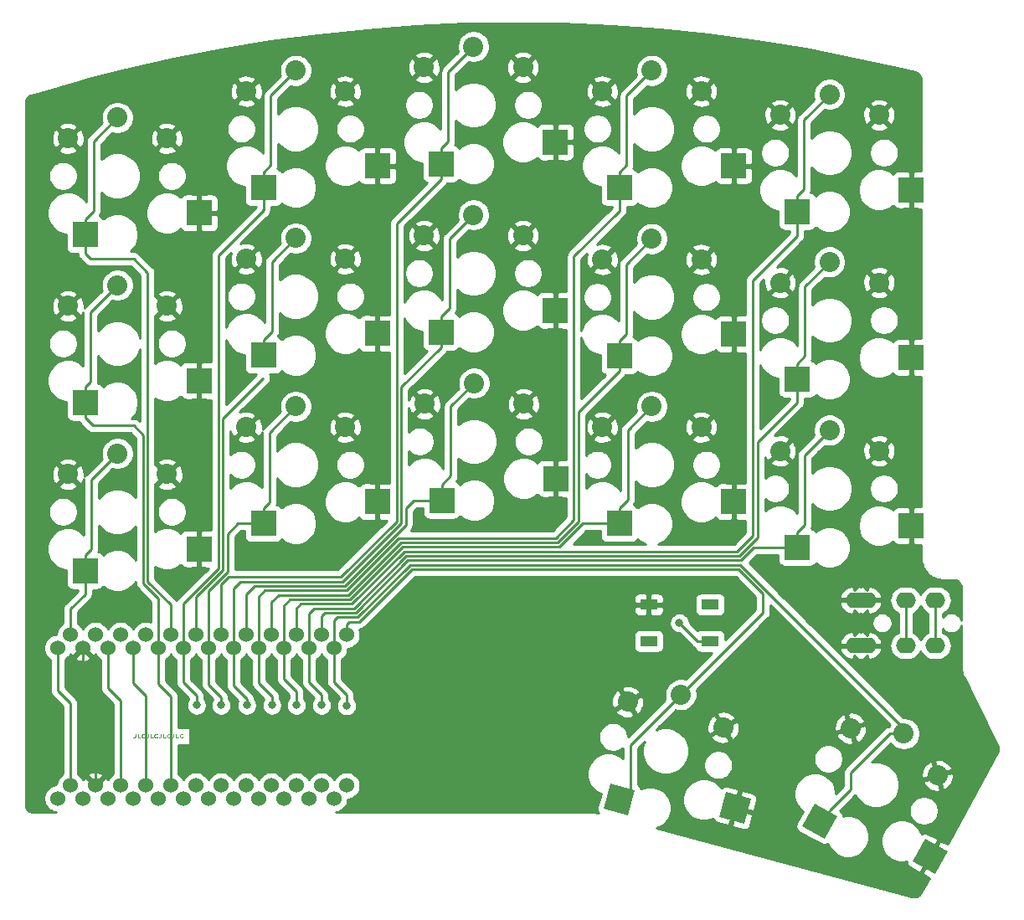
<source format=gbr>
G04 #@! TF.GenerationSoftware,KiCad,Pcbnew,(5.1.9-0-10_14)*
G04 #@! TF.CreationDate,2021-02-04T04:09:05-06:00*
G04 #@! TF.ProjectId,microredox,6d696372-6f72-4656-946f-782e6b696361,rev?*
G04 #@! TF.SameCoordinates,Original*
G04 #@! TF.FileFunction,Copper,L1,Top*
G04 #@! TF.FilePolarity,Positive*
%FSLAX46Y46*%
G04 Gerber Fmt 4.6, Leading zero omitted, Abs format (unit mm)*
G04 Created by KiCad (PCBNEW (5.1.9-0-10_14)) date 2021-02-04 04:09:05*
%MOMM*%
%LPD*%
G01*
G04 APERTURE LIST*
G04 #@! TA.AperFunction,NonConductor*
%ADD10C,0.037500*%
G04 #@! TD*
G04 #@! TA.AperFunction,ComponentPad*
%ADD11C,1.524000*%
G04 #@! TD*
G04 #@! TA.AperFunction,SMDPad,CuDef*
%ADD12R,1.800000X1.100000*%
G04 #@! TD*
G04 #@! TA.AperFunction,ComponentPad*
%ADD13O,2.000000X1.600000*%
G04 #@! TD*
G04 #@! TA.AperFunction,ComponentPad*
%ADD14O,1.400000X1.000000*%
G04 #@! TD*
G04 #@! TA.AperFunction,ComponentPad*
%ADD15C,2.032000*%
G04 #@! TD*
G04 #@! TA.AperFunction,SMDPad,CuDef*
%ADD16C,0.100000*%
G04 #@! TD*
G04 #@! TA.AperFunction,SMDPad,CuDef*
%ADD17R,2.600000X2.600000*%
G04 #@! TD*
G04 #@! TA.AperFunction,ViaPad*
%ADD18C,0.800000*%
G04 #@! TD*
G04 #@! TA.AperFunction,Conductor*
%ADD19C,0.250000*%
G04 #@! TD*
G04 #@! TA.AperFunction,Conductor*
%ADD20C,0.254000*%
G04 #@! TD*
G04 #@! TA.AperFunction,Conductor*
%ADD21C,0.100000*%
G04 #@! TD*
G04 APERTURE END LIST*
D10*
X41949976Y-139599214D02*
X41949976Y-139813500D01*
X41926166Y-139856357D01*
X41878547Y-139884928D01*
X41807119Y-139899214D01*
X41759500Y-139899214D01*
X42426166Y-139899214D02*
X42188071Y-139899214D01*
X42188071Y-139599214D01*
X42878547Y-139870642D02*
X42854738Y-139884928D01*
X42783309Y-139899214D01*
X42735690Y-139899214D01*
X42664261Y-139884928D01*
X42616642Y-139856357D01*
X42592833Y-139827785D01*
X42569023Y-139770642D01*
X42569023Y-139727785D01*
X42592833Y-139670642D01*
X42616642Y-139642071D01*
X42664261Y-139613500D01*
X42735690Y-139599214D01*
X42783309Y-139599214D01*
X42854738Y-139613500D01*
X42878547Y-139627785D01*
X43235690Y-139599214D02*
X43235690Y-139813500D01*
X43211880Y-139856357D01*
X43164261Y-139884928D01*
X43092833Y-139899214D01*
X43045214Y-139899214D01*
X43711880Y-139899214D02*
X43473785Y-139899214D01*
X43473785Y-139599214D01*
X44164261Y-139870642D02*
X44140452Y-139884928D01*
X44069023Y-139899214D01*
X44021404Y-139899214D01*
X43949976Y-139884928D01*
X43902357Y-139856357D01*
X43878547Y-139827785D01*
X43854738Y-139770642D01*
X43854738Y-139727785D01*
X43878547Y-139670642D01*
X43902357Y-139642071D01*
X43949976Y-139613500D01*
X44021404Y-139599214D01*
X44069023Y-139599214D01*
X44140452Y-139613500D01*
X44164261Y-139627785D01*
X44521404Y-139599214D02*
X44521404Y-139813500D01*
X44497595Y-139856357D01*
X44449976Y-139884928D01*
X44378547Y-139899214D01*
X44330928Y-139899214D01*
X44997595Y-139899214D02*
X44759500Y-139899214D01*
X44759500Y-139599214D01*
X45449976Y-139870642D02*
X45426166Y-139884928D01*
X45354738Y-139899214D01*
X45307119Y-139899214D01*
X45235690Y-139884928D01*
X45188071Y-139856357D01*
X45164261Y-139827785D01*
X45140452Y-139770642D01*
X45140452Y-139727785D01*
X45164261Y-139670642D01*
X45188071Y-139642071D01*
X45235690Y-139613500D01*
X45307119Y-139599214D01*
X45354738Y-139599214D01*
X45426166Y-139613500D01*
X45449976Y-139627785D01*
X45807119Y-139599214D02*
X45807119Y-139813500D01*
X45783309Y-139856357D01*
X45735690Y-139884928D01*
X45664261Y-139899214D01*
X45616642Y-139899214D01*
X46283309Y-139899214D02*
X46045214Y-139899214D01*
X46045214Y-139599214D01*
X46735690Y-139870642D02*
X46711880Y-139884928D01*
X46640452Y-139899214D01*
X46592833Y-139899214D01*
X46521404Y-139884928D01*
X46473785Y-139856357D01*
X46449976Y-139827785D01*
X46426166Y-139770642D01*
X46426166Y-139727785D01*
X46449976Y-139670642D01*
X46473785Y-139642071D01*
X46521404Y-139613500D01*
X46592833Y-139599214D01*
X46640452Y-139599214D01*
X46711880Y-139613500D01*
X46735690Y-139627785D01*
D11*
X35369500Y-144780000D03*
X37909500Y-144780000D03*
X40449500Y-144780000D03*
X42989500Y-144780000D03*
X45529500Y-144780000D03*
X48069500Y-144780000D03*
X50609500Y-144780000D03*
X53149500Y-144780000D03*
X55689500Y-144780000D03*
X58229500Y-144780000D03*
X60769500Y-144780000D03*
X63309500Y-144780000D03*
X63309500Y-129540000D03*
X60769500Y-129540000D03*
X58229500Y-129540000D03*
X55689500Y-129540000D03*
X53149500Y-129540000D03*
X50609500Y-129540000D03*
X48069500Y-129540000D03*
X45529500Y-129540000D03*
X42989500Y-129540000D03*
X40449500Y-129540000D03*
X37909500Y-129540000D03*
X35369500Y-129540000D03*
X34099500Y-146086400D03*
X36639500Y-146086400D03*
X39179500Y-146086400D03*
X41719500Y-146086400D03*
X44259500Y-146086400D03*
X46799500Y-146086400D03*
X49339500Y-146086400D03*
X51879500Y-146086400D03*
X54419500Y-146086400D03*
X56959500Y-146086400D03*
X59499500Y-146086400D03*
X62039500Y-146086400D03*
X62039500Y-130866400D03*
X59499500Y-130866400D03*
X56959500Y-130866400D03*
X54419500Y-130866400D03*
X51879500Y-130866400D03*
X49339500Y-130866400D03*
X46799500Y-130866400D03*
X44259500Y-130866400D03*
X41719500Y-130866400D03*
X39179500Y-130866400D03*
X36639500Y-130866400D03*
X34099500Y-130866400D03*
D12*
X93864500Y-130183500D03*
X100064500Y-126483500D03*
X93864500Y-126483500D03*
X100064500Y-130183500D03*
D13*
X115847500Y-126033500D03*
D14*
X114747500Y-130633500D03*
D13*
X114747500Y-130633500D03*
D14*
X115847500Y-126033500D03*
X119847500Y-126033500D03*
X122847500Y-126033500D03*
D13*
X119847500Y-126033500D03*
X122847500Y-126033500D03*
D14*
X114747500Y-126033500D03*
X115847500Y-130633500D03*
X119847500Y-130633500D03*
X122847500Y-130633500D03*
D13*
X119847500Y-130633500D03*
X122847500Y-130633500D03*
X115847500Y-130633500D03*
X114747500Y-126033500D03*
D15*
X123047289Y-143762789D03*
G04 #@! TA.AperFunction,SMDPad,CuDef*
D16*
G36*
X124085635Y-151438397D02*
G01*
X122845022Y-153723322D01*
X120560097Y-152482709D01*
X121800710Y-150197784D01*
X124085635Y-151438397D01*
G37*
G04 #@! TD.AperFunction*
D15*
X119655237Y-139531479D03*
X114259118Y-138991201D03*
G04 #@! TA.AperFunction,SMDPad,CuDef*
D16*
G36*
X112885548Y-147860611D02*
G01*
X111644935Y-150145536D01*
X109360010Y-148904923D01*
X110600623Y-146619998D01*
X112885548Y-147860611D01*
G37*
G04 #@! TD.AperFunction*
D15*
X117141000Y-110944500D03*
D17*
X120416000Y-118494500D03*
D15*
X112141000Y-108844500D03*
X107141000Y-110944500D03*
D17*
X108866000Y-120694500D03*
D15*
X117141000Y-93926500D03*
D17*
X120416000Y-101476500D03*
D15*
X112141000Y-91826500D03*
X107141000Y-93926500D03*
D17*
X108866000Y-103676500D03*
D15*
X117141000Y-76972000D03*
D17*
X120416000Y-84522000D03*
D15*
X112141000Y-74872000D03*
X107141000Y-76972000D03*
D17*
X108866000Y-86722000D03*
D15*
X101380642Y-138911077D03*
G04 #@! TA.AperFunction,SMDPad,CuDef*
D16*
G36*
X104182133Y-146132210D02*
G01*
X103509204Y-148643617D01*
X100997797Y-147970688D01*
X101670726Y-145459281D01*
X104182133Y-146132210D01*
G37*
G04 #@! TD.AperFunction*
D15*
X97094532Y-135588538D03*
X91721383Y-136322887D03*
G04 #@! TA.AperFunction,SMDPad,CuDef*
D16*
G36*
X92456288Y-145267887D02*
G01*
X91783359Y-147779294D01*
X89271952Y-147106365D01*
X89944881Y-144594958D01*
X92456288Y-145267887D01*
G37*
G04 #@! TD.AperFunction*
D15*
X99170500Y-108531500D03*
D17*
X102445500Y-116081500D03*
D15*
X94170500Y-106431500D03*
X89170500Y-108531500D03*
D17*
X90895500Y-118281500D03*
D15*
X99170500Y-91577000D03*
D17*
X102445500Y-99127000D03*
D15*
X94170500Y-89477000D03*
X89170500Y-91577000D03*
D17*
X90895500Y-101327000D03*
D15*
X99170500Y-74559000D03*
D17*
X102445500Y-82109000D03*
D15*
X94170500Y-72459000D03*
X89170500Y-74559000D03*
D17*
X90895500Y-84309000D03*
D15*
X81200000Y-106182000D03*
D17*
X84475000Y-113732000D03*
D15*
X76200000Y-104082000D03*
X71200000Y-106182000D03*
D17*
X72925000Y-115932000D03*
D15*
X81136500Y-89164000D03*
D17*
X84411500Y-96714000D03*
D15*
X76136500Y-87064000D03*
X71136500Y-89164000D03*
D17*
X72861500Y-98914000D03*
D15*
X81136500Y-72146000D03*
D17*
X84411500Y-79696000D03*
D15*
X76136500Y-70046000D03*
X71136500Y-72146000D03*
D17*
X72861500Y-81896000D03*
D15*
X63166000Y-108531500D03*
D17*
X66441000Y-116081500D03*
D15*
X58166000Y-106431500D03*
X53166000Y-108531500D03*
D17*
X54891000Y-118281500D03*
D15*
X63166000Y-91513500D03*
D17*
X66441000Y-99063500D03*
D15*
X58166000Y-89413500D03*
X53166000Y-91513500D03*
D17*
X54891000Y-101263500D03*
D15*
X63166000Y-74559000D03*
D17*
X66441000Y-82109000D03*
D15*
X58166000Y-72459000D03*
X53166000Y-74559000D03*
D17*
X54891000Y-84309000D03*
D15*
X45132000Y-113294000D03*
D17*
X48407000Y-120844000D03*
D15*
X40132000Y-111194000D03*
X35132000Y-113294000D03*
D17*
X36857000Y-123044000D03*
D15*
X45132000Y-96276000D03*
D17*
X48407000Y-103826000D03*
D15*
X40132000Y-94176000D03*
X35132000Y-96276000D03*
D17*
X36857000Y-106026000D03*
D15*
X45132000Y-79321500D03*
D17*
X48407000Y-86871500D03*
D15*
X40132000Y-77221500D03*
X35132000Y-79321500D03*
D17*
X36857000Y-89071500D03*
D18*
X51943000Y-103759000D03*
X70167500Y-101282500D03*
X87884000Y-103759000D03*
X37909500Y-140398500D03*
X121539000Y-128270000D03*
X41592500Y-102489000D03*
X40449500Y-120015000D03*
X40322500Y-125857000D03*
X106108500Y-106108500D03*
X88519000Y-119951500D03*
X96964500Y-128333500D03*
X48133000Y-136652000D03*
X50609500Y-136652000D03*
X53213000Y-136652000D03*
X55753000Y-136652000D03*
X58229500Y-136652000D03*
X60769500Y-136652000D03*
X63309500Y-136715500D03*
D19*
X36639500Y-130866400D02*
X36639500Y-134175500D01*
X36639500Y-135445500D02*
X37909500Y-136715500D01*
X37909500Y-136715500D02*
X37909500Y-140398500D01*
X36639500Y-134175500D02*
X36639500Y-135445500D01*
X37909500Y-140398500D02*
X37909500Y-144780000D01*
X39179500Y-130866400D02*
X39179500Y-134937500D01*
X39179500Y-134937500D02*
X40449500Y-136207500D01*
X40449500Y-136207500D02*
X40449500Y-144780000D01*
X98814500Y-130183500D02*
X96964500Y-128333500D01*
X100064500Y-130183500D02*
X98814500Y-130183500D01*
X34099500Y-130866400D02*
X34099500Y-135191500D01*
X35369500Y-136461500D02*
X35369500Y-140843000D01*
X34099500Y-135191500D02*
X35369500Y-136461500D01*
X35369500Y-140843000D02*
X35369500Y-144780000D01*
X41719500Y-130866400D02*
X41719500Y-134429500D01*
X41719500Y-134429500D02*
X42989500Y-135699500D01*
X42989500Y-135699500D02*
X42989500Y-144780000D01*
X122847500Y-126783500D02*
X122847500Y-130633500D01*
X122847500Y-126033500D02*
X122847500Y-126783500D01*
X119847500Y-126783500D02*
X119847500Y-130633500D01*
X119847500Y-126033500D02*
X119847500Y-126783500D01*
X36857000Y-87521500D02*
X37719000Y-86659500D01*
X36857000Y-89071500D02*
X36857000Y-87521500D01*
X37719000Y-79634500D02*
X40132000Y-77221500D01*
X37719000Y-86659500D02*
X37719000Y-79634500D01*
X36857000Y-90970020D02*
X36857000Y-89071500D01*
X41783000Y-91503500D02*
X37390480Y-91503500D01*
X37390480Y-91503500D02*
X36857000Y-90970020D01*
X43180705Y-92901205D02*
X41783000Y-91503500D01*
X45529500Y-129540000D02*
X45529500Y-126490590D01*
X43180705Y-124141795D02*
X43180705Y-92901205D01*
X45529500Y-126490590D02*
X43180705Y-124141795D01*
X36857000Y-104476000D02*
X37401500Y-103931500D01*
X36857000Y-106026000D02*
X36857000Y-104476000D01*
X37401500Y-96906500D02*
X40132000Y-94176000D01*
X37401500Y-103931500D02*
X37401500Y-96906500D01*
X44259500Y-133223000D02*
X44259500Y-130866400D01*
X44259500Y-134493000D02*
X44259500Y-133223000D01*
X45529500Y-135763000D02*
X44259500Y-134493000D01*
X45529500Y-144780000D02*
X45529500Y-135763000D01*
X37665500Y-108384500D02*
X36857000Y-107576000D01*
X42730695Y-109342195D02*
X41773000Y-108384500D01*
X36857000Y-107576000D02*
X36857000Y-106026000D01*
X41773000Y-108384500D02*
X37665500Y-108384500D01*
X42730695Y-124328195D02*
X42730695Y-109342195D01*
X44259500Y-125857000D02*
X42730695Y-124328195D01*
X44259500Y-130866400D02*
X44259500Y-125857000D01*
X36857000Y-125427600D02*
X36857000Y-123044000D01*
X36857000Y-121494000D02*
X37465000Y-120886000D01*
X36857000Y-123044000D02*
X36857000Y-121494000D01*
X37465000Y-113861000D02*
X40132000Y-111194000D01*
X37465000Y-120886000D02*
X37465000Y-113861000D01*
X35369500Y-126915100D02*
X36857000Y-125427600D01*
X35369500Y-129540000D02*
X35369500Y-126915100D01*
X54891000Y-82759000D02*
X55626000Y-82024000D01*
X54891000Y-84309000D02*
X54891000Y-82759000D01*
X55626000Y-74999000D02*
X58166000Y-72459000D01*
X55626000Y-82024000D02*
X55626000Y-74999000D01*
X48133000Y-135699500D02*
X48133000Y-136842500D01*
X46799500Y-134366000D02*
X48133000Y-135699500D01*
X46799500Y-130866400D02*
X46799500Y-134366000D01*
X46799500Y-130866400D02*
X46799500Y-126365000D01*
X46799500Y-126365000D02*
X50355500Y-122809000D01*
X50355500Y-122809000D02*
X50355500Y-91122500D01*
X54891000Y-84309000D02*
X54891000Y-86587000D01*
X54641750Y-86836250D02*
X54864000Y-86614000D01*
X54891000Y-86587000D02*
X54641750Y-86836250D01*
X50355500Y-91122500D02*
X54641750Y-86836250D01*
X54891000Y-99713500D02*
X55753000Y-98851500D01*
X54891000Y-101263500D02*
X54891000Y-99713500D01*
X55753000Y-91826500D02*
X58166000Y-89413500D01*
X55753000Y-98851500D02*
X55753000Y-91826500D01*
X48069500Y-129540000D02*
X48069500Y-125731410D01*
X48069500Y-125731410D02*
X50805510Y-122995400D01*
X50805510Y-122995400D02*
X50805510Y-107626990D01*
X50805510Y-107626990D02*
X54864000Y-103568500D01*
X54546500Y-118626000D02*
X54891000Y-118281500D01*
X54891000Y-116731500D02*
X55499000Y-116123500D01*
X54891000Y-118281500D02*
X54891000Y-116731500D01*
X55499000Y-109098500D02*
X58166000Y-106431500D01*
X55499000Y-116123500D02*
X55499000Y-109098500D01*
X50609500Y-135826500D02*
X49339500Y-134556500D01*
X49339500Y-134556500D02*
X49339500Y-130866400D01*
X50609500Y-135826500D02*
X50609500Y-136652000D01*
X51255520Y-123181800D02*
X49339500Y-125097820D01*
X49339500Y-125097820D02*
X49339500Y-130866400D01*
X51255520Y-119316500D02*
X51255520Y-123181800D01*
X52290520Y-118281500D02*
X51255520Y-119316500D01*
X54891000Y-118281500D02*
X52290520Y-118281500D01*
X72861500Y-80346000D02*
X73596500Y-79611000D01*
X72861500Y-81896000D02*
X72861500Y-80346000D01*
X73596500Y-72586000D02*
X76136500Y-70046000D01*
X73596500Y-79611000D02*
X73596500Y-72586000D01*
X50609500Y-124464230D02*
X50609500Y-129540000D01*
X51368810Y-123704920D02*
X50609500Y-124464230D01*
X68389500Y-118046500D02*
X62731080Y-123704920D01*
X72861500Y-81896000D02*
X72861500Y-83446000D01*
X68389500Y-87918000D02*
X68389500Y-118046500D01*
X62731080Y-123704920D02*
X51368810Y-123704920D01*
X72861500Y-83446000D02*
X68389500Y-87918000D01*
X72861500Y-97364000D02*
X73723500Y-96502000D01*
X72861500Y-98914000D02*
X72861500Y-97364000D01*
X73723500Y-89477000D02*
X76136500Y-87064000D01*
X73723500Y-96502000D02*
X73723500Y-89477000D01*
X51879500Y-134683500D02*
X51879500Y-130866400D01*
X53213000Y-136017000D02*
X51879500Y-134683500D01*
X53213000Y-136017000D02*
X53213000Y-136652000D01*
X72861500Y-100464000D02*
X68839510Y-104485990D01*
X72861500Y-98914000D02*
X72861500Y-100464000D01*
X68839510Y-104485990D02*
X68839509Y-118232901D01*
X68839509Y-118232901D02*
X62917480Y-124154930D01*
X62917480Y-124154930D02*
X52565570Y-124154930D01*
X51879500Y-124841000D02*
X51879500Y-130866400D01*
X52565570Y-124154930D02*
X51879500Y-124841000D01*
X72925000Y-114382000D02*
X72925000Y-115932000D01*
X73850500Y-113456500D02*
X72925000Y-114382000D01*
X73850500Y-106431500D02*
X73850500Y-113456500D01*
X76200000Y-104082000D02*
X73850500Y-106431500D01*
X53975000Y-124604940D02*
X53149500Y-125430440D01*
X72925000Y-115932000D02*
X70123000Y-115932000D01*
X69289519Y-118419301D02*
X63103881Y-124604939D01*
X53149500Y-125430440D02*
X53149500Y-129540000D01*
X69289519Y-116765481D02*
X69289519Y-118419301D01*
X63103881Y-124604939D02*
X53975000Y-124604940D01*
X70123000Y-115932000D02*
X69289519Y-116765481D01*
X90895500Y-82759000D02*
X91630500Y-82024000D01*
X90895500Y-84309000D02*
X90895500Y-82759000D01*
X91630500Y-74999000D02*
X94170500Y-72459000D01*
X91630500Y-82024000D02*
X91630500Y-74999000D01*
X54419500Y-134429500D02*
X54419500Y-130866400D01*
X55753000Y-135763000D02*
X54419500Y-134429500D01*
X55753000Y-135763000D02*
X55753000Y-136652000D01*
X90895500Y-86650500D02*
X90895500Y-84309000D01*
X86296500Y-117911170D02*
X86296500Y-91249500D01*
X84463200Y-119744470D02*
X86296500Y-117911170D01*
X55054501Y-125054948D02*
X63290282Y-125054948D01*
X54419500Y-125689949D02*
X55054501Y-125054948D01*
X86296500Y-91249500D02*
X90895500Y-86650500D01*
X68600760Y-119744470D02*
X84463200Y-119744470D01*
X63290282Y-125054948D02*
X68600760Y-119744470D01*
X54419500Y-130866400D02*
X54419500Y-125689949D01*
X90895500Y-99777000D02*
X91567000Y-99105500D01*
X90895500Y-101327000D02*
X90895500Y-99777000D01*
X91567000Y-92080500D02*
X94170500Y-89477000D01*
X91567000Y-99105500D02*
X91567000Y-92080500D01*
X86746510Y-107025990D02*
X90895500Y-102877000D01*
X86746510Y-118097570D02*
X86746510Y-107025990D01*
X90895500Y-102877000D02*
X90895500Y-101327000D01*
X84649600Y-120194480D02*
X86746510Y-118097570D01*
X68787160Y-120194480D02*
X84649600Y-120194480D01*
X63476683Y-125504957D02*
X68787160Y-120194480D01*
X56422542Y-125504958D02*
X63476683Y-125504957D01*
X55689500Y-126238000D02*
X56422542Y-125504958D01*
X55689500Y-129540000D02*
X55689500Y-126238000D01*
X91757500Y-115869500D02*
X91757500Y-108844500D01*
X91757500Y-108844500D02*
X94170500Y-106431500D01*
X90895500Y-118281500D02*
X90895500Y-116731500D01*
X90895500Y-116731500D02*
X91757500Y-115869500D01*
X56959500Y-130866400D02*
X56959500Y-133985000D01*
X56959500Y-133985000D02*
X58229500Y-135255000D01*
X58229500Y-135255000D02*
X58229500Y-136652000D01*
X57594500Y-125954968D02*
X63663082Y-125954968D01*
X56959500Y-130866400D02*
X56959500Y-126589968D01*
X56959500Y-126589968D02*
X57594500Y-125954968D01*
X90895500Y-118281500D02*
X87198990Y-118281500D01*
X87198990Y-118281500D02*
X84836000Y-120644490D01*
X68973560Y-120644490D02*
X68424775Y-121193275D01*
X84836000Y-120644490D02*
X68973560Y-120644490D01*
X63663082Y-125954968D02*
X68424775Y-121193275D01*
X91996275Y-140686795D02*
X96078533Y-136604537D01*
X91996275Y-145054971D02*
X91996275Y-140686795D01*
X96078533Y-136604537D02*
X97094532Y-135588538D01*
X90864120Y-146187126D02*
X91996275Y-145054971D01*
X69905560Y-122894540D02*
X102954130Y-122894540D01*
X64595087Y-128205013D02*
X69905560Y-122894540D01*
X63566856Y-128205014D02*
X64595087Y-128205013D01*
X63309500Y-128462370D02*
X63566856Y-128205014D01*
X63309500Y-129540000D02*
X63309500Y-128462370D01*
X105409295Y-127273775D02*
X105409295Y-125349705D01*
X97094532Y-135588538D02*
X105409295Y-127273775D01*
X102954130Y-122894540D02*
X105409295Y-125349705D01*
X108866000Y-85172000D02*
X109537500Y-84500500D01*
X108866000Y-86722000D02*
X108866000Y-85172000D01*
X109537500Y-77475500D02*
X112141000Y-74872000D01*
X109537500Y-84500500D02*
X109537500Y-77475500D01*
X58674001Y-126404976D02*
X58229500Y-126849477D01*
X63849483Y-126404977D02*
X58674001Y-126404976D01*
X69159960Y-121094500D02*
X63849483Y-126404977D01*
X104394000Y-119507000D02*
X102806500Y-121094500D01*
X58229500Y-126849477D02*
X58229500Y-129540000D01*
X104394000Y-93662500D02*
X104394000Y-119507000D01*
X102806500Y-121094500D02*
X69159960Y-121094500D01*
X108866000Y-89190500D02*
X104394000Y-93662500D01*
X108866000Y-86722000D02*
X108866000Y-89190500D01*
X108866000Y-102126500D02*
X109664500Y-101328000D01*
X108866000Y-103676500D02*
X108866000Y-102126500D01*
X109664500Y-94303000D02*
X112141000Y-91826500D01*
X109664500Y-101328000D02*
X109664500Y-94303000D01*
X59499500Y-130866400D02*
X59499500Y-134366000D01*
X60769500Y-135636000D02*
X59499500Y-134366000D01*
X60769500Y-136652000D02*
X60769500Y-135636000D01*
X59499500Y-127362986D02*
X59499500Y-130866400D01*
X104844010Y-110045500D02*
X104844010Y-119693400D01*
X108866000Y-106023510D02*
X104844010Y-110045500D01*
X104844010Y-119693400D02*
X102992901Y-121544509D01*
X60007500Y-126854986D02*
X59499500Y-127362986D01*
X108866000Y-103676500D02*
X108866000Y-106023510D01*
X60007500Y-126854986D02*
X64035884Y-126854986D01*
X102992900Y-121544510D02*
X102992901Y-121544509D01*
X69346360Y-121544510D02*
X102992900Y-121544510D01*
X64035884Y-126854986D02*
X69346360Y-121544510D01*
X108866000Y-119144500D02*
X109601000Y-118409500D01*
X108866000Y-120694500D02*
X108866000Y-119144500D01*
X109601000Y-111384500D02*
X112141000Y-108844500D01*
X109601000Y-118409500D02*
X109601000Y-111384500D01*
X103179302Y-121994518D02*
X104479320Y-120694500D01*
X94943518Y-121994518D02*
X103179302Y-121994518D01*
X69532760Y-121994520D02*
X94943516Y-121994520D01*
X64222285Y-127304995D02*
X69532760Y-121994520D01*
X94943516Y-121994520D02*
X94943518Y-121994518D01*
X61150501Y-127304994D02*
X64222285Y-127304995D01*
X104479320Y-120694500D02*
X108866000Y-120694500D01*
X60769500Y-127685995D02*
X61150501Y-127304994D01*
X60769500Y-129540000D02*
X60769500Y-127685995D01*
X62039500Y-130866400D02*
X62039500Y-134302500D01*
X63309500Y-135572500D02*
X63309500Y-136715500D01*
X62039500Y-134302500D02*
X63309500Y-135572500D01*
X118218397Y-139531479D02*
X119655237Y-139531479D01*
X112152208Y-147353338D02*
X112152208Y-147308792D01*
X111122779Y-148382767D02*
X112152208Y-147353338D01*
X114301688Y-145159312D02*
X114301688Y-143448188D01*
X112152208Y-147308792D02*
X114301688Y-145159312D01*
X114301688Y-143448188D02*
X118218397Y-139531479D01*
X119655237Y-138959237D02*
X119655237Y-139531479D01*
X62039500Y-130866400D02*
X62039500Y-128072504D01*
X64408686Y-127755004D02*
X69719160Y-122444530D01*
X62357000Y-127755004D02*
X64408686Y-127755004D01*
X103140530Y-122444530D02*
X119655237Y-138959237D01*
X62039500Y-128072504D02*
X62357000Y-127755004D01*
X69719160Y-122444530D02*
X103140530Y-122444530D01*
D20*
X85109676Y-67738283D02*
X90054386Y-67954776D01*
X94990501Y-68317864D01*
X99913592Y-68827221D01*
X104819483Y-69482413D01*
X109703774Y-70282855D01*
X114562143Y-71227839D01*
X119394083Y-72317381D01*
X120769854Y-72655476D01*
X120942309Y-72717077D01*
X121069888Y-72793299D01*
X121180228Y-72892847D01*
X121269137Y-73011940D01*
X121333219Y-73146029D01*
X121372002Y-73297703D01*
X121382408Y-73433817D01*
X121382408Y-82584938D01*
X120701750Y-82587000D01*
X120543000Y-82745750D01*
X120543000Y-84395000D01*
X120563000Y-84395000D01*
X120563000Y-84649000D01*
X120543000Y-84649000D01*
X120543000Y-86298250D01*
X120701750Y-86457000D01*
X121382408Y-86459062D01*
X121382409Y-99539438D01*
X120701750Y-99541500D01*
X120543000Y-99700250D01*
X120543000Y-101349500D01*
X120563000Y-101349500D01*
X120563000Y-101603500D01*
X120543000Y-101603500D01*
X120543000Y-103252750D01*
X120701750Y-103411500D01*
X121382409Y-103413562D01*
X121382409Y-116557438D01*
X120701750Y-116559500D01*
X120543000Y-116718250D01*
X120543000Y-118367500D01*
X120563000Y-118367500D01*
X120563000Y-118621500D01*
X120543000Y-118621500D01*
X120543000Y-120270750D01*
X120701750Y-120429500D01*
X121382409Y-120431562D01*
X121382409Y-121775354D01*
X121385535Y-121807089D01*
X121385470Y-121816335D01*
X121386471Y-121826548D01*
X121417071Y-122117693D01*
X121430474Y-122182987D01*
X121442950Y-122248387D01*
X121445915Y-122258211D01*
X121532483Y-122537867D01*
X121558306Y-122599297D01*
X121583254Y-122661046D01*
X121588072Y-122670107D01*
X121727311Y-122927623D01*
X121764581Y-122982878D01*
X121801039Y-123038591D01*
X121807524Y-123046544D01*
X121994130Y-123272111D01*
X122041417Y-123319070D01*
X122088008Y-123366647D01*
X122095915Y-123373189D01*
X122322779Y-123558215D01*
X122378287Y-123595094D01*
X122433232Y-123632716D01*
X122442259Y-123637597D01*
X122700740Y-123775034D01*
X122762346Y-123800427D01*
X122823560Y-123826663D01*
X122833363Y-123829698D01*
X123113617Y-123914312D01*
X123179007Y-123927259D01*
X123244127Y-123941101D01*
X123254331Y-123942174D01*
X123254333Y-123942174D01*
X123545685Y-123970741D01*
X123581303Y-123974249D01*
X124651473Y-123974249D01*
X124835320Y-123992275D01*
X124977596Y-124035231D01*
X125108810Y-124104999D01*
X125223979Y-124198929D01*
X125318709Y-124313436D01*
X125389394Y-124444165D01*
X125433340Y-124586132D01*
X125452418Y-124767651D01*
X125452418Y-128080329D01*
X125442726Y-128031602D01*
X125364705Y-127843244D01*
X125251437Y-127673726D01*
X125107274Y-127529563D01*
X124937756Y-127416295D01*
X124749398Y-127338274D01*
X124549439Y-127298500D01*
X124345561Y-127298500D01*
X124145602Y-127338274D01*
X123957244Y-127416295D01*
X123787726Y-127529563D01*
X123643563Y-127673726D01*
X123607500Y-127727698D01*
X123607500Y-127361303D01*
X123848601Y-127232432D01*
X124067108Y-127053108D01*
X124246432Y-126834601D01*
X124379682Y-126585308D01*
X124461736Y-126314809D01*
X124489443Y-126033500D01*
X124461736Y-125752191D01*
X124379682Y-125481692D01*
X124246432Y-125232399D01*
X124067108Y-125013892D01*
X123848601Y-124834568D01*
X123599308Y-124701318D01*
X123328809Y-124619264D01*
X123117992Y-124598500D01*
X122577008Y-124598500D01*
X122366191Y-124619264D01*
X122095692Y-124701318D01*
X121846399Y-124834568D01*
X121627892Y-125013892D01*
X121448568Y-125232399D01*
X121347500Y-125421484D01*
X121246432Y-125232399D01*
X121067108Y-125013892D01*
X120848601Y-124834568D01*
X120599308Y-124701318D01*
X120328809Y-124619264D01*
X120117992Y-124598500D01*
X119577008Y-124598500D01*
X119366191Y-124619264D01*
X119095692Y-124701318D01*
X118846399Y-124834568D01*
X118627892Y-125013892D01*
X118448568Y-125232399D01*
X118315318Y-125481692D01*
X118233264Y-125752191D01*
X118205557Y-126033500D01*
X118233264Y-126314809D01*
X118315318Y-126585308D01*
X118448568Y-126834601D01*
X118627892Y-127053108D01*
X118846399Y-127232432D01*
X119087500Y-127361303D01*
X119087501Y-129305696D01*
X118846399Y-129434568D01*
X118627892Y-129613892D01*
X118448568Y-129832399D01*
X118315318Y-130081692D01*
X118233264Y-130352191D01*
X118205557Y-130633500D01*
X118233264Y-130914809D01*
X118315318Y-131185308D01*
X118448568Y-131434601D01*
X118627892Y-131653108D01*
X118846399Y-131832432D01*
X119095692Y-131965682D01*
X119366191Y-132047736D01*
X119577008Y-132068500D01*
X120117992Y-132068500D01*
X120328809Y-132047736D01*
X120599308Y-131965682D01*
X120848601Y-131832432D01*
X121067108Y-131653108D01*
X121246432Y-131434601D01*
X121347500Y-131245516D01*
X121448568Y-131434601D01*
X121627892Y-131653108D01*
X121846399Y-131832432D01*
X122095692Y-131965682D01*
X122366191Y-132047736D01*
X122577008Y-132068500D01*
X123117992Y-132068500D01*
X123328809Y-132047736D01*
X123599308Y-131965682D01*
X123848601Y-131832432D01*
X124067108Y-131653108D01*
X124246432Y-131434601D01*
X124379682Y-131185308D01*
X124461736Y-130914809D01*
X124489443Y-130633500D01*
X124461736Y-130352191D01*
X124379682Y-130081692D01*
X124246432Y-129832399D01*
X124067108Y-129613892D01*
X123848601Y-129434568D01*
X123607500Y-129305697D01*
X123607500Y-128939302D01*
X123643563Y-128993274D01*
X123787726Y-129137437D01*
X123957244Y-129250705D01*
X124145602Y-129328726D01*
X124345561Y-129368500D01*
X124549439Y-129368500D01*
X124749398Y-129328726D01*
X124937756Y-129250705D01*
X125107274Y-129137437D01*
X125251437Y-128993274D01*
X125364705Y-128823756D01*
X125442726Y-128635398D01*
X125452418Y-128586670D01*
X125452419Y-132839119D01*
X125453725Y-132852382D01*
X125456844Y-132938342D01*
X125462739Y-132982071D01*
X125465320Y-133026099D01*
X125466988Y-133036225D01*
X125516589Y-133324741D01*
X125534234Y-133388998D01*
X125550970Y-133453458D01*
X125554573Y-133463067D01*
X125658981Y-133735701D01*
X125672054Y-133769883D01*
X129117684Y-140664218D01*
X129183750Y-140836734D01*
X129208931Y-140983200D01*
X129205183Y-141131767D01*
X129171980Y-141279760D01*
X129106049Y-141432318D01*
X124071034Y-150705662D01*
X123497290Y-150396390D01*
X123282029Y-150460153D01*
X122495075Y-151909542D01*
X122512651Y-151919085D01*
X122391453Y-152142305D01*
X122373877Y-152132762D01*
X121586923Y-153582151D01*
X121650686Y-153797412D01*
X122222546Y-154110153D01*
X121405871Y-155614281D01*
X121302307Y-155767245D01*
X121196673Y-155871778D01*
X121072748Y-155953801D01*
X120935244Y-156010196D01*
X120789416Y-156038806D01*
X120634650Y-156038536D01*
X120489611Y-156012047D01*
X94648767Y-149088014D01*
X94650283Y-149087712D01*
X95038829Y-148926771D01*
X95388510Y-148693122D01*
X95685890Y-148395742D01*
X95919539Y-148046061D01*
X96080480Y-147657515D01*
X96162527Y-147245038D01*
X96162527Y-146824480D01*
X96080480Y-146412003D01*
X95919539Y-146023457D01*
X95899548Y-145993538D01*
X97291558Y-145993538D01*
X97291558Y-146414096D01*
X97373605Y-146826573D01*
X97534546Y-147215119D01*
X97768195Y-147564800D01*
X98065575Y-147862180D01*
X98415256Y-148095829D01*
X98803802Y-148256770D01*
X99216279Y-148338817D01*
X99636837Y-148338817D01*
X100049314Y-148256770D01*
X100380484Y-148119595D01*
X100393587Y-148175790D01*
X100445210Y-148289724D01*
X100518069Y-148391397D01*
X100609363Y-148476905D01*
X100715584Y-148542957D01*
X100832651Y-148587018D01*
X101813137Y-148846558D01*
X101893699Y-148800045D01*
X102252910Y-148800045D01*
X102365163Y-148994473D01*
X103344059Y-149259948D01*
X103467472Y-149280324D01*
X103592489Y-149276231D01*
X103714306Y-149247827D01*
X103828240Y-149196204D01*
X103929913Y-149123345D01*
X104015421Y-149032051D01*
X104081473Y-148925830D01*
X104125534Y-148808763D01*
X104385074Y-147828277D01*
X104272821Y-147633849D01*
X102679768Y-147206992D01*
X102252910Y-148800045D01*
X101893699Y-148800045D01*
X102007565Y-148734305D01*
X102434422Y-147141252D01*
X102415103Y-147136076D01*
X102461841Y-146961646D01*
X102745508Y-146961646D01*
X104338561Y-147388504D01*
X104532989Y-147276251D01*
X104798464Y-146297355D01*
X104818840Y-146173942D01*
X104814747Y-146048925D01*
X104786343Y-145927108D01*
X104734720Y-145813174D01*
X104661861Y-145711501D01*
X104570567Y-145625993D01*
X104464346Y-145559941D01*
X104347279Y-145515880D01*
X103366793Y-145256340D01*
X103172365Y-145368593D01*
X102745508Y-146961646D01*
X102461841Y-146961646D01*
X102480844Y-146890730D01*
X102500162Y-146895906D01*
X102927020Y-145302853D01*
X102814767Y-145108425D01*
X101835871Y-144842950D01*
X101712458Y-144822574D01*
X101587441Y-144826667D01*
X101465624Y-144855071D01*
X101351690Y-144906694D01*
X101250017Y-144979553D01*
X101206978Y-145025505D01*
X101084921Y-144842834D01*
X100787541Y-144545454D01*
X100437860Y-144311805D01*
X100049314Y-144150864D01*
X99636837Y-144068817D01*
X99216279Y-144068817D01*
X98803802Y-144150864D01*
X98415256Y-144311805D01*
X98065575Y-144545454D01*
X97768195Y-144842834D01*
X97534546Y-145192515D01*
X97373605Y-145581061D01*
X97291558Y-145993538D01*
X95899548Y-145993538D01*
X95685890Y-145673776D01*
X95388510Y-145376396D01*
X95038829Y-145142747D01*
X94650283Y-144981806D01*
X94237806Y-144899759D01*
X93817248Y-144899759D01*
X93404771Y-144981806D01*
X93073601Y-145118981D01*
X93060498Y-145062785D01*
X93008875Y-144948851D01*
X92936016Y-144847177D01*
X92844722Y-144761670D01*
X92756275Y-144706671D01*
X92756275Y-141001596D01*
X93416191Y-140341680D01*
X93308290Y-140602176D01*
X93218000Y-141056094D01*
X93218000Y-141518906D01*
X93308290Y-141972824D01*
X93485400Y-142400405D01*
X93742524Y-142785219D01*
X94069781Y-143112476D01*
X94454595Y-143369600D01*
X94882176Y-143546710D01*
X95336094Y-143637000D01*
X95798906Y-143637000D01*
X96252824Y-143546710D01*
X96680405Y-143369600D01*
X97065219Y-143112476D01*
X97392476Y-142785219D01*
X97539850Y-142564657D01*
X99394192Y-142564657D01*
X99394192Y-142857353D01*
X99451294Y-143144426D01*
X99563304Y-143414843D01*
X99725918Y-143658211D01*
X99932886Y-143865179D01*
X100176254Y-144027793D01*
X100446671Y-144139803D01*
X100733744Y-144196905D01*
X101026440Y-144196905D01*
X101313513Y-144139803D01*
X101583930Y-144027793D01*
X101827298Y-143865179D01*
X102034266Y-143658211D01*
X102196880Y-143414843D01*
X102308890Y-143144426D01*
X102365992Y-142857353D01*
X102365992Y-142564657D01*
X102308890Y-142277584D01*
X102196880Y-142007167D01*
X102155862Y-141945779D01*
X110520606Y-141945779D01*
X110520606Y-142238475D01*
X110577708Y-142525548D01*
X110689718Y-142795965D01*
X110852332Y-143039333D01*
X111059300Y-143246301D01*
X111302668Y-143408915D01*
X111573085Y-143520925D01*
X111860158Y-143578027D01*
X112152854Y-143578027D01*
X112439927Y-143520925D01*
X112710344Y-143408915D01*
X112953712Y-143246301D01*
X113160680Y-143039333D01*
X113323294Y-142795965D01*
X113435304Y-142525548D01*
X113492406Y-142238475D01*
X113492406Y-141945779D01*
X113435304Y-141658706D01*
X113323294Y-141388289D01*
X113160680Y-141144921D01*
X112953712Y-140937953D01*
X112710344Y-140775339D01*
X112439927Y-140663329D01*
X112152854Y-140606227D01*
X111860158Y-140606227D01*
X111573085Y-140663329D01*
X111302668Y-140775339D01*
X111059300Y-140937953D01*
X110852332Y-141144921D01*
X110689718Y-141388289D01*
X110577708Y-141658706D01*
X110520606Y-141945779D01*
X102155862Y-141945779D01*
X102034266Y-141763799D01*
X101827298Y-141556831D01*
X101583930Y-141394217D01*
X101313513Y-141282207D01*
X101026440Y-141225105D01*
X100733744Y-141225105D01*
X100446671Y-141282207D01*
X100176254Y-141394217D01*
X99932886Y-141556831D01*
X99725918Y-141763799D01*
X99563304Y-142007167D01*
X99451294Y-142277584D01*
X99394192Y-142564657D01*
X97539850Y-142564657D01*
X97649600Y-142400405D01*
X97826710Y-141972824D01*
X97917000Y-141518906D01*
X97917000Y-141056094D01*
X97826710Y-140602176D01*
X97649600Y-140174595D01*
X97392476Y-139789781D01*
X97371184Y-139768489D01*
X100149561Y-139768489D01*
X100175073Y-140050746D01*
X100420577Y-140264043D01*
X100702974Y-140425346D01*
X101011414Y-140528456D01*
X101334044Y-140569411D01*
X101658464Y-140546637D01*
X101854861Y-140500844D01*
X102018083Y-140269158D01*
X101334157Y-139084562D01*
X100149561Y-139768489D01*
X97371184Y-139768489D01*
X97065219Y-139462524D01*
X96680405Y-139205400D01*
X96252824Y-139028290D01*
X95798906Y-138938000D01*
X95336094Y-138938000D01*
X94882176Y-139028290D01*
X94621681Y-139136191D01*
X94893393Y-138864479D01*
X99722308Y-138864479D01*
X99745082Y-139188899D01*
X99790875Y-139385296D01*
X100022561Y-139548518D01*
X101046128Y-138957562D01*
X101554127Y-138957562D01*
X102238054Y-140142158D01*
X102520311Y-140116646D01*
X102733608Y-139871142D01*
X102763992Y-139817947D01*
X112820808Y-139817947D01*
X113009736Y-140082661D01*
X113246675Y-140305432D01*
X113522522Y-140477697D01*
X113826677Y-140592837D01*
X114147450Y-140646427D01*
X114349110Y-140647747D01*
X114561909Y-140460566D01*
X114173418Y-139149041D01*
X112861893Y-139537532D01*
X112820808Y-139817947D01*
X102763992Y-139817947D01*
X102894911Y-139588745D01*
X102998021Y-139280305D01*
X103023296Y-139081193D01*
X112602572Y-139081193D01*
X112789753Y-139293992D01*
X113522640Y-139076901D01*
X114416958Y-139076901D01*
X114805449Y-140388426D01*
X115085864Y-140429511D01*
X115350578Y-140240583D01*
X115573349Y-140003644D01*
X115745614Y-139727797D01*
X115860754Y-139423642D01*
X115914344Y-139102869D01*
X115915664Y-138901209D01*
X115728483Y-138688410D01*
X114416958Y-139076901D01*
X113522640Y-139076901D01*
X114101278Y-138905501D01*
X113712787Y-137593976D01*
X113432372Y-137552891D01*
X113167658Y-137741819D01*
X112944887Y-137978758D01*
X112772622Y-138254605D01*
X112657482Y-138558760D01*
X112603892Y-138879533D01*
X112602572Y-139081193D01*
X103023296Y-139081193D01*
X103038976Y-138957675D01*
X103016202Y-138633255D01*
X102970409Y-138436858D01*
X102738723Y-138273636D01*
X101554127Y-138957562D01*
X101046128Y-138957562D01*
X101207157Y-138864592D01*
X100523230Y-137679996D01*
X100240973Y-137705508D01*
X100027676Y-137951012D01*
X99866373Y-138233409D01*
X99763263Y-138541849D01*
X99722308Y-138864479D01*
X94893393Y-138864479D01*
X96204876Y-137552996D01*
X100743201Y-137552996D01*
X101427127Y-138737592D01*
X102611723Y-138053665D01*
X102586211Y-137771408D01*
X102340707Y-137558111D01*
X102277200Y-137521836D01*
X113956327Y-137521836D01*
X114344818Y-138833361D01*
X115656343Y-138444870D01*
X115697428Y-138164455D01*
X115508500Y-137899741D01*
X115271561Y-137676970D01*
X114995714Y-137504705D01*
X114691559Y-137389565D01*
X114370786Y-137335975D01*
X114169126Y-137334655D01*
X113956327Y-137521836D01*
X102277200Y-137521836D01*
X102058310Y-137396808D01*
X101749870Y-137293698D01*
X101427240Y-137252743D01*
X101102820Y-137275517D01*
X100906423Y-137321310D01*
X100743201Y-137552996D01*
X96204876Y-137552996D01*
X96590911Y-137166961D01*
X96612953Y-137176091D01*
X96931923Y-137239538D01*
X97257141Y-137239538D01*
X97576111Y-137176091D01*
X97876574Y-137051635D01*
X98146983Y-136870953D01*
X98376947Y-136640989D01*
X98557629Y-136370580D01*
X98682085Y-136070117D01*
X98745532Y-135751147D01*
X98745532Y-135425929D01*
X98682085Y-135106959D01*
X98672955Y-135084916D01*
X105920299Y-127837573D01*
X105949296Y-127813776D01*
X106044269Y-127698051D01*
X106114841Y-127566022D01*
X106158298Y-127422761D01*
X106169295Y-127311108D01*
X106169295Y-127311107D01*
X106172972Y-127273775D01*
X106169295Y-127236442D01*
X106169295Y-126548096D01*
X118263635Y-138642437D01*
X118192140Y-138749437D01*
X118183092Y-138771280D01*
X118181074Y-138771479D01*
X118181064Y-138771479D01*
X118069411Y-138782476D01*
X117926150Y-138825933D01*
X117794120Y-138896505D01*
X117743559Y-138938000D01*
X117678396Y-138991478D01*
X117654598Y-139020476D01*
X113790686Y-142884389D01*
X113761688Y-142908187D01*
X113737890Y-142937185D01*
X113737889Y-142937186D01*
X113666714Y-143023912D01*
X113596142Y-143155942D01*
X113552686Y-143299203D01*
X113538012Y-143448188D01*
X113541689Y-143485520D01*
X113541688Y-144844510D01*
X112791569Y-145594629D01*
X112791569Y-145415991D01*
X112709522Y-145003514D01*
X112548581Y-144614968D01*
X112314932Y-144265287D01*
X112017552Y-143967907D01*
X111667871Y-143734258D01*
X111279325Y-143573317D01*
X110866848Y-143491270D01*
X110446290Y-143491270D01*
X110033813Y-143573317D01*
X109645267Y-143734258D01*
X109295586Y-143967907D01*
X108998206Y-144265287D01*
X108764557Y-144614968D01*
X108603616Y-145003514D01*
X108521569Y-145415991D01*
X108521569Y-145836549D01*
X108603616Y-146249026D01*
X108764557Y-146637572D01*
X108998206Y-146987253D01*
X109295586Y-147284633D01*
X109455634Y-147391573D01*
X108799261Y-148600461D01*
X108750639Y-148715708D01*
X108725433Y-148838226D01*
X108724615Y-148963308D01*
X108748214Y-149086145D01*
X108795324Y-149202019D01*
X108864135Y-149306475D01*
X108952002Y-149395499D01*
X109055548Y-149465672D01*
X111340473Y-150706285D01*
X111455720Y-150754907D01*
X111578238Y-150780113D01*
X111703320Y-150780931D01*
X111826157Y-150757332D01*
X111942031Y-150710222D01*
X111992893Y-150676716D01*
X112108893Y-150956764D01*
X112342542Y-151306445D01*
X112639922Y-151603825D01*
X112989603Y-151837474D01*
X113378149Y-151998415D01*
X113790626Y-152080462D01*
X114211184Y-152080462D01*
X114623661Y-151998415D01*
X115012207Y-151837474D01*
X115361888Y-151603825D01*
X115659268Y-151306445D01*
X115892917Y-150956764D01*
X116053858Y-150568218D01*
X116129572Y-150187579D01*
X117309740Y-150187579D01*
X117309740Y-150608137D01*
X117391787Y-151020614D01*
X117552728Y-151409160D01*
X117786377Y-151758841D01*
X118083757Y-152056221D01*
X118433438Y-152289870D01*
X118821984Y-152450811D01*
X119234461Y-152532858D01*
X119655019Y-152532858D01*
X119925107Y-152479134D01*
X119924702Y-152541094D01*
X119948301Y-152663931D01*
X119995412Y-152779804D01*
X120064222Y-152884261D01*
X120152089Y-152973285D01*
X120255636Y-153043457D01*
X121148442Y-153524716D01*
X121363703Y-153460953D01*
X122150657Y-152011564D01*
X122133081Y-152002021D01*
X122254279Y-151778801D01*
X122271855Y-151788344D01*
X123058809Y-150338955D01*
X122995046Y-150123694D01*
X122105172Y-149637036D01*
X121989925Y-149588412D01*
X121867407Y-149563207D01*
X121742325Y-149562389D01*
X121619488Y-149585988D01*
X121503615Y-149633099D01*
X121452752Y-149666605D01*
X121336752Y-149386556D01*
X121103103Y-149036875D01*
X120805723Y-148739495D01*
X120456042Y-148505846D01*
X120067496Y-148344905D01*
X119655019Y-148262858D01*
X119234461Y-148262858D01*
X118821984Y-148344905D01*
X118433438Y-148505846D01*
X118083757Y-148739495D01*
X117786377Y-149036875D01*
X117552728Y-149386556D01*
X117391787Y-149775102D01*
X117309740Y-150187579D01*
X116129572Y-150187579D01*
X116135905Y-150155741D01*
X116135905Y-149735183D01*
X116053858Y-149322706D01*
X115892917Y-148934160D01*
X115659268Y-148584479D01*
X115361888Y-148287099D01*
X115012207Y-148053450D01*
X114623661Y-147892509D01*
X114211184Y-147810462D01*
X113790626Y-147810462D01*
X113520538Y-147864186D01*
X113520943Y-147802226D01*
X113497344Y-147679389D01*
X113450234Y-147563515D01*
X113381423Y-147459059D01*
X113293556Y-147370035D01*
X113217386Y-147318415D01*
X113341276Y-147194525D01*
X120187594Y-147194525D01*
X120187594Y-147487221D01*
X120244696Y-147774294D01*
X120356706Y-148044711D01*
X120519320Y-148288079D01*
X120726288Y-148495047D01*
X120969656Y-148657661D01*
X121240073Y-148769671D01*
X121527146Y-148826773D01*
X121819842Y-148826773D01*
X122106915Y-148769671D01*
X122377332Y-148657661D01*
X122620700Y-148495047D01*
X122827668Y-148288079D01*
X122990282Y-148044711D01*
X123102292Y-147774294D01*
X123159394Y-147487221D01*
X123159394Y-147194525D01*
X123102292Y-146907452D01*
X122990282Y-146637035D01*
X122827668Y-146393667D01*
X122620700Y-146186699D01*
X122377332Y-146024085D01*
X122106915Y-145912075D01*
X121819842Y-145854973D01*
X121527146Y-145854973D01*
X121240073Y-145912075D01*
X120969656Y-146024085D01*
X120726288Y-146186699D01*
X120519320Y-146393667D01*
X120356706Y-146637035D01*
X120244696Y-146907452D01*
X120187594Y-147194525D01*
X113341276Y-147194525D01*
X114742815Y-145792987D01*
X114757900Y-145829405D01*
X115015024Y-146214219D01*
X115342281Y-146541476D01*
X115727095Y-146798600D01*
X116154676Y-146975710D01*
X116608594Y-147066000D01*
X117071406Y-147066000D01*
X117525324Y-146975710D01*
X117952905Y-146798600D01*
X118337719Y-146541476D01*
X118664976Y-146214219D01*
X118922100Y-145829405D01*
X119099210Y-145401824D01*
X119189500Y-144947906D01*
X119189500Y-144589535D01*
X121608979Y-144589535D01*
X121797907Y-144854249D01*
X122034846Y-145077020D01*
X122310693Y-145249285D01*
X122614848Y-145364425D01*
X122935621Y-145418015D01*
X123137281Y-145419335D01*
X123350080Y-145232154D01*
X122961589Y-143920629D01*
X121650064Y-144309120D01*
X121608979Y-144589535D01*
X119189500Y-144589535D01*
X119189500Y-144485094D01*
X119099210Y-144031176D01*
X119025317Y-143852781D01*
X121390743Y-143852781D01*
X121577924Y-144065580D01*
X122310811Y-143848489D01*
X123205129Y-143848489D01*
X123593620Y-145160014D01*
X123874035Y-145201099D01*
X124138749Y-145012171D01*
X124361520Y-144775232D01*
X124533785Y-144499385D01*
X124648925Y-144195230D01*
X124702515Y-143874457D01*
X124703835Y-143672797D01*
X124516654Y-143459998D01*
X123205129Y-143848489D01*
X122310811Y-143848489D01*
X122889449Y-143677089D01*
X122500958Y-142365564D01*
X122220543Y-142324479D01*
X121955829Y-142513407D01*
X121733058Y-142750346D01*
X121560793Y-143026193D01*
X121445653Y-143330348D01*
X121392063Y-143651121D01*
X121390743Y-143852781D01*
X119025317Y-143852781D01*
X118922100Y-143603595D01*
X118664976Y-143218781D01*
X118337719Y-142891524D01*
X117952905Y-142634400D01*
X117525324Y-142457290D01*
X117071406Y-142367000D01*
X116608594Y-142367000D01*
X116420204Y-142404473D01*
X116531253Y-142293424D01*
X122744498Y-142293424D01*
X123132989Y-143604949D01*
X124444514Y-143216458D01*
X124485599Y-142936043D01*
X124296671Y-142671329D01*
X124059732Y-142448558D01*
X123783885Y-142276293D01*
X123479730Y-142161153D01*
X123158957Y-142107563D01*
X122957297Y-142106243D01*
X122744498Y-142293424D01*
X116531253Y-142293424D01*
X118319920Y-140504757D01*
X118372822Y-140583930D01*
X118602786Y-140813894D01*
X118873195Y-140994576D01*
X119173658Y-141119032D01*
X119492628Y-141182479D01*
X119817846Y-141182479D01*
X120136816Y-141119032D01*
X120437279Y-140994576D01*
X120707688Y-140813894D01*
X120937652Y-140583930D01*
X121118334Y-140313521D01*
X121242790Y-140013058D01*
X121306237Y-139694088D01*
X121306237Y-139368870D01*
X121242790Y-139049900D01*
X121118334Y-138749437D01*
X120937652Y-138479028D01*
X120707688Y-138249064D01*
X120437279Y-138068382D01*
X120136816Y-137943926D01*
X119817846Y-137880479D01*
X119651281Y-137880479D01*
X112753341Y-130982539D01*
X113155596Y-130982539D01*
X113166056Y-131040230D01*
X113271949Y-131301921D01*
X113426861Y-131537925D01*
X113624838Y-131739173D01*
X113858273Y-131897930D01*
X114118194Y-132008096D01*
X114394613Y-132065437D01*
X114620500Y-131912974D01*
X114620500Y-131633111D01*
X114724838Y-131739173D01*
X114874500Y-131840957D01*
X114874500Y-131912974D01*
X115100387Y-132065437D01*
X115297500Y-132024547D01*
X115494613Y-132065437D01*
X115720500Y-131912974D01*
X115720500Y-131840957D01*
X115870162Y-131739173D01*
X115974500Y-131633111D01*
X115974500Y-131912974D01*
X116200387Y-132065437D01*
X116476806Y-132008096D01*
X116736727Y-131897930D01*
X116970162Y-131739173D01*
X117168139Y-131537925D01*
X117323051Y-131301921D01*
X117428944Y-131040230D01*
X117439404Y-130982539D01*
X117317415Y-130760500D01*
X113277585Y-130760500D01*
X113155596Y-130982539D01*
X112753341Y-130982539D01*
X112055263Y-130284461D01*
X113155596Y-130284461D01*
X113277585Y-130506500D01*
X117317415Y-130506500D01*
X117439404Y-130284461D01*
X117428944Y-130226770D01*
X117323051Y-129965079D01*
X117168139Y-129729075D01*
X116970162Y-129527827D01*
X116736727Y-129369070D01*
X116476806Y-129258904D01*
X116200387Y-129201563D01*
X115974500Y-129354026D01*
X115974500Y-129633889D01*
X115870162Y-129527827D01*
X115720500Y-129426043D01*
X115720500Y-129354026D01*
X115494613Y-129201563D01*
X115297500Y-129242453D01*
X115100387Y-129201563D01*
X114874500Y-129354026D01*
X114874500Y-129426043D01*
X114724838Y-129527827D01*
X114620500Y-129633889D01*
X114620500Y-129354026D01*
X114394613Y-129201563D01*
X114118194Y-129258904D01*
X113858273Y-129369070D01*
X113624838Y-129527827D01*
X113426861Y-129729075D01*
X113271949Y-129965079D01*
X113166056Y-130226770D01*
X113155596Y-130284461D01*
X112055263Y-130284461D01*
X110002363Y-128231561D01*
X116412500Y-128231561D01*
X116412500Y-128435439D01*
X116452274Y-128635398D01*
X116530295Y-128823756D01*
X116643563Y-128993274D01*
X116787726Y-129137437D01*
X116957244Y-129250705D01*
X117145602Y-129328726D01*
X117345561Y-129368500D01*
X117549439Y-129368500D01*
X117749398Y-129328726D01*
X117937756Y-129250705D01*
X118107274Y-129137437D01*
X118251437Y-128993274D01*
X118364705Y-128823756D01*
X118442726Y-128635398D01*
X118482500Y-128435439D01*
X118482500Y-128231561D01*
X118442726Y-128031602D01*
X118364705Y-127843244D01*
X118251437Y-127673726D01*
X118107274Y-127529563D01*
X117937756Y-127416295D01*
X117749398Y-127338274D01*
X117549439Y-127298500D01*
X117345561Y-127298500D01*
X117145602Y-127338274D01*
X116957244Y-127416295D01*
X116787726Y-127529563D01*
X116643563Y-127673726D01*
X116530295Y-127843244D01*
X116452274Y-128031602D01*
X116412500Y-128231561D01*
X110002363Y-128231561D01*
X108153341Y-126382539D01*
X113155596Y-126382539D01*
X113166056Y-126440230D01*
X113271949Y-126701921D01*
X113426861Y-126937925D01*
X113624838Y-127139173D01*
X113858273Y-127297930D01*
X114118194Y-127408096D01*
X114394613Y-127465437D01*
X114620500Y-127312974D01*
X114620500Y-127033111D01*
X114724838Y-127139173D01*
X114874500Y-127240957D01*
X114874500Y-127312974D01*
X115100387Y-127465437D01*
X115297500Y-127424547D01*
X115494613Y-127465437D01*
X115720500Y-127312974D01*
X115720500Y-127240957D01*
X115870162Y-127139173D01*
X115974500Y-127033111D01*
X115974500Y-127312974D01*
X116200387Y-127465437D01*
X116476806Y-127408096D01*
X116736727Y-127297930D01*
X116970162Y-127139173D01*
X117168139Y-126937925D01*
X117323051Y-126701921D01*
X117428944Y-126440230D01*
X117439404Y-126382539D01*
X117317415Y-126160500D01*
X113277585Y-126160500D01*
X113155596Y-126382539D01*
X108153341Y-126382539D01*
X107455263Y-125684461D01*
X113155596Y-125684461D01*
X113277585Y-125906500D01*
X117317415Y-125906500D01*
X117439404Y-125684461D01*
X117428944Y-125626770D01*
X117323051Y-125365079D01*
X117168139Y-125129075D01*
X116970162Y-124927827D01*
X116736727Y-124769070D01*
X116476806Y-124658904D01*
X116200387Y-124601563D01*
X115974500Y-124754026D01*
X115974500Y-125033889D01*
X115870162Y-124927827D01*
X115720500Y-124826043D01*
X115720500Y-124754026D01*
X115494613Y-124601563D01*
X115297500Y-124642453D01*
X115100387Y-124601563D01*
X114874500Y-124754026D01*
X114874500Y-124826043D01*
X114724838Y-124927827D01*
X114620500Y-125033889D01*
X114620500Y-124754026D01*
X114394613Y-124601563D01*
X114118194Y-124658904D01*
X113858273Y-124769070D01*
X113624838Y-124927827D01*
X113426861Y-125129075D01*
X113271949Y-125365079D01*
X113166056Y-125626770D01*
X113155596Y-125684461D01*
X107455263Y-125684461D01*
X104009711Y-122238910D01*
X104794122Y-121454500D01*
X106927928Y-121454500D01*
X106927928Y-121994500D01*
X106940188Y-122118982D01*
X106976498Y-122238680D01*
X107035463Y-122348994D01*
X107114815Y-122445685D01*
X107211506Y-122525037D01*
X107321820Y-122584002D01*
X107441518Y-122620312D01*
X107566000Y-122632572D01*
X110166000Y-122632572D01*
X110290482Y-122620312D01*
X110410180Y-122584002D01*
X110520494Y-122525037D01*
X110617185Y-122445685D01*
X110696537Y-122348994D01*
X110724268Y-122297114D01*
X110780017Y-122352863D01*
X111129698Y-122586512D01*
X111518244Y-122747453D01*
X111930721Y-122829500D01*
X112351279Y-122829500D01*
X112763756Y-122747453D01*
X113152302Y-122586512D01*
X113501983Y-122352863D01*
X113799363Y-122055483D01*
X114033012Y-121705802D01*
X114193953Y-121317256D01*
X114276000Y-120904779D01*
X114276000Y-120484221D01*
X114193953Y-120071744D01*
X114033012Y-119683198D01*
X113799363Y-119333517D01*
X113501983Y-119036137D01*
X113152302Y-118802488D01*
X112763756Y-118641547D01*
X112351279Y-118559500D01*
X111930721Y-118559500D01*
X111518244Y-118641547D01*
X111129698Y-118802488D01*
X110780017Y-119036137D01*
X110724268Y-119091886D01*
X110696537Y-119040006D01*
X110617185Y-118943315D01*
X110520494Y-118863963D01*
X110410180Y-118804998D01*
X110290482Y-118768688D01*
X110271751Y-118766843D01*
X110306546Y-118701747D01*
X110312680Y-118681526D01*
X110350003Y-118558486D01*
X110361000Y-118446833D01*
X110361000Y-118446823D01*
X110364676Y-118409500D01*
X110361000Y-118372177D01*
X110361000Y-118284221D01*
X115006000Y-118284221D01*
X115006000Y-118704779D01*
X115088047Y-119117256D01*
X115248988Y-119505802D01*
X115482637Y-119855483D01*
X115780017Y-120152863D01*
X116129698Y-120386512D01*
X116518244Y-120547453D01*
X116930721Y-120629500D01*
X117351279Y-120629500D01*
X117763756Y-120547453D01*
X118152302Y-120386512D01*
X118501983Y-120152863D01*
X118557732Y-120097114D01*
X118585463Y-120148994D01*
X118664815Y-120245685D01*
X118761506Y-120325037D01*
X118871820Y-120384002D01*
X118991518Y-120420312D01*
X119116000Y-120432572D01*
X120130250Y-120429500D01*
X120289000Y-120270750D01*
X120289000Y-118621500D01*
X120269000Y-118621500D01*
X120269000Y-118367500D01*
X120289000Y-118367500D01*
X120289000Y-116718250D01*
X120130250Y-116559500D01*
X119116000Y-116556428D01*
X118991518Y-116568688D01*
X118871820Y-116604998D01*
X118761506Y-116663963D01*
X118664815Y-116743315D01*
X118585463Y-116840006D01*
X118557732Y-116891886D01*
X118501983Y-116836137D01*
X118152302Y-116602488D01*
X117763756Y-116441547D01*
X117351279Y-116359500D01*
X116930721Y-116359500D01*
X116518244Y-116441547D01*
X116129698Y-116602488D01*
X115780017Y-116836137D01*
X115482637Y-117133517D01*
X115248988Y-117483198D01*
X115088047Y-117871744D01*
X115006000Y-118284221D01*
X110361000Y-118284221D01*
X110361000Y-116287195D01*
X110643281Y-116569476D01*
X111028095Y-116826600D01*
X111455676Y-117003710D01*
X111909594Y-117094000D01*
X112372406Y-117094000D01*
X112826324Y-117003710D01*
X113253905Y-116826600D01*
X113638719Y-116569476D01*
X113965976Y-116242219D01*
X114223100Y-115857405D01*
X114400210Y-115429824D01*
X114490500Y-114975906D01*
X114490500Y-114598152D01*
X116155100Y-114598152D01*
X116155100Y-114890848D01*
X116212202Y-115177921D01*
X116324212Y-115448338D01*
X116486826Y-115691706D01*
X116693794Y-115898674D01*
X116937162Y-116061288D01*
X117207579Y-116173298D01*
X117494652Y-116230400D01*
X117787348Y-116230400D01*
X118074421Y-116173298D01*
X118344838Y-116061288D01*
X118588206Y-115898674D01*
X118795174Y-115691706D01*
X118957788Y-115448338D01*
X119069798Y-115177921D01*
X119126900Y-114890848D01*
X119126900Y-114598152D01*
X119069798Y-114311079D01*
X118957788Y-114040662D01*
X118795174Y-113797294D01*
X118588206Y-113590326D01*
X118344838Y-113427712D01*
X118074421Y-113315702D01*
X117787348Y-113258600D01*
X117494652Y-113258600D01*
X117207579Y-113315702D01*
X116937162Y-113427712D01*
X116693794Y-113590326D01*
X116486826Y-113797294D01*
X116324212Y-114040662D01*
X116212202Y-114311079D01*
X116155100Y-114598152D01*
X114490500Y-114598152D01*
X114490500Y-114513094D01*
X114400210Y-114059176D01*
X114223100Y-113631595D01*
X113965976Y-113246781D01*
X113638719Y-112919524D01*
X113253905Y-112662400D01*
X112826324Y-112485290D01*
X112372406Y-112395000D01*
X111909594Y-112395000D01*
X111455676Y-112485290D01*
X111028095Y-112662400D01*
X110643281Y-112919524D01*
X110361000Y-113201805D01*
X110361000Y-112091323D01*
X116173782Y-112091323D01*
X116271478Y-112357360D01*
X116563821Y-112499848D01*
X116878344Y-112582564D01*
X117202962Y-112602331D01*
X117525198Y-112558388D01*
X117832670Y-112452424D01*
X118010522Y-112357360D01*
X118108218Y-112091323D01*
X117141000Y-111124105D01*
X116173782Y-112091323D01*
X110361000Y-112091323D01*
X110361000Y-111699301D01*
X111053839Y-111006462D01*
X115483169Y-111006462D01*
X115527112Y-111328698D01*
X115633076Y-111636170D01*
X115728140Y-111814022D01*
X115994177Y-111911718D01*
X116961395Y-110944500D01*
X117320605Y-110944500D01*
X118287823Y-111911718D01*
X118553860Y-111814022D01*
X118696348Y-111521679D01*
X118779064Y-111207156D01*
X118798831Y-110882538D01*
X118754888Y-110560302D01*
X118648924Y-110252830D01*
X118553860Y-110074978D01*
X118287823Y-109977282D01*
X117320605Y-110944500D01*
X116961395Y-110944500D01*
X115994177Y-109977282D01*
X115728140Y-110074978D01*
X115585652Y-110367321D01*
X115502936Y-110681844D01*
X115483169Y-111006462D01*
X111053839Y-111006462D01*
X111637379Y-110422923D01*
X111659421Y-110432053D01*
X111978391Y-110495500D01*
X112303609Y-110495500D01*
X112622579Y-110432053D01*
X112923042Y-110307597D01*
X113193451Y-110126915D01*
X113423415Y-109896951D01*
X113489747Y-109797677D01*
X116173782Y-109797677D01*
X117141000Y-110764895D01*
X118108218Y-109797677D01*
X118010522Y-109531640D01*
X117718179Y-109389152D01*
X117403656Y-109306436D01*
X117079038Y-109286669D01*
X116756802Y-109330612D01*
X116449330Y-109436576D01*
X116271478Y-109531640D01*
X116173782Y-109797677D01*
X113489747Y-109797677D01*
X113604097Y-109626542D01*
X113728553Y-109326079D01*
X113792000Y-109007109D01*
X113792000Y-108681891D01*
X113728553Y-108362921D01*
X113604097Y-108062458D01*
X113423415Y-107792049D01*
X113193451Y-107562085D01*
X112923042Y-107381403D01*
X112622579Y-107256947D01*
X112303609Y-107193500D01*
X111978391Y-107193500D01*
X111659421Y-107256947D01*
X111358958Y-107381403D01*
X111088549Y-107562085D01*
X110858585Y-107792049D01*
X110677903Y-108062458D01*
X110553447Y-108362921D01*
X110490000Y-108681891D01*
X110490000Y-109007109D01*
X110553447Y-109326079D01*
X110562577Y-109348121D01*
X109089998Y-110820701D01*
X109061000Y-110844499D01*
X109037202Y-110873497D01*
X109037201Y-110873498D01*
X108966026Y-110960224D01*
X108895454Y-111092254D01*
X108851998Y-111235515D01*
X108837324Y-111384500D01*
X108841001Y-111421832D01*
X108841000Y-117195832D01*
X108799363Y-117133517D01*
X108501983Y-116836137D01*
X108152302Y-116602488D01*
X107763756Y-116441547D01*
X107351279Y-116359500D01*
X106930721Y-116359500D01*
X106518244Y-116441547D01*
X106129698Y-116602488D01*
X105780017Y-116836137D01*
X105604010Y-117012144D01*
X105604010Y-115808890D01*
X105693794Y-115898674D01*
X105937162Y-116061288D01*
X106207579Y-116173298D01*
X106494652Y-116230400D01*
X106787348Y-116230400D01*
X107074421Y-116173298D01*
X107344838Y-116061288D01*
X107588206Y-115898674D01*
X107795174Y-115691706D01*
X107957788Y-115448338D01*
X108069798Y-115177921D01*
X108126900Y-114890848D01*
X108126900Y-114598152D01*
X108069798Y-114311079D01*
X107957788Y-114040662D01*
X107795174Y-113797294D01*
X107588206Y-113590326D01*
X107344838Y-113427712D01*
X107074421Y-113315702D01*
X106787348Y-113258600D01*
X106494652Y-113258600D01*
X106207579Y-113315702D01*
X105937162Y-113427712D01*
X105693794Y-113590326D01*
X105604010Y-113680110D01*
X105604010Y-112091323D01*
X106173782Y-112091323D01*
X106271478Y-112357360D01*
X106563821Y-112499848D01*
X106878344Y-112582564D01*
X107202962Y-112602331D01*
X107525198Y-112558388D01*
X107832670Y-112452424D01*
X108010522Y-112357360D01*
X108108218Y-112091323D01*
X107141000Y-111124105D01*
X106173782Y-112091323D01*
X105604010Y-112091323D01*
X105604010Y-111551830D01*
X105633076Y-111636170D01*
X105728140Y-111814022D01*
X105994177Y-111911718D01*
X106961395Y-110944500D01*
X107320605Y-110944500D01*
X108287823Y-111911718D01*
X108553860Y-111814022D01*
X108696348Y-111521679D01*
X108779064Y-111207156D01*
X108798831Y-110882538D01*
X108754888Y-110560302D01*
X108648924Y-110252830D01*
X108553860Y-110074978D01*
X108287823Y-109977282D01*
X107320605Y-110944500D01*
X106961395Y-110944500D01*
X106947253Y-110930358D01*
X107126858Y-110750753D01*
X107141000Y-110764895D01*
X108108218Y-109797677D01*
X108010522Y-109531640D01*
X107718179Y-109389152D01*
X107403656Y-109306436D01*
X107079038Y-109286669D01*
X106756802Y-109330612D01*
X106568965Y-109395346D01*
X109377003Y-106587309D01*
X109406001Y-106563511D01*
X109500974Y-106447786D01*
X109571546Y-106315757D01*
X109615003Y-106172496D01*
X109626000Y-106060843D01*
X109626000Y-106060833D01*
X109629676Y-106023510D01*
X109626000Y-105986187D01*
X109626000Y-105614572D01*
X110166000Y-105614572D01*
X110290482Y-105602312D01*
X110410180Y-105566002D01*
X110520494Y-105507037D01*
X110617185Y-105427685D01*
X110696537Y-105330994D01*
X110724268Y-105279114D01*
X110780017Y-105334863D01*
X111129698Y-105568512D01*
X111518244Y-105729453D01*
X111930721Y-105811500D01*
X112351279Y-105811500D01*
X112763756Y-105729453D01*
X113152302Y-105568512D01*
X113501983Y-105334863D01*
X113799363Y-105037483D01*
X114033012Y-104687802D01*
X114193953Y-104299256D01*
X114276000Y-103886779D01*
X114276000Y-103466221D01*
X114193953Y-103053744D01*
X114033012Y-102665198D01*
X113799363Y-102315517D01*
X113501983Y-102018137D01*
X113152302Y-101784488D01*
X112763756Y-101623547D01*
X112351279Y-101541500D01*
X111930721Y-101541500D01*
X111518244Y-101623547D01*
X111129698Y-101784488D01*
X110780017Y-102018137D01*
X110724268Y-102073886D01*
X110696537Y-102022006D01*
X110617185Y-101925315D01*
X110520494Y-101845963D01*
X110410180Y-101786998D01*
X110298725Y-101753189D01*
X110299474Y-101752276D01*
X110370046Y-101620247D01*
X110413503Y-101476986D01*
X110424500Y-101365333D01*
X110424500Y-101365332D01*
X110428177Y-101328000D01*
X110424500Y-101290667D01*
X110424500Y-101266221D01*
X115006000Y-101266221D01*
X115006000Y-101686779D01*
X115088047Y-102099256D01*
X115248988Y-102487802D01*
X115482637Y-102837483D01*
X115780017Y-103134863D01*
X116129698Y-103368512D01*
X116518244Y-103529453D01*
X116930721Y-103611500D01*
X117351279Y-103611500D01*
X117763756Y-103529453D01*
X118152302Y-103368512D01*
X118501983Y-103134863D01*
X118557732Y-103079114D01*
X118585463Y-103130994D01*
X118664815Y-103227685D01*
X118761506Y-103307037D01*
X118871820Y-103366002D01*
X118991518Y-103402312D01*
X119116000Y-103414572D01*
X120130250Y-103411500D01*
X120289000Y-103252750D01*
X120289000Y-101603500D01*
X120269000Y-101603500D01*
X120269000Y-101349500D01*
X120289000Y-101349500D01*
X120289000Y-99700250D01*
X120130250Y-99541500D01*
X119116000Y-99538428D01*
X118991518Y-99550688D01*
X118871820Y-99586998D01*
X118761506Y-99645963D01*
X118664815Y-99725315D01*
X118585463Y-99822006D01*
X118557732Y-99873886D01*
X118501983Y-99818137D01*
X118152302Y-99584488D01*
X117763756Y-99423547D01*
X117351279Y-99341500D01*
X116930721Y-99341500D01*
X116518244Y-99423547D01*
X116129698Y-99584488D01*
X115780017Y-99818137D01*
X115482637Y-100115517D01*
X115248988Y-100465198D01*
X115088047Y-100853744D01*
X115006000Y-101266221D01*
X110424500Y-101266221D01*
X110424500Y-99332695D01*
X110643281Y-99551476D01*
X111028095Y-99808600D01*
X111455676Y-99985710D01*
X111909594Y-100076000D01*
X112372406Y-100076000D01*
X112826324Y-99985710D01*
X113253905Y-99808600D01*
X113638719Y-99551476D01*
X113965976Y-99224219D01*
X114223100Y-98839405D01*
X114400210Y-98411824D01*
X114490500Y-97957906D01*
X114490500Y-97580152D01*
X116155100Y-97580152D01*
X116155100Y-97872848D01*
X116212202Y-98159921D01*
X116324212Y-98430338D01*
X116486826Y-98673706D01*
X116693794Y-98880674D01*
X116937162Y-99043288D01*
X117207579Y-99155298D01*
X117494652Y-99212400D01*
X117787348Y-99212400D01*
X118074421Y-99155298D01*
X118344838Y-99043288D01*
X118588206Y-98880674D01*
X118795174Y-98673706D01*
X118957788Y-98430338D01*
X119069798Y-98159921D01*
X119126900Y-97872848D01*
X119126900Y-97580152D01*
X119069798Y-97293079D01*
X118957788Y-97022662D01*
X118795174Y-96779294D01*
X118588206Y-96572326D01*
X118344838Y-96409712D01*
X118074421Y-96297702D01*
X117787348Y-96240600D01*
X117494652Y-96240600D01*
X117207579Y-96297702D01*
X116937162Y-96409712D01*
X116693794Y-96572326D01*
X116486826Y-96779294D01*
X116324212Y-97022662D01*
X116212202Y-97293079D01*
X116155100Y-97580152D01*
X114490500Y-97580152D01*
X114490500Y-97495094D01*
X114400210Y-97041176D01*
X114223100Y-96613595D01*
X113965976Y-96228781D01*
X113638719Y-95901524D01*
X113253905Y-95644400D01*
X112826324Y-95467290D01*
X112372406Y-95377000D01*
X111909594Y-95377000D01*
X111455676Y-95467290D01*
X111028095Y-95644400D01*
X110643281Y-95901524D01*
X110424500Y-96120305D01*
X110424500Y-95073323D01*
X116173782Y-95073323D01*
X116271478Y-95339360D01*
X116563821Y-95481848D01*
X116878344Y-95564564D01*
X117202962Y-95584331D01*
X117525198Y-95540388D01*
X117832670Y-95434424D01*
X118010522Y-95339360D01*
X118108218Y-95073323D01*
X117141000Y-94106105D01*
X116173782Y-95073323D01*
X110424500Y-95073323D01*
X110424500Y-94617801D01*
X111053839Y-93988462D01*
X115483169Y-93988462D01*
X115527112Y-94310698D01*
X115633076Y-94618170D01*
X115728140Y-94796022D01*
X115994177Y-94893718D01*
X116961395Y-93926500D01*
X117320605Y-93926500D01*
X118287823Y-94893718D01*
X118553860Y-94796022D01*
X118696348Y-94503679D01*
X118779064Y-94189156D01*
X118798831Y-93864538D01*
X118754888Y-93542302D01*
X118648924Y-93234830D01*
X118553860Y-93056978D01*
X118287823Y-92959282D01*
X117320605Y-93926500D01*
X116961395Y-93926500D01*
X115994177Y-92959282D01*
X115728140Y-93056978D01*
X115585652Y-93349321D01*
X115502936Y-93663844D01*
X115483169Y-93988462D01*
X111053839Y-93988462D01*
X111637379Y-93404923D01*
X111659421Y-93414053D01*
X111978391Y-93477500D01*
X112303609Y-93477500D01*
X112622579Y-93414053D01*
X112923042Y-93289597D01*
X113193451Y-93108915D01*
X113423415Y-92878951D01*
X113489747Y-92779677D01*
X116173782Y-92779677D01*
X117141000Y-93746895D01*
X118108218Y-92779677D01*
X118010522Y-92513640D01*
X117718179Y-92371152D01*
X117403656Y-92288436D01*
X117079038Y-92268669D01*
X116756802Y-92312612D01*
X116449330Y-92418576D01*
X116271478Y-92513640D01*
X116173782Y-92779677D01*
X113489747Y-92779677D01*
X113604097Y-92608542D01*
X113728553Y-92308079D01*
X113792000Y-91989109D01*
X113792000Y-91663891D01*
X113728553Y-91344921D01*
X113604097Y-91044458D01*
X113423415Y-90774049D01*
X113193451Y-90544085D01*
X112923042Y-90363403D01*
X112622579Y-90238947D01*
X112303609Y-90175500D01*
X111978391Y-90175500D01*
X111659421Y-90238947D01*
X111358958Y-90363403D01*
X111088549Y-90544085D01*
X110858585Y-90774049D01*
X110677903Y-91044458D01*
X110553447Y-91344921D01*
X110490000Y-91663891D01*
X110490000Y-91989109D01*
X110553447Y-92308079D01*
X110562577Y-92330121D01*
X109153498Y-93739201D01*
X109124500Y-93762999D01*
X109100702Y-93791997D01*
X109100701Y-93791998D01*
X109029526Y-93878724D01*
X108958954Y-94010754D01*
X108943952Y-94060212D01*
X108915498Y-94154014D01*
X108904656Y-94264095D01*
X108900824Y-94303000D01*
X108904501Y-94340332D01*
X108904500Y-100272866D01*
X108799363Y-100115517D01*
X108501983Y-99818137D01*
X108152302Y-99584488D01*
X107763756Y-99423547D01*
X107351279Y-99341500D01*
X106930721Y-99341500D01*
X106518244Y-99423547D01*
X106129698Y-99584488D01*
X105780017Y-99818137D01*
X105482637Y-100115517D01*
X105248988Y-100465198D01*
X105154000Y-100694519D01*
X105154000Y-97580152D01*
X105155100Y-97580152D01*
X105155100Y-97872848D01*
X105212202Y-98159921D01*
X105324212Y-98430338D01*
X105486826Y-98673706D01*
X105693794Y-98880674D01*
X105937162Y-99043288D01*
X106207579Y-99155298D01*
X106494652Y-99212400D01*
X106787348Y-99212400D01*
X107074421Y-99155298D01*
X107344838Y-99043288D01*
X107588206Y-98880674D01*
X107795174Y-98673706D01*
X107957788Y-98430338D01*
X108069798Y-98159921D01*
X108126900Y-97872848D01*
X108126900Y-97580152D01*
X108069798Y-97293079D01*
X107957788Y-97022662D01*
X107795174Y-96779294D01*
X107588206Y-96572326D01*
X107344838Y-96409712D01*
X107074421Y-96297702D01*
X106787348Y-96240600D01*
X106494652Y-96240600D01*
X106207579Y-96297702D01*
X105937162Y-96409712D01*
X105693794Y-96572326D01*
X105486826Y-96779294D01*
X105324212Y-97022662D01*
X105212202Y-97293079D01*
X105155100Y-97580152D01*
X105154000Y-97580152D01*
X105154000Y-95073323D01*
X106173782Y-95073323D01*
X106271478Y-95339360D01*
X106563821Y-95481848D01*
X106878344Y-95564564D01*
X107202962Y-95584331D01*
X107525198Y-95540388D01*
X107832670Y-95434424D01*
X108010522Y-95339360D01*
X108108218Y-95073323D01*
X107141000Y-94106105D01*
X106173782Y-95073323D01*
X105154000Y-95073323D01*
X105154000Y-93977301D01*
X105515596Y-93615705D01*
X105502936Y-93663844D01*
X105483169Y-93988462D01*
X105527112Y-94310698D01*
X105633076Y-94618170D01*
X105728140Y-94796022D01*
X105994177Y-94893718D01*
X106961395Y-93926500D01*
X107320605Y-93926500D01*
X108287823Y-94893718D01*
X108553860Y-94796022D01*
X108696348Y-94503679D01*
X108779064Y-94189156D01*
X108798831Y-93864538D01*
X108754888Y-93542302D01*
X108648924Y-93234830D01*
X108553860Y-93056978D01*
X108287823Y-92959282D01*
X107320605Y-93926500D01*
X106961395Y-93926500D01*
X106947253Y-93912358D01*
X107126858Y-93732753D01*
X107141000Y-93746895D01*
X108108218Y-92779677D01*
X108010522Y-92513640D01*
X107718179Y-92371152D01*
X107403656Y-92288436D01*
X107079038Y-92268669D01*
X106828462Y-92302840D01*
X109377003Y-89754299D01*
X109406001Y-89730501D01*
X109432332Y-89698417D01*
X109500974Y-89614777D01*
X109571546Y-89482747D01*
X109584614Y-89439667D01*
X109615003Y-89339486D01*
X109626000Y-89227833D01*
X109626000Y-89227824D01*
X109629676Y-89190501D01*
X109626000Y-89153178D01*
X109626000Y-88660072D01*
X110166000Y-88660072D01*
X110290482Y-88647812D01*
X110410180Y-88611502D01*
X110520494Y-88552537D01*
X110617185Y-88473185D01*
X110696537Y-88376494D01*
X110724268Y-88324614D01*
X110780017Y-88380363D01*
X111129698Y-88614012D01*
X111518244Y-88774953D01*
X111930721Y-88857000D01*
X112351279Y-88857000D01*
X112763756Y-88774953D01*
X113152302Y-88614012D01*
X113501983Y-88380363D01*
X113799363Y-88082983D01*
X114033012Y-87733302D01*
X114193953Y-87344756D01*
X114276000Y-86932279D01*
X114276000Y-86511721D01*
X114193953Y-86099244D01*
X114033012Y-85710698D01*
X113799363Y-85361017D01*
X113501983Y-85063637D01*
X113152302Y-84829988D01*
X112763756Y-84669047D01*
X112351279Y-84587000D01*
X111930721Y-84587000D01*
X111518244Y-84669047D01*
X111129698Y-84829988D01*
X110780017Y-85063637D01*
X110724268Y-85119386D01*
X110696537Y-85067506D01*
X110617185Y-84970815D01*
X110520494Y-84891463D01*
X110410180Y-84832498D01*
X110290482Y-84796188D01*
X110243409Y-84791552D01*
X110286503Y-84649486D01*
X110297500Y-84537833D01*
X110297500Y-84537824D01*
X110301176Y-84500501D01*
X110297500Y-84463178D01*
X110297500Y-84311721D01*
X115006000Y-84311721D01*
X115006000Y-84732279D01*
X115088047Y-85144756D01*
X115248988Y-85533302D01*
X115482637Y-85882983D01*
X115780017Y-86180363D01*
X116129698Y-86414012D01*
X116518244Y-86574953D01*
X116930721Y-86657000D01*
X117351279Y-86657000D01*
X117763756Y-86574953D01*
X118152302Y-86414012D01*
X118501983Y-86180363D01*
X118557732Y-86124614D01*
X118585463Y-86176494D01*
X118664815Y-86273185D01*
X118761506Y-86352537D01*
X118871820Y-86411502D01*
X118991518Y-86447812D01*
X119116000Y-86460072D01*
X120130250Y-86457000D01*
X120289000Y-86298250D01*
X120289000Y-84649000D01*
X120269000Y-84649000D01*
X120269000Y-84395000D01*
X120289000Y-84395000D01*
X120289000Y-82745750D01*
X120130250Y-82587000D01*
X119116000Y-82583928D01*
X118991518Y-82596188D01*
X118871820Y-82632498D01*
X118761506Y-82691463D01*
X118664815Y-82770815D01*
X118585463Y-82867506D01*
X118557732Y-82919386D01*
X118501983Y-82863637D01*
X118152302Y-82629988D01*
X117763756Y-82469047D01*
X117351279Y-82387000D01*
X116930721Y-82387000D01*
X116518244Y-82469047D01*
X116129698Y-82629988D01*
X115780017Y-82863637D01*
X115482637Y-83161017D01*
X115248988Y-83510698D01*
X115088047Y-83899244D01*
X115006000Y-84311721D01*
X110297500Y-84311721D01*
X110297500Y-82241996D01*
X110316024Y-82269719D01*
X110643281Y-82596976D01*
X111028095Y-82854100D01*
X111455676Y-83031210D01*
X111909594Y-83121500D01*
X112372406Y-83121500D01*
X112826324Y-83031210D01*
X113253905Y-82854100D01*
X113638719Y-82596976D01*
X113965976Y-82269719D01*
X114223100Y-81884905D01*
X114400210Y-81457324D01*
X114490500Y-81003406D01*
X114490500Y-80625652D01*
X116155100Y-80625652D01*
X116155100Y-80918348D01*
X116212202Y-81205421D01*
X116324212Y-81475838D01*
X116486826Y-81719206D01*
X116693794Y-81926174D01*
X116937162Y-82088788D01*
X117207579Y-82200798D01*
X117494652Y-82257900D01*
X117787348Y-82257900D01*
X118074421Y-82200798D01*
X118344838Y-82088788D01*
X118588206Y-81926174D01*
X118795174Y-81719206D01*
X118957788Y-81475838D01*
X119069798Y-81205421D01*
X119126900Y-80918348D01*
X119126900Y-80625652D01*
X119069798Y-80338579D01*
X118957788Y-80068162D01*
X118795174Y-79824794D01*
X118588206Y-79617826D01*
X118344838Y-79455212D01*
X118074421Y-79343202D01*
X117787348Y-79286100D01*
X117494652Y-79286100D01*
X117207579Y-79343202D01*
X116937162Y-79455212D01*
X116693794Y-79617826D01*
X116486826Y-79824794D01*
X116324212Y-80068162D01*
X116212202Y-80338579D01*
X116155100Y-80625652D01*
X114490500Y-80625652D01*
X114490500Y-80540594D01*
X114400210Y-80086676D01*
X114223100Y-79659095D01*
X113965976Y-79274281D01*
X113638719Y-78947024D01*
X113253905Y-78689900D01*
X112826324Y-78512790D01*
X112372406Y-78422500D01*
X111909594Y-78422500D01*
X111455676Y-78512790D01*
X111028095Y-78689900D01*
X110643281Y-78947024D01*
X110316024Y-79274281D01*
X110297500Y-79302004D01*
X110297500Y-78118823D01*
X116173782Y-78118823D01*
X116271478Y-78384860D01*
X116563821Y-78527348D01*
X116878344Y-78610064D01*
X117202962Y-78629831D01*
X117525198Y-78585888D01*
X117832670Y-78479924D01*
X118010522Y-78384860D01*
X118108218Y-78118823D01*
X117141000Y-77151605D01*
X116173782Y-78118823D01*
X110297500Y-78118823D01*
X110297500Y-77790301D01*
X111053839Y-77033962D01*
X115483169Y-77033962D01*
X115527112Y-77356198D01*
X115633076Y-77663670D01*
X115728140Y-77841522D01*
X115994177Y-77939218D01*
X116961395Y-76972000D01*
X117320605Y-76972000D01*
X118287823Y-77939218D01*
X118553860Y-77841522D01*
X118696348Y-77549179D01*
X118779064Y-77234656D01*
X118798831Y-76910038D01*
X118754888Y-76587802D01*
X118648924Y-76280330D01*
X118553860Y-76102478D01*
X118287823Y-76004782D01*
X117320605Y-76972000D01*
X116961395Y-76972000D01*
X115994177Y-76004782D01*
X115728140Y-76102478D01*
X115585652Y-76394821D01*
X115502936Y-76709344D01*
X115483169Y-77033962D01*
X111053839Y-77033962D01*
X111637379Y-76450423D01*
X111659421Y-76459553D01*
X111978391Y-76523000D01*
X112303609Y-76523000D01*
X112622579Y-76459553D01*
X112923042Y-76335097D01*
X113193451Y-76154415D01*
X113423415Y-75924451D01*
X113489747Y-75825177D01*
X116173782Y-75825177D01*
X117141000Y-76792395D01*
X118108218Y-75825177D01*
X118010522Y-75559140D01*
X117718179Y-75416652D01*
X117403656Y-75333936D01*
X117079038Y-75314169D01*
X116756802Y-75358112D01*
X116449330Y-75464076D01*
X116271478Y-75559140D01*
X116173782Y-75825177D01*
X113489747Y-75825177D01*
X113604097Y-75654042D01*
X113728553Y-75353579D01*
X113792000Y-75034609D01*
X113792000Y-74709391D01*
X113728553Y-74390421D01*
X113604097Y-74089958D01*
X113423415Y-73819549D01*
X113193451Y-73589585D01*
X112923042Y-73408903D01*
X112622579Y-73284447D01*
X112303609Y-73221000D01*
X111978391Y-73221000D01*
X111659421Y-73284447D01*
X111358958Y-73408903D01*
X111088549Y-73589585D01*
X110858585Y-73819549D01*
X110677903Y-74089958D01*
X110553447Y-74390421D01*
X110490000Y-74709391D01*
X110490000Y-75034609D01*
X110553447Y-75353579D01*
X110562577Y-75375621D01*
X109026498Y-76911701D01*
X108997500Y-76935499D01*
X108973702Y-76964497D01*
X108973701Y-76964498D01*
X108902526Y-77051224D01*
X108831954Y-77183254D01*
X108788498Y-77326515D01*
X108773824Y-77475500D01*
X108777501Y-77512832D01*
X108777500Y-83139154D01*
X108501983Y-82863637D01*
X108152302Y-82629988D01*
X107763756Y-82469047D01*
X107351279Y-82387000D01*
X106930721Y-82387000D01*
X106518244Y-82469047D01*
X106129698Y-82629988D01*
X105780017Y-82863637D01*
X105482637Y-83161017D01*
X105248988Y-83510698D01*
X105088047Y-83899244D01*
X105006000Y-84311721D01*
X105006000Y-84732279D01*
X105088047Y-85144756D01*
X105248988Y-85533302D01*
X105482637Y-85882983D01*
X105780017Y-86180363D01*
X106129698Y-86414012D01*
X106518244Y-86574953D01*
X106927928Y-86656444D01*
X106927928Y-88022000D01*
X106940188Y-88146482D01*
X106976498Y-88266180D01*
X107035463Y-88376494D01*
X107114815Y-88473185D01*
X107211506Y-88552537D01*
X107321820Y-88611502D01*
X107441518Y-88647812D01*
X107566000Y-88660072D01*
X108106001Y-88660072D01*
X108106001Y-88875697D01*
X103883003Y-93098696D01*
X103853999Y-93122499D01*
X103813924Y-93171331D01*
X103759026Y-93238224D01*
X103699643Y-93349321D01*
X103688454Y-93370254D01*
X103644997Y-93513515D01*
X103634000Y-93625168D01*
X103634000Y-93625178D01*
X103630324Y-93662500D01*
X103634000Y-93699822D01*
X103634000Y-97189266D01*
X102731250Y-97192000D01*
X102572500Y-97350750D01*
X102572500Y-99000000D01*
X102592500Y-99000000D01*
X102592500Y-99254000D01*
X102572500Y-99254000D01*
X102572500Y-100903250D01*
X102731250Y-101062000D01*
X103634000Y-101064734D01*
X103634001Y-114143766D01*
X102731250Y-114146500D01*
X102572500Y-114305250D01*
X102572500Y-115954500D01*
X102592500Y-115954500D01*
X102592500Y-116208500D01*
X102572500Y-116208500D01*
X102572500Y-117857750D01*
X102731250Y-118016500D01*
X103634001Y-118019234D01*
X103634001Y-119192197D01*
X102491699Y-120334500D01*
X94793020Y-120334500D01*
X94793256Y-120334453D01*
X95181802Y-120173512D01*
X95531483Y-119939863D01*
X95828863Y-119642483D01*
X96062512Y-119292802D01*
X96223453Y-118904256D01*
X96305500Y-118491779D01*
X96305500Y-118071221D01*
X96223453Y-117658744D01*
X96062512Y-117270198D01*
X95828863Y-116920517D01*
X95531483Y-116623137D01*
X95181802Y-116389488D01*
X94793256Y-116228547D01*
X94380779Y-116146500D01*
X93960221Y-116146500D01*
X93547744Y-116228547D01*
X93159198Y-116389488D01*
X92809517Y-116623137D01*
X92753768Y-116678886D01*
X92726037Y-116627006D01*
X92646685Y-116530315D01*
X92549994Y-116450963D01*
X92439680Y-116391998D01*
X92337342Y-116360954D01*
X92392474Y-116293777D01*
X92463046Y-116161747D01*
X92482830Y-116096526D01*
X92506503Y-116018486D01*
X92517500Y-115906833D01*
X92517500Y-115906824D01*
X92521006Y-115871221D01*
X97035500Y-115871221D01*
X97035500Y-116291779D01*
X97117547Y-116704256D01*
X97278488Y-117092802D01*
X97512137Y-117442483D01*
X97809517Y-117739863D01*
X98159198Y-117973512D01*
X98547744Y-118134453D01*
X98960221Y-118216500D01*
X99380779Y-118216500D01*
X99793256Y-118134453D01*
X100181802Y-117973512D01*
X100531483Y-117739863D01*
X100587232Y-117684114D01*
X100614963Y-117735994D01*
X100694315Y-117832685D01*
X100791006Y-117912037D01*
X100901320Y-117971002D01*
X101021018Y-118007312D01*
X101145500Y-118019572D01*
X102159750Y-118016500D01*
X102318500Y-117857750D01*
X102318500Y-116208500D01*
X102298500Y-116208500D01*
X102298500Y-115954500D01*
X102318500Y-115954500D01*
X102318500Y-114305250D01*
X102159750Y-114146500D01*
X101145500Y-114143428D01*
X101021018Y-114155688D01*
X100901320Y-114191998D01*
X100791006Y-114250963D01*
X100694315Y-114330315D01*
X100614963Y-114427006D01*
X100587232Y-114478886D01*
X100531483Y-114423137D01*
X100181802Y-114189488D01*
X99793256Y-114028547D01*
X99380779Y-113946500D01*
X98960221Y-113946500D01*
X98547744Y-114028547D01*
X98159198Y-114189488D01*
X97809517Y-114423137D01*
X97512137Y-114720517D01*
X97278488Y-115070198D01*
X97117547Y-115458744D01*
X97035500Y-115871221D01*
X92521006Y-115871221D01*
X92521176Y-115869501D01*
X92517500Y-115832178D01*
X92517500Y-114001195D01*
X92672781Y-114156476D01*
X93057595Y-114413600D01*
X93485176Y-114590710D01*
X93939094Y-114681000D01*
X94401906Y-114681000D01*
X94855824Y-114590710D01*
X95283405Y-114413600D01*
X95668219Y-114156476D01*
X95995476Y-113829219D01*
X96252600Y-113444405D01*
X96429710Y-113016824D01*
X96520000Y-112562906D01*
X96520000Y-112185152D01*
X98184600Y-112185152D01*
X98184600Y-112477848D01*
X98241702Y-112764921D01*
X98353712Y-113035338D01*
X98516326Y-113278706D01*
X98723294Y-113485674D01*
X98966662Y-113648288D01*
X99237079Y-113760298D01*
X99524152Y-113817400D01*
X99816848Y-113817400D01*
X100103921Y-113760298D01*
X100374338Y-113648288D01*
X100617706Y-113485674D01*
X100824674Y-113278706D01*
X100987288Y-113035338D01*
X101099298Y-112764921D01*
X101156400Y-112477848D01*
X101156400Y-112185152D01*
X101099298Y-111898079D01*
X100987288Y-111627662D01*
X100824674Y-111384294D01*
X100617706Y-111177326D01*
X100374338Y-111014712D01*
X100103921Y-110902702D01*
X99816848Y-110845600D01*
X99524152Y-110845600D01*
X99237079Y-110902702D01*
X98966662Y-111014712D01*
X98723294Y-111177326D01*
X98516326Y-111384294D01*
X98353712Y-111627662D01*
X98241702Y-111898079D01*
X98184600Y-112185152D01*
X96520000Y-112185152D01*
X96520000Y-112100094D01*
X96429710Y-111646176D01*
X96252600Y-111218595D01*
X95995476Y-110833781D01*
X95668219Y-110506524D01*
X95283405Y-110249400D01*
X94855824Y-110072290D01*
X94401906Y-109982000D01*
X93939094Y-109982000D01*
X93485176Y-110072290D01*
X93057595Y-110249400D01*
X92672781Y-110506524D01*
X92517500Y-110661805D01*
X92517500Y-109678323D01*
X98203282Y-109678323D01*
X98300978Y-109944360D01*
X98593321Y-110086848D01*
X98907844Y-110169564D01*
X99232462Y-110189331D01*
X99554698Y-110145388D01*
X99862170Y-110039424D01*
X100040022Y-109944360D01*
X100137718Y-109678323D01*
X99170500Y-108711105D01*
X98203282Y-109678323D01*
X92517500Y-109678323D01*
X92517500Y-109159301D01*
X93083339Y-108593462D01*
X97512669Y-108593462D01*
X97556612Y-108915698D01*
X97662576Y-109223170D01*
X97757640Y-109401022D01*
X98023677Y-109498718D01*
X98990895Y-108531500D01*
X99350105Y-108531500D01*
X100317323Y-109498718D01*
X100583360Y-109401022D01*
X100725848Y-109108679D01*
X100808564Y-108794156D01*
X100828331Y-108469538D01*
X100784388Y-108147302D01*
X100678424Y-107839830D01*
X100583360Y-107661978D01*
X100317323Y-107564282D01*
X99350105Y-108531500D01*
X98990895Y-108531500D01*
X98023677Y-107564282D01*
X97757640Y-107661978D01*
X97615152Y-107954321D01*
X97532436Y-108268844D01*
X97512669Y-108593462D01*
X93083339Y-108593462D01*
X93666879Y-108009923D01*
X93688921Y-108019053D01*
X94007891Y-108082500D01*
X94333109Y-108082500D01*
X94652079Y-108019053D01*
X94952542Y-107894597D01*
X95222951Y-107713915D01*
X95452915Y-107483951D01*
X95519247Y-107384677D01*
X98203282Y-107384677D01*
X99170500Y-108351895D01*
X100137718Y-107384677D01*
X100040022Y-107118640D01*
X99747679Y-106976152D01*
X99433156Y-106893436D01*
X99108538Y-106873669D01*
X98786302Y-106917612D01*
X98478830Y-107023576D01*
X98300978Y-107118640D01*
X98203282Y-107384677D01*
X95519247Y-107384677D01*
X95633597Y-107213542D01*
X95758053Y-106913079D01*
X95821500Y-106594109D01*
X95821500Y-106268891D01*
X95758053Y-105949921D01*
X95633597Y-105649458D01*
X95452915Y-105379049D01*
X95222951Y-105149085D01*
X94952542Y-104968403D01*
X94652079Y-104843947D01*
X94333109Y-104780500D01*
X94007891Y-104780500D01*
X93688921Y-104843947D01*
X93388458Y-104968403D01*
X93118049Y-105149085D01*
X92888085Y-105379049D01*
X92707403Y-105649458D01*
X92582947Y-105949921D01*
X92519500Y-106268891D01*
X92519500Y-106594109D01*
X92582947Y-106913079D01*
X92592077Y-106935121D01*
X91246498Y-108280701D01*
X91217500Y-108304499D01*
X91193702Y-108333497D01*
X91193701Y-108333498D01*
X91122526Y-108420224D01*
X91051954Y-108552254D01*
X91026354Y-108636649D01*
X91008498Y-108695514D01*
X90997991Y-108802194D01*
X90993824Y-108844500D01*
X90997501Y-108881832D01*
X90997500Y-114972901D01*
X90828863Y-114720517D01*
X90531483Y-114423137D01*
X90181802Y-114189488D01*
X89793256Y-114028547D01*
X89380779Y-113946500D01*
X88960221Y-113946500D01*
X88547744Y-114028547D01*
X88159198Y-114189488D01*
X87809517Y-114423137D01*
X87512137Y-114720517D01*
X87506510Y-114728938D01*
X87506510Y-113264015D01*
X87516326Y-113278706D01*
X87723294Y-113485674D01*
X87966662Y-113648288D01*
X88237079Y-113760298D01*
X88524152Y-113817400D01*
X88816848Y-113817400D01*
X89103921Y-113760298D01*
X89374338Y-113648288D01*
X89617706Y-113485674D01*
X89824674Y-113278706D01*
X89987288Y-113035338D01*
X90099298Y-112764921D01*
X90156400Y-112477848D01*
X90156400Y-112185152D01*
X90099298Y-111898079D01*
X89987288Y-111627662D01*
X89824674Y-111384294D01*
X89617706Y-111177326D01*
X89374338Y-111014712D01*
X89103921Y-110902702D01*
X88816848Y-110845600D01*
X88524152Y-110845600D01*
X88237079Y-110902702D01*
X87966662Y-111014712D01*
X87723294Y-111177326D01*
X87516326Y-111384294D01*
X87506510Y-111398985D01*
X87506510Y-109678323D01*
X88203282Y-109678323D01*
X88300978Y-109944360D01*
X88593321Y-110086848D01*
X88907844Y-110169564D01*
X89232462Y-110189331D01*
X89554698Y-110145388D01*
X89862170Y-110039424D01*
X90040022Y-109944360D01*
X90137718Y-109678323D01*
X89170500Y-108711105D01*
X88203282Y-109678323D01*
X87506510Y-109678323D01*
X87506510Y-108593462D01*
X87512669Y-108593462D01*
X87556612Y-108915698D01*
X87662576Y-109223170D01*
X87757640Y-109401022D01*
X88023677Y-109498718D01*
X88990895Y-108531500D01*
X89350105Y-108531500D01*
X90317323Y-109498718D01*
X90583360Y-109401022D01*
X90725848Y-109108679D01*
X90808564Y-108794156D01*
X90828331Y-108469538D01*
X90784388Y-108147302D01*
X90678424Y-107839830D01*
X90583360Y-107661978D01*
X90317323Y-107564282D01*
X89350105Y-108531500D01*
X88990895Y-108531500D01*
X88023677Y-107564282D01*
X87757640Y-107661978D01*
X87615152Y-107954321D01*
X87532436Y-108268844D01*
X87512669Y-108593462D01*
X87506510Y-108593462D01*
X87506510Y-107384677D01*
X88203282Y-107384677D01*
X89170500Y-108351895D01*
X90137718Y-107384677D01*
X90040022Y-107118640D01*
X89747679Y-106976152D01*
X89433156Y-106893436D01*
X89108538Y-106873669D01*
X88786302Y-106917612D01*
X88478830Y-107023576D01*
X88300978Y-107118640D01*
X88203282Y-107384677D01*
X87506510Y-107384677D01*
X87506510Y-107340791D01*
X91406504Y-103440798D01*
X91435501Y-103417001D01*
X91462377Y-103384253D01*
X91530474Y-103301277D01*
X91549826Y-103265072D01*
X92195500Y-103265072D01*
X92319982Y-103252812D01*
X92439680Y-103216502D01*
X92549994Y-103157537D01*
X92646685Y-103078185D01*
X92726037Y-102981494D01*
X92753768Y-102929614D01*
X92809517Y-102985363D01*
X93159198Y-103219012D01*
X93547744Y-103379953D01*
X93960221Y-103462000D01*
X94380779Y-103462000D01*
X94793256Y-103379953D01*
X95181802Y-103219012D01*
X95531483Y-102985363D01*
X95828863Y-102687983D01*
X96062512Y-102338302D01*
X96223453Y-101949756D01*
X96305500Y-101537279D01*
X96305500Y-101116721D01*
X96223453Y-100704244D01*
X96062512Y-100315698D01*
X95828863Y-99966017D01*
X95531483Y-99668637D01*
X95181802Y-99434988D01*
X94793256Y-99274047D01*
X94380779Y-99192000D01*
X93960221Y-99192000D01*
X93547744Y-99274047D01*
X93159198Y-99434988D01*
X92809517Y-99668637D01*
X92753768Y-99724386D01*
X92726037Y-99672506D01*
X92646685Y-99575815D01*
X92549994Y-99496463D01*
X92439680Y-99437498D01*
X92319982Y-99401188D01*
X92272909Y-99396552D01*
X92316003Y-99254486D01*
X92327000Y-99142833D01*
X92327000Y-99142824D01*
X92330676Y-99105501D01*
X92327000Y-99068178D01*
X92327000Y-98916721D01*
X97035500Y-98916721D01*
X97035500Y-99337279D01*
X97117547Y-99749756D01*
X97278488Y-100138302D01*
X97512137Y-100487983D01*
X97809517Y-100785363D01*
X98159198Y-101019012D01*
X98547744Y-101179953D01*
X98960221Y-101262000D01*
X99380779Y-101262000D01*
X99793256Y-101179953D01*
X100181802Y-101019012D01*
X100531483Y-100785363D01*
X100587232Y-100729614D01*
X100614963Y-100781494D01*
X100694315Y-100878185D01*
X100791006Y-100957537D01*
X100901320Y-101016502D01*
X101021018Y-101052812D01*
X101145500Y-101065072D01*
X102159750Y-101062000D01*
X102318500Y-100903250D01*
X102318500Y-99254000D01*
X102298500Y-99254000D01*
X102298500Y-99000000D01*
X102318500Y-99000000D01*
X102318500Y-97350750D01*
X102159750Y-97192000D01*
X101145500Y-97188928D01*
X101021018Y-97201188D01*
X100901320Y-97237498D01*
X100791006Y-97296463D01*
X100694315Y-97375815D01*
X100614963Y-97472506D01*
X100587232Y-97524386D01*
X100531483Y-97468637D01*
X100181802Y-97234988D01*
X99793256Y-97074047D01*
X99380779Y-96992000D01*
X98960221Y-96992000D01*
X98547744Y-97074047D01*
X98159198Y-97234988D01*
X97809517Y-97468637D01*
X97512137Y-97766017D01*
X97278488Y-98115698D01*
X97117547Y-98504244D01*
X97035500Y-98916721D01*
X92327000Y-98916721D01*
X92327000Y-96846996D01*
X92345524Y-96874719D01*
X92672781Y-97201976D01*
X93057595Y-97459100D01*
X93485176Y-97636210D01*
X93939094Y-97726500D01*
X94401906Y-97726500D01*
X94855824Y-97636210D01*
X95283405Y-97459100D01*
X95668219Y-97201976D01*
X95995476Y-96874719D01*
X96252600Y-96489905D01*
X96429710Y-96062324D01*
X96520000Y-95608406D01*
X96520000Y-95230652D01*
X98184600Y-95230652D01*
X98184600Y-95523348D01*
X98241702Y-95810421D01*
X98353712Y-96080838D01*
X98516326Y-96324206D01*
X98723294Y-96531174D01*
X98966662Y-96693788D01*
X99237079Y-96805798D01*
X99524152Y-96862900D01*
X99816848Y-96862900D01*
X100103921Y-96805798D01*
X100374338Y-96693788D01*
X100617706Y-96531174D01*
X100824674Y-96324206D01*
X100987288Y-96080838D01*
X101099298Y-95810421D01*
X101156400Y-95523348D01*
X101156400Y-95230652D01*
X101099298Y-94943579D01*
X100987288Y-94673162D01*
X100824674Y-94429794D01*
X100617706Y-94222826D01*
X100374338Y-94060212D01*
X100103921Y-93948202D01*
X99816848Y-93891100D01*
X99524152Y-93891100D01*
X99237079Y-93948202D01*
X98966662Y-94060212D01*
X98723294Y-94222826D01*
X98516326Y-94429794D01*
X98353712Y-94673162D01*
X98241702Y-94943579D01*
X98184600Y-95230652D01*
X96520000Y-95230652D01*
X96520000Y-95145594D01*
X96429710Y-94691676D01*
X96252600Y-94264095D01*
X95995476Y-93879281D01*
X95668219Y-93552024D01*
X95283405Y-93294900D01*
X94855824Y-93117790D01*
X94401906Y-93027500D01*
X93939094Y-93027500D01*
X93485176Y-93117790D01*
X93057595Y-93294900D01*
X92672781Y-93552024D01*
X92345524Y-93879281D01*
X92327000Y-93907004D01*
X92327000Y-92723823D01*
X98203282Y-92723823D01*
X98300978Y-92989860D01*
X98593321Y-93132348D01*
X98907844Y-93215064D01*
X99232462Y-93234831D01*
X99554698Y-93190888D01*
X99862170Y-93084924D01*
X100040022Y-92989860D01*
X100137718Y-92723823D01*
X99170500Y-91756605D01*
X98203282Y-92723823D01*
X92327000Y-92723823D01*
X92327000Y-92395301D01*
X93083339Y-91638962D01*
X97512669Y-91638962D01*
X97556612Y-91961198D01*
X97662576Y-92268670D01*
X97757640Y-92446522D01*
X98023677Y-92544218D01*
X98990895Y-91577000D01*
X99350105Y-91577000D01*
X100317323Y-92544218D01*
X100583360Y-92446522D01*
X100725848Y-92154179D01*
X100808564Y-91839656D01*
X100828331Y-91515038D01*
X100784388Y-91192802D01*
X100678424Y-90885330D01*
X100583360Y-90707478D01*
X100317323Y-90609782D01*
X99350105Y-91577000D01*
X98990895Y-91577000D01*
X98023677Y-90609782D01*
X97757640Y-90707478D01*
X97615152Y-90999821D01*
X97532436Y-91314344D01*
X97512669Y-91638962D01*
X93083339Y-91638962D01*
X93666879Y-91055423D01*
X93688921Y-91064553D01*
X94007891Y-91128000D01*
X94333109Y-91128000D01*
X94652079Y-91064553D01*
X94952542Y-90940097D01*
X95222951Y-90759415D01*
X95452915Y-90529451D01*
X95519247Y-90430177D01*
X98203282Y-90430177D01*
X99170500Y-91397395D01*
X100137718Y-90430177D01*
X100040022Y-90164140D01*
X99747679Y-90021652D01*
X99433156Y-89938936D01*
X99108538Y-89919169D01*
X98786302Y-89963112D01*
X98478830Y-90069076D01*
X98300978Y-90164140D01*
X98203282Y-90430177D01*
X95519247Y-90430177D01*
X95633597Y-90259042D01*
X95758053Y-89958579D01*
X95821500Y-89639609D01*
X95821500Y-89314391D01*
X95758053Y-88995421D01*
X95633597Y-88694958D01*
X95452915Y-88424549D01*
X95222951Y-88194585D01*
X94952542Y-88013903D01*
X94652079Y-87889447D01*
X94333109Y-87826000D01*
X94007891Y-87826000D01*
X93688921Y-87889447D01*
X93388458Y-88013903D01*
X93118049Y-88194585D01*
X92888085Y-88424549D01*
X92707403Y-88694958D01*
X92582947Y-88995421D01*
X92519500Y-89314391D01*
X92519500Y-89639609D01*
X92582947Y-89958579D01*
X92592077Y-89980621D01*
X91055998Y-91516701D01*
X91027000Y-91540499D01*
X91003202Y-91569497D01*
X91003201Y-91569498D01*
X90932026Y-91656224D01*
X90861454Y-91788254D01*
X90817998Y-91931515D01*
X90803324Y-92080500D01*
X90807001Y-92117832D01*
X90807000Y-97744154D01*
X90531483Y-97468637D01*
X90181802Y-97234988D01*
X89793256Y-97074047D01*
X89380779Y-96992000D01*
X88960221Y-96992000D01*
X88547744Y-97074047D01*
X88159198Y-97234988D01*
X87809517Y-97468637D01*
X87512137Y-97766017D01*
X87278488Y-98115698D01*
X87117547Y-98504244D01*
X87056500Y-98811147D01*
X87056500Y-95230652D01*
X87184600Y-95230652D01*
X87184600Y-95523348D01*
X87241702Y-95810421D01*
X87353712Y-96080838D01*
X87516326Y-96324206D01*
X87723294Y-96531174D01*
X87966662Y-96693788D01*
X88237079Y-96805798D01*
X88524152Y-96862900D01*
X88816848Y-96862900D01*
X89103921Y-96805798D01*
X89374338Y-96693788D01*
X89617706Y-96531174D01*
X89824674Y-96324206D01*
X89987288Y-96080838D01*
X90099298Y-95810421D01*
X90156400Y-95523348D01*
X90156400Y-95230652D01*
X90099298Y-94943579D01*
X89987288Y-94673162D01*
X89824674Y-94429794D01*
X89617706Y-94222826D01*
X89374338Y-94060212D01*
X89103921Y-93948202D01*
X88816848Y-93891100D01*
X88524152Y-93891100D01*
X88237079Y-93948202D01*
X87966662Y-94060212D01*
X87723294Y-94222826D01*
X87516326Y-94429794D01*
X87353712Y-94673162D01*
X87241702Y-94943579D01*
X87184600Y-95230652D01*
X87056500Y-95230652D01*
X87056500Y-92723823D01*
X88203282Y-92723823D01*
X88300978Y-92989860D01*
X88593321Y-93132348D01*
X88907844Y-93215064D01*
X89232462Y-93234831D01*
X89554698Y-93190888D01*
X89862170Y-93084924D01*
X90040022Y-92989860D01*
X90137718Y-92723823D01*
X89170500Y-91756605D01*
X88203282Y-92723823D01*
X87056500Y-92723823D01*
X87056500Y-91564301D01*
X87613072Y-91007729D01*
X87532436Y-91314344D01*
X87512669Y-91638962D01*
X87556612Y-91961198D01*
X87662576Y-92268670D01*
X87757640Y-92446522D01*
X88023677Y-92544218D01*
X88990895Y-91577000D01*
X89350105Y-91577000D01*
X90317323Y-92544218D01*
X90583360Y-92446522D01*
X90725848Y-92154179D01*
X90808564Y-91839656D01*
X90828331Y-91515038D01*
X90784388Y-91192802D01*
X90678424Y-90885330D01*
X90583360Y-90707478D01*
X90317323Y-90609782D01*
X89350105Y-91577000D01*
X88990895Y-91577000D01*
X88976753Y-91562858D01*
X89156358Y-91383253D01*
X89170500Y-91397395D01*
X90137718Y-90430177D01*
X90040022Y-90164140D01*
X89747679Y-90021652D01*
X89433156Y-89938936D01*
X89108538Y-89919169D01*
X88786302Y-89963112D01*
X88590058Y-90030744D01*
X91406504Y-87214298D01*
X91435501Y-87190501D01*
X91530474Y-87074776D01*
X91601046Y-86942747D01*
X91644503Y-86799486D01*
X91655500Y-86687833D01*
X91655500Y-86687824D01*
X91659176Y-86650501D01*
X91655500Y-86613178D01*
X91655500Y-86247072D01*
X92195500Y-86247072D01*
X92319982Y-86234812D01*
X92439680Y-86198502D01*
X92549994Y-86139537D01*
X92646685Y-86060185D01*
X92726037Y-85963494D01*
X92753768Y-85911614D01*
X92809517Y-85967363D01*
X93159198Y-86201012D01*
X93547744Y-86361953D01*
X93960221Y-86444000D01*
X94380779Y-86444000D01*
X94793256Y-86361953D01*
X95181802Y-86201012D01*
X95531483Y-85967363D01*
X95828863Y-85669983D01*
X96062512Y-85320302D01*
X96223453Y-84931756D01*
X96305500Y-84519279D01*
X96305500Y-84098721D01*
X96223453Y-83686244D01*
X96062512Y-83297698D01*
X95828863Y-82948017D01*
X95531483Y-82650637D01*
X95181802Y-82416988D01*
X94793256Y-82256047D01*
X94380779Y-82174000D01*
X93960221Y-82174000D01*
X93547744Y-82256047D01*
X93159198Y-82416988D01*
X92809517Y-82650637D01*
X92753768Y-82706386D01*
X92726037Y-82654506D01*
X92646685Y-82557815D01*
X92549994Y-82478463D01*
X92439680Y-82419498D01*
X92319982Y-82383188D01*
X92301251Y-82381343D01*
X92336046Y-82316247D01*
X92354307Y-82256047D01*
X92379503Y-82172986D01*
X92390500Y-82061333D01*
X92390500Y-82061323D01*
X92394176Y-82024000D01*
X92390500Y-81986677D01*
X92390500Y-81898721D01*
X97035500Y-81898721D01*
X97035500Y-82319279D01*
X97117547Y-82731756D01*
X97278488Y-83120302D01*
X97512137Y-83469983D01*
X97809517Y-83767363D01*
X98159198Y-84001012D01*
X98547744Y-84161953D01*
X98960221Y-84244000D01*
X99380779Y-84244000D01*
X99793256Y-84161953D01*
X100181802Y-84001012D01*
X100531483Y-83767363D01*
X100587232Y-83711614D01*
X100614963Y-83763494D01*
X100694315Y-83860185D01*
X100791006Y-83939537D01*
X100901320Y-83998502D01*
X101021018Y-84034812D01*
X101145500Y-84047072D01*
X102159750Y-84044000D01*
X102318500Y-83885250D01*
X102318500Y-82236000D01*
X102572500Y-82236000D01*
X102572500Y-83885250D01*
X102731250Y-84044000D01*
X103745500Y-84047072D01*
X103869982Y-84034812D01*
X103989680Y-83998502D01*
X104099994Y-83939537D01*
X104196685Y-83860185D01*
X104276037Y-83763494D01*
X104335002Y-83653180D01*
X104371312Y-83533482D01*
X104383572Y-83409000D01*
X104380500Y-82394750D01*
X104221750Y-82236000D01*
X102572500Y-82236000D01*
X102318500Y-82236000D01*
X102298500Y-82236000D01*
X102298500Y-81982000D01*
X102318500Y-81982000D01*
X102318500Y-80332750D01*
X102572500Y-80332750D01*
X102572500Y-81982000D01*
X104221750Y-81982000D01*
X104380500Y-81823250D01*
X104383572Y-80809000D01*
X104371312Y-80684518D01*
X104353456Y-80625652D01*
X105155100Y-80625652D01*
X105155100Y-80918348D01*
X105212202Y-81205421D01*
X105324212Y-81475838D01*
X105486826Y-81719206D01*
X105693794Y-81926174D01*
X105937162Y-82088788D01*
X106207579Y-82200798D01*
X106494652Y-82257900D01*
X106787348Y-82257900D01*
X107074421Y-82200798D01*
X107344838Y-82088788D01*
X107588206Y-81926174D01*
X107795174Y-81719206D01*
X107957788Y-81475838D01*
X108069798Y-81205421D01*
X108126900Y-80918348D01*
X108126900Y-80625652D01*
X108069798Y-80338579D01*
X107957788Y-80068162D01*
X107795174Y-79824794D01*
X107588206Y-79617826D01*
X107344838Y-79455212D01*
X107074421Y-79343202D01*
X106787348Y-79286100D01*
X106494652Y-79286100D01*
X106207579Y-79343202D01*
X105937162Y-79455212D01*
X105693794Y-79617826D01*
X105486826Y-79824794D01*
X105324212Y-80068162D01*
X105212202Y-80338579D01*
X105155100Y-80625652D01*
X104353456Y-80625652D01*
X104335002Y-80564820D01*
X104276037Y-80454506D01*
X104196685Y-80357815D01*
X104099994Y-80278463D01*
X103989680Y-80219498D01*
X103869982Y-80183188D01*
X103745500Y-80170928D01*
X102731250Y-80174000D01*
X102572500Y-80332750D01*
X102318500Y-80332750D01*
X102159750Y-80174000D01*
X101145500Y-80170928D01*
X101021018Y-80183188D01*
X100901320Y-80219498D01*
X100791006Y-80278463D01*
X100694315Y-80357815D01*
X100614963Y-80454506D01*
X100587232Y-80506386D01*
X100531483Y-80450637D01*
X100181802Y-80216988D01*
X99793256Y-80056047D01*
X99380779Y-79974000D01*
X98960221Y-79974000D01*
X98547744Y-80056047D01*
X98159198Y-80216988D01*
X97809517Y-80450637D01*
X97512137Y-80748017D01*
X97278488Y-81097698D01*
X97117547Y-81486244D01*
X97035500Y-81898721D01*
X92390500Y-81898721D01*
X92390500Y-79901695D01*
X92672781Y-80183976D01*
X93057595Y-80441100D01*
X93485176Y-80618210D01*
X93939094Y-80708500D01*
X94401906Y-80708500D01*
X94855824Y-80618210D01*
X95283405Y-80441100D01*
X95668219Y-80183976D01*
X95995476Y-79856719D01*
X96252600Y-79471905D01*
X96429710Y-79044324D01*
X96520000Y-78590406D01*
X96520000Y-78212652D01*
X98184600Y-78212652D01*
X98184600Y-78505348D01*
X98241702Y-78792421D01*
X98353712Y-79062838D01*
X98516326Y-79306206D01*
X98723294Y-79513174D01*
X98966662Y-79675788D01*
X99237079Y-79787798D01*
X99524152Y-79844900D01*
X99816848Y-79844900D01*
X100103921Y-79787798D01*
X100374338Y-79675788D01*
X100617706Y-79513174D01*
X100824674Y-79306206D01*
X100987288Y-79062838D01*
X101099298Y-78792421D01*
X101156400Y-78505348D01*
X101156400Y-78212652D01*
X101137737Y-78118823D01*
X106173782Y-78118823D01*
X106271478Y-78384860D01*
X106563821Y-78527348D01*
X106878344Y-78610064D01*
X107202962Y-78629831D01*
X107525198Y-78585888D01*
X107832670Y-78479924D01*
X108010522Y-78384860D01*
X108108218Y-78118823D01*
X107141000Y-77151605D01*
X106173782Y-78118823D01*
X101137737Y-78118823D01*
X101099298Y-77925579D01*
X100987288Y-77655162D01*
X100824674Y-77411794D01*
X100617706Y-77204826D01*
X100374338Y-77042212D01*
X100354421Y-77033962D01*
X105483169Y-77033962D01*
X105527112Y-77356198D01*
X105633076Y-77663670D01*
X105728140Y-77841522D01*
X105994177Y-77939218D01*
X106961395Y-76972000D01*
X107320605Y-76972000D01*
X108287823Y-77939218D01*
X108553860Y-77841522D01*
X108696348Y-77549179D01*
X108779064Y-77234656D01*
X108798831Y-76910038D01*
X108754888Y-76587802D01*
X108648924Y-76280330D01*
X108553860Y-76102478D01*
X108287823Y-76004782D01*
X107320605Y-76972000D01*
X106961395Y-76972000D01*
X105994177Y-76004782D01*
X105728140Y-76102478D01*
X105585652Y-76394821D01*
X105502936Y-76709344D01*
X105483169Y-77033962D01*
X100354421Y-77033962D01*
X100103921Y-76930202D01*
X99816848Y-76873100D01*
X99524152Y-76873100D01*
X99237079Y-76930202D01*
X98966662Y-77042212D01*
X98723294Y-77204826D01*
X98516326Y-77411794D01*
X98353712Y-77655162D01*
X98241702Y-77925579D01*
X98184600Y-78212652D01*
X96520000Y-78212652D01*
X96520000Y-78127594D01*
X96429710Y-77673676D01*
X96252600Y-77246095D01*
X95995476Y-76861281D01*
X95668219Y-76534024D01*
X95283405Y-76276900D01*
X94855824Y-76099790D01*
X94401906Y-76009500D01*
X93939094Y-76009500D01*
X93485176Y-76099790D01*
X93057595Y-76276900D01*
X92672781Y-76534024D01*
X92390500Y-76816305D01*
X92390500Y-75705823D01*
X98203282Y-75705823D01*
X98300978Y-75971860D01*
X98593321Y-76114348D01*
X98907844Y-76197064D01*
X99232462Y-76216831D01*
X99554698Y-76172888D01*
X99862170Y-76066924D01*
X100040022Y-75971860D01*
X100093887Y-75825177D01*
X106173782Y-75825177D01*
X107141000Y-76792395D01*
X108108218Y-75825177D01*
X108010522Y-75559140D01*
X107718179Y-75416652D01*
X107403656Y-75333936D01*
X107079038Y-75314169D01*
X106756802Y-75358112D01*
X106449330Y-75464076D01*
X106271478Y-75559140D01*
X106173782Y-75825177D01*
X100093887Y-75825177D01*
X100137718Y-75705823D01*
X99170500Y-74738605D01*
X98203282Y-75705823D01*
X92390500Y-75705823D01*
X92390500Y-75313801D01*
X93083339Y-74620962D01*
X97512669Y-74620962D01*
X97556612Y-74943198D01*
X97662576Y-75250670D01*
X97757640Y-75428522D01*
X98023677Y-75526218D01*
X98990895Y-74559000D01*
X99350105Y-74559000D01*
X100317323Y-75526218D01*
X100583360Y-75428522D01*
X100725848Y-75136179D01*
X100808564Y-74821656D01*
X100828331Y-74497038D01*
X100784388Y-74174802D01*
X100678424Y-73867330D01*
X100583360Y-73689478D01*
X100317323Y-73591782D01*
X99350105Y-74559000D01*
X98990895Y-74559000D01*
X98023677Y-73591782D01*
X97757640Y-73689478D01*
X97615152Y-73981821D01*
X97532436Y-74296344D01*
X97512669Y-74620962D01*
X93083339Y-74620962D01*
X93666879Y-74037423D01*
X93688921Y-74046553D01*
X94007891Y-74110000D01*
X94333109Y-74110000D01*
X94652079Y-74046553D01*
X94952542Y-73922097D01*
X95222951Y-73741415D01*
X95452915Y-73511451D01*
X95519247Y-73412177D01*
X98203282Y-73412177D01*
X99170500Y-74379395D01*
X100137718Y-73412177D01*
X100040022Y-73146140D01*
X99747679Y-73003652D01*
X99433156Y-72920936D01*
X99108538Y-72901169D01*
X98786302Y-72945112D01*
X98478830Y-73051076D01*
X98300978Y-73146140D01*
X98203282Y-73412177D01*
X95519247Y-73412177D01*
X95633597Y-73241042D01*
X95758053Y-72940579D01*
X95821500Y-72621609D01*
X95821500Y-72296391D01*
X95758053Y-71977421D01*
X95633597Y-71676958D01*
X95452915Y-71406549D01*
X95222951Y-71176585D01*
X94952542Y-70995903D01*
X94652079Y-70871447D01*
X94333109Y-70808000D01*
X94007891Y-70808000D01*
X93688921Y-70871447D01*
X93388458Y-70995903D01*
X93118049Y-71176585D01*
X92888085Y-71406549D01*
X92707403Y-71676958D01*
X92582947Y-71977421D01*
X92519500Y-72296391D01*
X92519500Y-72621609D01*
X92582947Y-72940579D01*
X92592077Y-72962621D01*
X91119498Y-74435201D01*
X91090500Y-74458999D01*
X91066702Y-74487997D01*
X91066701Y-74487998D01*
X90995526Y-74574724D01*
X90924954Y-74706754D01*
X90899149Y-74791826D01*
X90881498Y-74850014D01*
X90874525Y-74920807D01*
X90866824Y-74999000D01*
X90870501Y-75036332D01*
X90870500Y-80810332D01*
X90828863Y-80748017D01*
X90531483Y-80450637D01*
X90181802Y-80216988D01*
X89793256Y-80056047D01*
X89380779Y-79974000D01*
X88960221Y-79974000D01*
X88547744Y-80056047D01*
X88159198Y-80216988D01*
X87809517Y-80450637D01*
X87512137Y-80748017D01*
X87278488Y-81097698D01*
X87117547Y-81486244D01*
X87035500Y-81898721D01*
X87035500Y-82319279D01*
X87117547Y-82731756D01*
X87278488Y-83120302D01*
X87512137Y-83469983D01*
X87809517Y-83767363D01*
X88159198Y-84001012D01*
X88547744Y-84161953D01*
X88957428Y-84243444D01*
X88957428Y-85609000D01*
X88969688Y-85733482D01*
X89005998Y-85853180D01*
X89064963Y-85963494D01*
X89144315Y-86060185D01*
X89241006Y-86139537D01*
X89351320Y-86198502D01*
X89471018Y-86234812D01*
X89595500Y-86247072D01*
X90135500Y-86247072D01*
X90135500Y-86335698D01*
X85785498Y-90685701D01*
X85756500Y-90709499D01*
X85732702Y-90738497D01*
X85732701Y-90738498D01*
X85661526Y-90825224D01*
X85590954Y-90957254D01*
X85575084Y-91009572D01*
X85552154Y-91085167D01*
X85547498Y-91100515D01*
X85532824Y-91249500D01*
X85536501Y-91286833D01*
X85536501Y-94776458D01*
X84697250Y-94779000D01*
X84538500Y-94937750D01*
X84538500Y-96587000D01*
X84558500Y-96587000D01*
X84558500Y-96841000D01*
X84538500Y-96841000D01*
X84538500Y-98490250D01*
X84697250Y-98649000D01*
X85536501Y-98651542D01*
X85536500Y-111794650D01*
X84760750Y-111797000D01*
X84602000Y-111955750D01*
X84602000Y-113605000D01*
X84622000Y-113605000D01*
X84622000Y-113859000D01*
X84602000Y-113859000D01*
X84602000Y-115508250D01*
X84760750Y-115667000D01*
X85536500Y-115669350D01*
X85536500Y-117596368D01*
X84148399Y-118984470D01*
X69799152Y-118984470D01*
X69800522Y-118983100D01*
X69829520Y-118959302D01*
X69855851Y-118927218D01*
X69924493Y-118843578D01*
X69995065Y-118711548D01*
X70017505Y-118637571D01*
X70038522Y-118568287D01*
X70049519Y-118456634D01*
X70049519Y-118456625D01*
X70053195Y-118419302D01*
X70049519Y-118381979D01*
X70049519Y-117080282D01*
X70437802Y-116692000D01*
X70986928Y-116692000D01*
X70986928Y-117232000D01*
X70999188Y-117356482D01*
X71035498Y-117476180D01*
X71094463Y-117586494D01*
X71173815Y-117683185D01*
X71270506Y-117762537D01*
X71380820Y-117821502D01*
X71500518Y-117857812D01*
X71625000Y-117870072D01*
X74225000Y-117870072D01*
X74349482Y-117857812D01*
X74469180Y-117821502D01*
X74579494Y-117762537D01*
X74676185Y-117683185D01*
X74755537Y-117586494D01*
X74783268Y-117534614D01*
X74839017Y-117590363D01*
X75188698Y-117824012D01*
X75577244Y-117984953D01*
X75989721Y-118067000D01*
X76410279Y-118067000D01*
X76822756Y-117984953D01*
X77211302Y-117824012D01*
X77560983Y-117590363D01*
X77858363Y-117292983D01*
X78092012Y-116943302D01*
X78252953Y-116554756D01*
X78335000Y-116142279D01*
X78335000Y-115721721D01*
X78252953Y-115309244D01*
X78092012Y-114920698D01*
X77858363Y-114571017D01*
X77560983Y-114273637D01*
X77211302Y-114039988D01*
X76822756Y-113879047D01*
X76410279Y-113797000D01*
X75989721Y-113797000D01*
X75577244Y-113879047D01*
X75188698Y-114039988D01*
X74839017Y-114273637D01*
X74783268Y-114329386D01*
X74755537Y-114277506D01*
X74676185Y-114180815D01*
X74579494Y-114101463D01*
X74469180Y-114042498D01*
X74370813Y-114012659D01*
X74390501Y-113996501D01*
X74485474Y-113880776D01*
X74556046Y-113748747D01*
X74599503Y-113605486D01*
X74607753Y-113521721D01*
X79065000Y-113521721D01*
X79065000Y-113942279D01*
X79147047Y-114354756D01*
X79307988Y-114743302D01*
X79541637Y-115092983D01*
X79839017Y-115390363D01*
X80188698Y-115624012D01*
X80577244Y-115784953D01*
X80989721Y-115867000D01*
X81410279Y-115867000D01*
X81822756Y-115784953D01*
X82211302Y-115624012D01*
X82560983Y-115390363D01*
X82616732Y-115334614D01*
X82644463Y-115386494D01*
X82723815Y-115483185D01*
X82820506Y-115562537D01*
X82930820Y-115621502D01*
X83050518Y-115657812D01*
X83175000Y-115670072D01*
X84189250Y-115667000D01*
X84348000Y-115508250D01*
X84348000Y-113859000D01*
X84328000Y-113859000D01*
X84328000Y-113605000D01*
X84348000Y-113605000D01*
X84348000Y-111955750D01*
X84189250Y-111797000D01*
X83175000Y-111793928D01*
X83050518Y-111806188D01*
X82930820Y-111842498D01*
X82820506Y-111901463D01*
X82723815Y-111980815D01*
X82644463Y-112077506D01*
X82616732Y-112129386D01*
X82560983Y-112073637D01*
X82211302Y-111839988D01*
X81822756Y-111679047D01*
X81410279Y-111597000D01*
X80989721Y-111597000D01*
X80577244Y-111679047D01*
X80188698Y-111839988D01*
X79839017Y-112073637D01*
X79541637Y-112371017D01*
X79307988Y-112720698D01*
X79147047Y-113109244D01*
X79065000Y-113521721D01*
X74607753Y-113521721D01*
X74610500Y-113493833D01*
X74610500Y-113493825D01*
X74614176Y-113456500D01*
X74610500Y-113419175D01*
X74610500Y-111715195D01*
X74702281Y-111806976D01*
X75087095Y-112064100D01*
X75514676Y-112241210D01*
X75968594Y-112331500D01*
X76431406Y-112331500D01*
X76885324Y-112241210D01*
X77312905Y-112064100D01*
X77697719Y-111806976D01*
X78024976Y-111479719D01*
X78282100Y-111094905D01*
X78459210Y-110667324D01*
X78549500Y-110213406D01*
X78549500Y-109835652D01*
X80214100Y-109835652D01*
X80214100Y-110128348D01*
X80271202Y-110415421D01*
X80383212Y-110685838D01*
X80545826Y-110929206D01*
X80752794Y-111136174D01*
X80996162Y-111298788D01*
X81266579Y-111410798D01*
X81553652Y-111467900D01*
X81846348Y-111467900D01*
X82133421Y-111410798D01*
X82403838Y-111298788D01*
X82647206Y-111136174D01*
X82854174Y-110929206D01*
X83016788Y-110685838D01*
X83128798Y-110415421D01*
X83185900Y-110128348D01*
X83185900Y-109835652D01*
X83128798Y-109548579D01*
X83016788Y-109278162D01*
X82854174Y-109034794D01*
X82647206Y-108827826D01*
X82403838Y-108665212D01*
X82133421Y-108553202D01*
X81846348Y-108496100D01*
X81553652Y-108496100D01*
X81266579Y-108553202D01*
X80996162Y-108665212D01*
X80752794Y-108827826D01*
X80545826Y-109034794D01*
X80383212Y-109278162D01*
X80271202Y-109548579D01*
X80214100Y-109835652D01*
X78549500Y-109835652D01*
X78549500Y-109750594D01*
X78459210Y-109296676D01*
X78282100Y-108869095D01*
X78024976Y-108484281D01*
X77697719Y-108157024D01*
X77312905Y-107899900D01*
X76885324Y-107722790D01*
X76431406Y-107632500D01*
X75968594Y-107632500D01*
X75514676Y-107722790D01*
X75087095Y-107899900D01*
X74702281Y-108157024D01*
X74610500Y-108248805D01*
X74610500Y-107328823D01*
X80232782Y-107328823D01*
X80330478Y-107594860D01*
X80622821Y-107737348D01*
X80937344Y-107820064D01*
X81261962Y-107839831D01*
X81584198Y-107795888D01*
X81891670Y-107689924D01*
X82069522Y-107594860D01*
X82167218Y-107328823D01*
X81200000Y-106361605D01*
X80232782Y-107328823D01*
X74610500Y-107328823D01*
X74610500Y-106746301D01*
X75112839Y-106243962D01*
X79542169Y-106243962D01*
X79586112Y-106566198D01*
X79692076Y-106873670D01*
X79787140Y-107051522D01*
X80053177Y-107149218D01*
X81020395Y-106182000D01*
X81379605Y-106182000D01*
X82346823Y-107149218D01*
X82612860Y-107051522D01*
X82755348Y-106759179D01*
X82838064Y-106444656D01*
X82857831Y-106120038D01*
X82813888Y-105797802D01*
X82707924Y-105490330D01*
X82612860Y-105312478D01*
X82346823Y-105214782D01*
X81379605Y-106182000D01*
X81020395Y-106182000D01*
X80053177Y-105214782D01*
X79787140Y-105312478D01*
X79644652Y-105604821D01*
X79561936Y-105919344D01*
X79542169Y-106243962D01*
X75112839Y-106243962D01*
X75696379Y-105660423D01*
X75718421Y-105669553D01*
X76037391Y-105733000D01*
X76362609Y-105733000D01*
X76681579Y-105669553D01*
X76982042Y-105545097D01*
X77252451Y-105364415D01*
X77482415Y-105134451D01*
X77548747Y-105035177D01*
X80232782Y-105035177D01*
X81200000Y-106002395D01*
X82167218Y-105035177D01*
X82069522Y-104769140D01*
X81777179Y-104626652D01*
X81462656Y-104543936D01*
X81138038Y-104524169D01*
X80815802Y-104568112D01*
X80508330Y-104674076D01*
X80330478Y-104769140D01*
X80232782Y-105035177D01*
X77548747Y-105035177D01*
X77663097Y-104864042D01*
X77787553Y-104563579D01*
X77851000Y-104244609D01*
X77851000Y-103919391D01*
X77787553Y-103600421D01*
X77663097Y-103299958D01*
X77482415Y-103029549D01*
X77252451Y-102799585D01*
X76982042Y-102618903D01*
X76681579Y-102494447D01*
X76362609Y-102431000D01*
X76037391Y-102431000D01*
X75718421Y-102494447D01*
X75417958Y-102618903D01*
X75147549Y-102799585D01*
X74917585Y-103029549D01*
X74736903Y-103299958D01*
X74612447Y-103600421D01*
X74549000Y-103919391D01*
X74549000Y-104244609D01*
X74612447Y-104563579D01*
X74621577Y-104585621D01*
X73339503Y-105867696D01*
X73310499Y-105891499D01*
X73262554Y-105949921D01*
X73215526Y-106007224D01*
X73185535Y-106063333D01*
X73144954Y-106139254D01*
X73101497Y-106282515D01*
X73090500Y-106394168D01*
X73090500Y-106394178D01*
X73086824Y-106431500D01*
X73090500Y-106468823D01*
X73090501Y-112718436D01*
X72858363Y-112371017D01*
X72560983Y-112073637D01*
X72211302Y-111839988D01*
X71822756Y-111679047D01*
X71410279Y-111597000D01*
X70989721Y-111597000D01*
X70577244Y-111679047D01*
X70188698Y-111839988D01*
X69839017Y-112073637D01*
X69599509Y-112313145D01*
X69599509Y-110982889D01*
X69752794Y-111136174D01*
X69996162Y-111298788D01*
X70266579Y-111410798D01*
X70553652Y-111467900D01*
X70846348Y-111467900D01*
X71133421Y-111410798D01*
X71403838Y-111298788D01*
X71647206Y-111136174D01*
X71854174Y-110929206D01*
X72016788Y-110685838D01*
X72128798Y-110415421D01*
X72185900Y-110128348D01*
X72185900Y-109835652D01*
X72128798Y-109548579D01*
X72016788Y-109278162D01*
X71854174Y-109034794D01*
X71647206Y-108827826D01*
X71403838Y-108665212D01*
X71133421Y-108553202D01*
X70846348Y-108496100D01*
X70553652Y-108496100D01*
X70266579Y-108553202D01*
X69996162Y-108665212D01*
X69752794Y-108827826D01*
X69599509Y-108981111D01*
X69599509Y-107328823D01*
X70232782Y-107328823D01*
X70330478Y-107594860D01*
X70622821Y-107737348D01*
X70937344Y-107820064D01*
X71261962Y-107839831D01*
X71584198Y-107795888D01*
X71891670Y-107689924D01*
X72069522Y-107594860D01*
X72167218Y-107328823D01*
X71200000Y-106361605D01*
X70232782Y-107328823D01*
X69599509Y-107328823D01*
X69599510Y-106605074D01*
X69692076Y-106873670D01*
X69787140Y-107051522D01*
X70053177Y-107149218D01*
X71020395Y-106182000D01*
X71379605Y-106182000D01*
X72346823Y-107149218D01*
X72612860Y-107051522D01*
X72755348Y-106759179D01*
X72838064Y-106444656D01*
X72857831Y-106120038D01*
X72813888Y-105797802D01*
X72707924Y-105490330D01*
X72612860Y-105312478D01*
X72346823Y-105214782D01*
X71379605Y-106182000D01*
X71020395Y-106182000D01*
X70053177Y-105214782D01*
X69787140Y-105312478D01*
X69644652Y-105604821D01*
X69599510Y-105776472D01*
X69599510Y-105035177D01*
X70232782Y-105035177D01*
X71200000Y-106002395D01*
X72167218Y-105035177D01*
X72069522Y-104769140D01*
X71777179Y-104626652D01*
X71462656Y-104543936D01*
X71138038Y-104524169D01*
X70815802Y-104568112D01*
X70508330Y-104674076D01*
X70330478Y-104769140D01*
X70232782Y-105035177D01*
X69599510Y-105035177D01*
X69599510Y-104800791D01*
X73372503Y-101027799D01*
X73401501Y-101004001D01*
X73496474Y-100888276D01*
X73515826Y-100852072D01*
X74161500Y-100852072D01*
X74285982Y-100839812D01*
X74405680Y-100803502D01*
X74515994Y-100744537D01*
X74612685Y-100665185D01*
X74692037Y-100568494D01*
X74719768Y-100516614D01*
X74775517Y-100572363D01*
X75125198Y-100806012D01*
X75513744Y-100966953D01*
X75926221Y-101049000D01*
X76346779Y-101049000D01*
X76759256Y-100966953D01*
X77147802Y-100806012D01*
X77497483Y-100572363D01*
X77794863Y-100274983D01*
X78028512Y-99925302D01*
X78189453Y-99536756D01*
X78271500Y-99124279D01*
X78271500Y-98703721D01*
X78189453Y-98291244D01*
X78028512Y-97902698D01*
X77794863Y-97553017D01*
X77497483Y-97255637D01*
X77147802Y-97021988D01*
X76759256Y-96861047D01*
X76346779Y-96779000D01*
X75926221Y-96779000D01*
X75513744Y-96861047D01*
X75125198Y-97021988D01*
X74775517Y-97255637D01*
X74719768Y-97311386D01*
X74692037Y-97259506D01*
X74612685Y-97162815D01*
X74515994Y-97083463D01*
X74405680Y-97024498D01*
X74303342Y-96993454D01*
X74358474Y-96926277D01*
X74429046Y-96794247D01*
X74440188Y-96757515D01*
X74472503Y-96650986D01*
X74483500Y-96539333D01*
X74483500Y-96539324D01*
X74487006Y-96503721D01*
X79001500Y-96503721D01*
X79001500Y-96924279D01*
X79083547Y-97336756D01*
X79244488Y-97725302D01*
X79478137Y-98074983D01*
X79775517Y-98372363D01*
X80125198Y-98606012D01*
X80513744Y-98766953D01*
X80926221Y-98849000D01*
X81346779Y-98849000D01*
X81759256Y-98766953D01*
X82147802Y-98606012D01*
X82497483Y-98372363D01*
X82553232Y-98316614D01*
X82580963Y-98368494D01*
X82660315Y-98465185D01*
X82757006Y-98544537D01*
X82867320Y-98603502D01*
X82987018Y-98639812D01*
X83111500Y-98652072D01*
X84125750Y-98649000D01*
X84284500Y-98490250D01*
X84284500Y-96841000D01*
X84264500Y-96841000D01*
X84264500Y-96587000D01*
X84284500Y-96587000D01*
X84284500Y-94937750D01*
X84125750Y-94779000D01*
X83111500Y-94775928D01*
X82987018Y-94788188D01*
X82867320Y-94824498D01*
X82757006Y-94883463D01*
X82660315Y-94962815D01*
X82580963Y-95059506D01*
X82553232Y-95111386D01*
X82497483Y-95055637D01*
X82147802Y-94821988D01*
X81759256Y-94661047D01*
X81346779Y-94579000D01*
X80926221Y-94579000D01*
X80513744Y-94661047D01*
X80125198Y-94821988D01*
X79775517Y-95055637D01*
X79478137Y-95353017D01*
X79244488Y-95702698D01*
X79083547Y-96091244D01*
X79001500Y-96503721D01*
X74487006Y-96503721D01*
X74487176Y-96502001D01*
X74483500Y-96464678D01*
X74483500Y-94633695D01*
X74638781Y-94788976D01*
X75023595Y-95046100D01*
X75451176Y-95223210D01*
X75905094Y-95313500D01*
X76367906Y-95313500D01*
X76821824Y-95223210D01*
X77249405Y-95046100D01*
X77634219Y-94788976D01*
X77961476Y-94461719D01*
X78218600Y-94076905D01*
X78395710Y-93649324D01*
X78486000Y-93195406D01*
X78486000Y-92817652D01*
X80150600Y-92817652D01*
X80150600Y-93110348D01*
X80207702Y-93397421D01*
X80319712Y-93667838D01*
X80482326Y-93911206D01*
X80689294Y-94118174D01*
X80932662Y-94280788D01*
X81203079Y-94392798D01*
X81490152Y-94449900D01*
X81782848Y-94449900D01*
X82069921Y-94392798D01*
X82340338Y-94280788D01*
X82583706Y-94118174D01*
X82790674Y-93911206D01*
X82953288Y-93667838D01*
X83065298Y-93397421D01*
X83122400Y-93110348D01*
X83122400Y-92817652D01*
X83065298Y-92530579D01*
X82953288Y-92260162D01*
X82790674Y-92016794D01*
X82583706Y-91809826D01*
X82340338Y-91647212D01*
X82069921Y-91535202D01*
X81782848Y-91478100D01*
X81490152Y-91478100D01*
X81203079Y-91535202D01*
X80932662Y-91647212D01*
X80689294Y-91809826D01*
X80482326Y-92016794D01*
X80319712Y-92260162D01*
X80207702Y-92530579D01*
X80150600Y-92817652D01*
X78486000Y-92817652D01*
X78486000Y-92732594D01*
X78395710Y-92278676D01*
X78218600Y-91851095D01*
X77961476Y-91466281D01*
X77634219Y-91139024D01*
X77249405Y-90881900D01*
X76821824Y-90704790D01*
X76367906Y-90614500D01*
X75905094Y-90614500D01*
X75451176Y-90704790D01*
X75023595Y-90881900D01*
X74638781Y-91139024D01*
X74483500Y-91294305D01*
X74483500Y-90310823D01*
X80169282Y-90310823D01*
X80266978Y-90576860D01*
X80559321Y-90719348D01*
X80873844Y-90802064D01*
X81198462Y-90821831D01*
X81520698Y-90777888D01*
X81828170Y-90671924D01*
X82006022Y-90576860D01*
X82103718Y-90310823D01*
X81136500Y-89343605D01*
X80169282Y-90310823D01*
X74483500Y-90310823D01*
X74483500Y-89791801D01*
X75049339Y-89225962D01*
X79478669Y-89225962D01*
X79522612Y-89548198D01*
X79628576Y-89855670D01*
X79723640Y-90033522D01*
X79989677Y-90131218D01*
X80956895Y-89164000D01*
X81316105Y-89164000D01*
X82283323Y-90131218D01*
X82549360Y-90033522D01*
X82691848Y-89741179D01*
X82774564Y-89426656D01*
X82794331Y-89102038D01*
X82750388Y-88779802D01*
X82644424Y-88472330D01*
X82549360Y-88294478D01*
X82283323Y-88196782D01*
X81316105Y-89164000D01*
X80956895Y-89164000D01*
X79989677Y-88196782D01*
X79723640Y-88294478D01*
X79581152Y-88586821D01*
X79498436Y-88901344D01*
X79478669Y-89225962D01*
X75049339Y-89225962D01*
X75632879Y-88642423D01*
X75654921Y-88651553D01*
X75973891Y-88715000D01*
X76299109Y-88715000D01*
X76618079Y-88651553D01*
X76918542Y-88527097D01*
X77188951Y-88346415D01*
X77418915Y-88116451D01*
X77485247Y-88017177D01*
X80169282Y-88017177D01*
X81136500Y-88984395D01*
X82103718Y-88017177D01*
X82006022Y-87751140D01*
X81713679Y-87608652D01*
X81399156Y-87525936D01*
X81074538Y-87506169D01*
X80752302Y-87550112D01*
X80444830Y-87656076D01*
X80266978Y-87751140D01*
X80169282Y-88017177D01*
X77485247Y-88017177D01*
X77599597Y-87846042D01*
X77724053Y-87545579D01*
X77787500Y-87226609D01*
X77787500Y-86901391D01*
X77724053Y-86582421D01*
X77599597Y-86281958D01*
X77418915Y-86011549D01*
X77188951Y-85781585D01*
X76918542Y-85600903D01*
X76618079Y-85476447D01*
X76299109Y-85413000D01*
X75973891Y-85413000D01*
X75654921Y-85476447D01*
X75354458Y-85600903D01*
X75084049Y-85781585D01*
X74854085Y-86011549D01*
X74673403Y-86281958D01*
X74548947Y-86582421D01*
X74485500Y-86901391D01*
X74485500Y-87226609D01*
X74548947Y-87545579D01*
X74558077Y-87567621D01*
X73212498Y-88913201D01*
X73183500Y-88936999D01*
X73159702Y-88965997D01*
X73159701Y-88965998D01*
X73088526Y-89052724D01*
X73017954Y-89184754D01*
X72993760Y-89264515D01*
X72974498Y-89328014D01*
X72963501Y-89439667D01*
X72959824Y-89477000D01*
X72963501Y-89514332D01*
X72963500Y-95605401D01*
X72794863Y-95353017D01*
X72497483Y-95055637D01*
X72147802Y-94821988D01*
X71759256Y-94661047D01*
X71346779Y-94579000D01*
X70926221Y-94579000D01*
X70513744Y-94661047D01*
X70125198Y-94821988D01*
X69775517Y-95055637D01*
X69478137Y-95353017D01*
X69244488Y-95702698D01*
X69149500Y-95932019D01*
X69149500Y-92817652D01*
X69150600Y-92817652D01*
X69150600Y-93110348D01*
X69207702Y-93397421D01*
X69319712Y-93667838D01*
X69482326Y-93911206D01*
X69689294Y-94118174D01*
X69932662Y-94280788D01*
X70203079Y-94392798D01*
X70490152Y-94449900D01*
X70782848Y-94449900D01*
X71069921Y-94392798D01*
X71340338Y-94280788D01*
X71583706Y-94118174D01*
X71790674Y-93911206D01*
X71953288Y-93667838D01*
X72065298Y-93397421D01*
X72122400Y-93110348D01*
X72122400Y-92817652D01*
X72065298Y-92530579D01*
X71953288Y-92260162D01*
X71790674Y-92016794D01*
X71583706Y-91809826D01*
X71340338Y-91647212D01*
X71069921Y-91535202D01*
X70782848Y-91478100D01*
X70490152Y-91478100D01*
X70203079Y-91535202D01*
X69932662Y-91647212D01*
X69689294Y-91809826D01*
X69482326Y-92016794D01*
X69319712Y-92260162D01*
X69207702Y-92530579D01*
X69150600Y-92817652D01*
X69149500Y-92817652D01*
X69149500Y-90310823D01*
X70169282Y-90310823D01*
X70266978Y-90576860D01*
X70559321Y-90719348D01*
X70873844Y-90802064D01*
X71198462Y-90821831D01*
X71520698Y-90777888D01*
X71828170Y-90671924D01*
X72006022Y-90576860D01*
X72103718Y-90310823D01*
X71136500Y-89343605D01*
X70169282Y-90310823D01*
X69149500Y-90310823D01*
X69149500Y-89225962D01*
X69478669Y-89225962D01*
X69522612Y-89548198D01*
X69628576Y-89855670D01*
X69723640Y-90033522D01*
X69989677Y-90131218D01*
X70956895Y-89164000D01*
X71316105Y-89164000D01*
X72283323Y-90131218D01*
X72549360Y-90033522D01*
X72691848Y-89741179D01*
X72774564Y-89426656D01*
X72794331Y-89102038D01*
X72750388Y-88779802D01*
X72644424Y-88472330D01*
X72549360Y-88294478D01*
X72283323Y-88196782D01*
X71316105Y-89164000D01*
X70956895Y-89164000D01*
X69989677Y-88196782D01*
X69723640Y-88294478D01*
X69581152Y-88586821D01*
X69498436Y-88901344D01*
X69478669Y-89225962D01*
X69149500Y-89225962D01*
X69149500Y-88232801D01*
X69365124Y-88017177D01*
X70169282Y-88017177D01*
X71136500Y-88984395D01*
X72103718Y-88017177D01*
X72006022Y-87751140D01*
X71713679Y-87608652D01*
X71399156Y-87525936D01*
X71074538Y-87506169D01*
X70752302Y-87550112D01*
X70444830Y-87656076D01*
X70266978Y-87751140D01*
X70169282Y-88017177D01*
X69365124Y-88017177D01*
X73372503Y-84009799D01*
X73401501Y-83986001D01*
X73427832Y-83953917D01*
X73496474Y-83870277D01*
X73515826Y-83834072D01*
X74161500Y-83834072D01*
X74285982Y-83821812D01*
X74405680Y-83785502D01*
X74515994Y-83726537D01*
X74612685Y-83647185D01*
X74692037Y-83550494D01*
X74719768Y-83498614D01*
X74775517Y-83554363D01*
X75125198Y-83788012D01*
X75513744Y-83948953D01*
X75926221Y-84031000D01*
X76346779Y-84031000D01*
X76759256Y-83948953D01*
X77147802Y-83788012D01*
X77497483Y-83554363D01*
X77794863Y-83256983D01*
X78028512Y-82907302D01*
X78189453Y-82518756D01*
X78271500Y-82106279D01*
X78271500Y-81685721D01*
X78189453Y-81273244D01*
X78028512Y-80884698D01*
X77794863Y-80535017D01*
X77497483Y-80237637D01*
X77147802Y-80003988D01*
X76759256Y-79843047D01*
X76346779Y-79761000D01*
X75926221Y-79761000D01*
X75513744Y-79843047D01*
X75125198Y-80003988D01*
X74775517Y-80237637D01*
X74719768Y-80293386D01*
X74692037Y-80241506D01*
X74612685Y-80144815D01*
X74515994Y-80065463D01*
X74405680Y-80006498D01*
X74285982Y-79970188D01*
X74267251Y-79968343D01*
X74302046Y-79903247D01*
X74320307Y-79843047D01*
X74345503Y-79759986D01*
X74356500Y-79648333D01*
X74356500Y-79648323D01*
X74360176Y-79611000D01*
X74356500Y-79573677D01*
X74356500Y-79485721D01*
X79001500Y-79485721D01*
X79001500Y-79906279D01*
X79083547Y-80318756D01*
X79244488Y-80707302D01*
X79478137Y-81056983D01*
X79775517Y-81354363D01*
X80125198Y-81588012D01*
X80513744Y-81748953D01*
X80926221Y-81831000D01*
X81346779Y-81831000D01*
X81759256Y-81748953D01*
X82147802Y-81588012D01*
X82497483Y-81354363D01*
X82553232Y-81298614D01*
X82580963Y-81350494D01*
X82660315Y-81447185D01*
X82757006Y-81526537D01*
X82867320Y-81585502D01*
X82987018Y-81621812D01*
X83111500Y-81634072D01*
X84125750Y-81631000D01*
X84284500Y-81472250D01*
X84284500Y-79823000D01*
X84538500Y-79823000D01*
X84538500Y-81472250D01*
X84697250Y-81631000D01*
X85711500Y-81634072D01*
X85835982Y-81621812D01*
X85955680Y-81585502D01*
X86065994Y-81526537D01*
X86162685Y-81447185D01*
X86242037Y-81350494D01*
X86301002Y-81240180D01*
X86337312Y-81120482D01*
X86349572Y-80996000D01*
X86346500Y-79981750D01*
X86187750Y-79823000D01*
X84538500Y-79823000D01*
X84284500Y-79823000D01*
X84264500Y-79823000D01*
X84264500Y-79569000D01*
X84284500Y-79569000D01*
X84284500Y-77919750D01*
X84538500Y-77919750D01*
X84538500Y-79569000D01*
X86187750Y-79569000D01*
X86346500Y-79410250D01*
X86349572Y-78396000D01*
X86337312Y-78271518D01*
X86319456Y-78212652D01*
X87184600Y-78212652D01*
X87184600Y-78505348D01*
X87241702Y-78792421D01*
X87353712Y-79062838D01*
X87516326Y-79306206D01*
X87723294Y-79513174D01*
X87966662Y-79675788D01*
X88237079Y-79787798D01*
X88524152Y-79844900D01*
X88816848Y-79844900D01*
X89103921Y-79787798D01*
X89374338Y-79675788D01*
X89617706Y-79513174D01*
X89824674Y-79306206D01*
X89987288Y-79062838D01*
X90099298Y-78792421D01*
X90156400Y-78505348D01*
X90156400Y-78212652D01*
X90099298Y-77925579D01*
X89987288Y-77655162D01*
X89824674Y-77411794D01*
X89617706Y-77204826D01*
X89374338Y-77042212D01*
X89103921Y-76930202D01*
X88816848Y-76873100D01*
X88524152Y-76873100D01*
X88237079Y-76930202D01*
X87966662Y-77042212D01*
X87723294Y-77204826D01*
X87516326Y-77411794D01*
X87353712Y-77655162D01*
X87241702Y-77925579D01*
X87184600Y-78212652D01*
X86319456Y-78212652D01*
X86301002Y-78151820D01*
X86242037Y-78041506D01*
X86162685Y-77944815D01*
X86065994Y-77865463D01*
X85955680Y-77806498D01*
X85835982Y-77770188D01*
X85711500Y-77757928D01*
X84697250Y-77761000D01*
X84538500Y-77919750D01*
X84284500Y-77919750D01*
X84125750Y-77761000D01*
X83111500Y-77757928D01*
X82987018Y-77770188D01*
X82867320Y-77806498D01*
X82757006Y-77865463D01*
X82660315Y-77944815D01*
X82580963Y-78041506D01*
X82553232Y-78093386D01*
X82497483Y-78037637D01*
X82147802Y-77803988D01*
X81759256Y-77643047D01*
X81346779Y-77561000D01*
X80926221Y-77561000D01*
X80513744Y-77643047D01*
X80125198Y-77803988D01*
X79775517Y-78037637D01*
X79478137Y-78335017D01*
X79244488Y-78684698D01*
X79083547Y-79073244D01*
X79001500Y-79485721D01*
X74356500Y-79485721D01*
X74356500Y-77488695D01*
X74638781Y-77770976D01*
X75023595Y-78028100D01*
X75451176Y-78205210D01*
X75905094Y-78295500D01*
X76367906Y-78295500D01*
X76821824Y-78205210D01*
X77249405Y-78028100D01*
X77634219Y-77770976D01*
X77961476Y-77443719D01*
X78218600Y-77058905D01*
X78395710Y-76631324D01*
X78486000Y-76177406D01*
X78486000Y-75799652D01*
X80150600Y-75799652D01*
X80150600Y-76092348D01*
X80207702Y-76379421D01*
X80319712Y-76649838D01*
X80482326Y-76893206D01*
X80689294Y-77100174D01*
X80932662Y-77262788D01*
X81203079Y-77374798D01*
X81490152Y-77431900D01*
X81782848Y-77431900D01*
X82069921Y-77374798D01*
X82340338Y-77262788D01*
X82583706Y-77100174D01*
X82790674Y-76893206D01*
X82953288Y-76649838D01*
X83065298Y-76379421D01*
X83122400Y-76092348D01*
X83122400Y-75799652D01*
X83103737Y-75705823D01*
X88203282Y-75705823D01*
X88300978Y-75971860D01*
X88593321Y-76114348D01*
X88907844Y-76197064D01*
X89232462Y-76216831D01*
X89554698Y-76172888D01*
X89862170Y-76066924D01*
X90040022Y-75971860D01*
X90137718Y-75705823D01*
X89170500Y-74738605D01*
X88203282Y-75705823D01*
X83103737Y-75705823D01*
X83065298Y-75512579D01*
X82953288Y-75242162D01*
X82790674Y-74998794D01*
X82583706Y-74791826D01*
X82340338Y-74629212D01*
X82320421Y-74620962D01*
X87512669Y-74620962D01*
X87556612Y-74943198D01*
X87662576Y-75250670D01*
X87757640Y-75428522D01*
X88023677Y-75526218D01*
X88990895Y-74559000D01*
X89350105Y-74559000D01*
X90317323Y-75526218D01*
X90583360Y-75428522D01*
X90725848Y-75136179D01*
X90808564Y-74821656D01*
X90828331Y-74497038D01*
X90784388Y-74174802D01*
X90678424Y-73867330D01*
X90583360Y-73689478D01*
X90317323Y-73591782D01*
X89350105Y-74559000D01*
X88990895Y-74559000D01*
X88023677Y-73591782D01*
X87757640Y-73689478D01*
X87615152Y-73981821D01*
X87532436Y-74296344D01*
X87512669Y-74620962D01*
X82320421Y-74620962D01*
X82069921Y-74517202D01*
X81782848Y-74460100D01*
X81490152Y-74460100D01*
X81203079Y-74517202D01*
X80932662Y-74629212D01*
X80689294Y-74791826D01*
X80482326Y-74998794D01*
X80319712Y-75242162D01*
X80207702Y-75512579D01*
X80150600Y-75799652D01*
X78486000Y-75799652D01*
X78486000Y-75714594D01*
X78395710Y-75260676D01*
X78218600Y-74833095D01*
X77961476Y-74448281D01*
X77634219Y-74121024D01*
X77249405Y-73863900D01*
X76821824Y-73686790D01*
X76367906Y-73596500D01*
X75905094Y-73596500D01*
X75451176Y-73686790D01*
X75023595Y-73863900D01*
X74638781Y-74121024D01*
X74356500Y-74403305D01*
X74356500Y-73292823D01*
X80169282Y-73292823D01*
X80266978Y-73558860D01*
X80559321Y-73701348D01*
X80873844Y-73784064D01*
X81198462Y-73803831D01*
X81520698Y-73759888D01*
X81828170Y-73653924D01*
X82006022Y-73558860D01*
X82059887Y-73412177D01*
X88203282Y-73412177D01*
X89170500Y-74379395D01*
X90137718Y-73412177D01*
X90040022Y-73146140D01*
X89747679Y-73003652D01*
X89433156Y-72920936D01*
X89108538Y-72901169D01*
X88786302Y-72945112D01*
X88478830Y-73051076D01*
X88300978Y-73146140D01*
X88203282Y-73412177D01*
X82059887Y-73412177D01*
X82103718Y-73292823D01*
X81136500Y-72325605D01*
X80169282Y-73292823D01*
X74356500Y-73292823D01*
X74356500Y-72900801D01*
X75049339Y-72207962D01*
X79478669Y-72207962D01*
X79522612Y-72530198D01*
X79628576Y-72837670D01*
X79723640Y-73015522D01*
X79989677Y-73113218D01*
X80956895Y-72146000D01*
X81316105Y-72146000D01*
X82283323Y-73113218D01*
X82549360Y-73015522D01*
X82691848Y-72723179D01*
X82774564Y-72408656D01*
X82794331Y-72084038D01*
X82750388Y-71761802D01*
X82644424Y-71454330D01*
X82549360Y-71276478D01*
X82283323Y-71178782D01*
X81316105Y-72146000D01*
X80956895Y-72146000D01*
X79989677Y-71178782D01*
X79723640Y-71276478D01*
X79581152Y-71568821D01*
X79498436Y-71883344D01*
X79478669Y-72207962D01*
X75049339Y-72207962D01*
X75632879Y-71624423D01*
X75654921Y-71633553D01*
X75973891Y-71697000D01*
X76299109Y-71697000D01*
X76618079Y-71633553D01*
X76918542Y-71509097D01*
X77188951Y-71328415D01*
X77418915Y-71098451D01*
X77485247Y-70999177D01*
X80169282Y-70999177D01*
X81136500Y-71966395D01*
X82103718Y-70999177D01*
X82006022Y-70733140D01*
X81713679Y-70590652D01*
X81399156Y-70507936D01*
X81074538Y-70488169D01*
X80752302Y-70532112D01*
X80444830Y-70638076D01*
X80266978Y-70733140D01*
X80169282Y-70999177D01*
X77485247Y-70999177D01*
X77599597Y-70828042D01*
X77724053Y-70527579D01*
X77787500Y-70208609D01*
X77787500Y-69883391D01*
X77724053Y-69564421D01*
X77599597Y-69263958D01*
X77418915Y-68993549D01*
X77188951Y-68763585D01*
X76918542Y-68582903D01*
X76618079Y-68458447D01*
X76299109Y-68395000D01*
X75973891Y-68395000D01*
X75654921Y-68458447D01*
X75354458Y-68582903D01*
X75084049Y-68763585D01*
X74854085Y-68993549D01*
X74673403Y-69263958D01*
X74548947Y-69564421D01*
X74485500Y-69883391D01*
X74485500Y-70208609D01*
X74548947Y-70527579D01*
X74558077Y-70549621D01*
X73085498Y-72022201D01*
X73056500Y-72045999D01*
X73032702Y-72074997D01*
X73032701Y-72074998D01*
X72961526Y-72161724D01*
X72890954Y-72293754D01*
X72867395Y-72371422D01*
X72847498Y-72437014D01*
X72842331Y-72489472D01*
X72832824Y-72586000D01*
X72836501Y-72623332D01*
X72836500Y-78397332D01*
X72794863Y-78335017D01*
X72497483Y-78037637D01*
X72147802Y-77803988D01*
X71759256Y-77643047D01*
X71346779Y-77561000D01*
X70926221Y-77561000D01*
X70513744Y-77643047D01*
X70125198Y-77803988D01*
X69775517Y-78037637D01*
X69478137Y-78335017D01*
X69244488Y-78684698D01*
X69083547Y-79073244D01*
X69001500Y-79485721D01*
X69001500Y-79906279D01*
X69083547Y-80318756D01*
X69244488Y-80707302D01*
X69478137Y-81056983D01*
X69775517Y-81354363D01*
X70125198Y-81588012D01*
X70513744Y-81748953D01*
X70923428Y-81830444D01*
X70923428Y-83196000D01*
X70935688Y-83320482D01*
X70971998Y-83440180D01*
X71030963Y-83550494D01*
X71110315Y-83647185D01*
X71207006Y-83726537D01*
X71317320Y-83785502D01*
X71416968Y-83815730D01*
X67878503Y-87354196D01*
X67849499Y-87377999D01*
X67794371Y-87445174D01*
X67754526Y-87493724D01*
X67693095Y-87608652D01*
X67683954Y-87625754D01*
X67640497Y-87769015D01*
X67629500Y-87880668D01*
X67629500Y-87880678D01*
X67625824Y-87918000D01*
X67629500Y-87955322D01*
X67629500Y-97125766D01*
X66726750Y-97128500D01*
X66568000Y-97287250D01*
X66568000Y-98936500D01*
X66588000Y-98936500D01*
X66588000Y-99190500D01*
X66568000Y-99190500D01*
X66568000Y-100839750D01*
X66726750Y-100998500D01*
X67629500Y-101001234D01*
X67629501Y-114143766D01*
X66726750Y-114146500D01*
X66568000Y-114305250D01*
X66568000Y-115954500D01*
X66588000Y-115954500D01*
X66588000Y-116208500D01*
X66568000Y-116208500D01*
X66568000Y-117857750D01*
X66726750Y-118016500D01*
X67342832Y-118018366D01*
X62416279Y-122944920D01*
X52015520Y-122944920D01*
X52015520Y-119631301D01*
X52605322Y-119041500D01*
X52952928Y-119041500D01*
X52952928Y-119581500D01*
X52965188Y-119705982D01*
X53001498Y-119825680D01*
X53060463Y-119935994D01*
X53139815Y-120032685D01*
X53236506Y-120112037D01*
X53346820Y-120171002D01*
X53466518Y-120207312D01*
X53591000Y-120219572D01*
X56191000Y-120219572D01*
X56315482Y-120207312D01*
X56435180Y-120171002D01*
X56545494Y-120112037D01*
X56642185Y-120032685D01*
X56721537Y-119935994D01*
X56749268Y-119884114D01*
X56805017Y-119939863D01*
X57154698Y-120173512D01*
X57543244Y-120334453D01*
X57955721Y-120416500D01*
X58376279Y-120416500D01*
X58788756Y-120334453D01*
X59177302Y-120173512D01*
X59526983Y-119939863D01*
X59824363Y-119642483D01*
X60058012Y-119292802D01*
X60218953Y-118904256D01*
X60301000Y-118491779D01*
X60301000Y-118071221D01*
X60218953Y-117658744D01*
X60058012Y-117270198D01*
X59824363Y-116920517D01*
X59526983Y-116623137D01*
X59177302Y-116389488D01*
X58788756Y-116228547D01*
X58376279Y-116146500D01*
X57955721Y-116146500D01*
X57543244Y-116228547D01*
X57154698Y-116389488D01*
X56805017Y-116623137D01*
X56749268Y-116678886D01*
X56721537Y-116627006D01*
X56642185Y-116530315D01*
X56545494Y-116450963D01*
X56435180Y-116391998D01*
X56315482Y-116355688D01*
X56225454Y-116346821D01*
X56248003Y-116272486D01*
X56259000Y-116160833D01*
X56259000Y-116160823D01*
X56262676Y-116123500D01*
X56259000Y-116086177D01*
X56259000Y-115871221D01*
X61031000Y-115871221D01*
X61031000Y-116291779D01*
X61113047Y-116704256D01*
X61273988Y-117092802D01*
X61507637Y-117442483D01*
X61805017Y-117739863D01*
X62154698Y-117973512D01*
X62543244Y-118134453D01*
X62955721Y-118216500D01*
X63376279Y-118216500D01*
X63788756Y-118134453D01*
X64177302Y-117973512D01*
X64526983Y-117739863D01*
X64582732Y-117684114D01*
X64610463Y-117735994D01*
X64689815Y-117832685D01*
X64786506Y-117912037D01*
X64896820Y-117971002D01*
X65016518Y-118007312D01*
X65141000Y-118019572D01*
X66155250Y-118016500D01*
X66314000Y-117857750D01*
X66314000Y-116208500D01*
X66294000Y-116208500D01*
X66294000Y-115954500D01*
X66314000Y-115954500D01*
X66314000Y-114305250D01*
X66155250Y-114146500D01*
X65141000Y-114143428D01*
X65016518Y-114155688D01*
X64896820Y-114191998D01*
X64786506Y-114250963D01*
X64689815Y-114330315D01*
X64610463Y-114427006D01*
X64582732Y-114478886D01*
X64526983Y-114423137D01*
X64177302Y-114189488D01*
X63788756Y-114028547D01*
X63376279Y-113946500D01*
X62955721Y-113946500D01*
X62543244Y-114028547D01*
X62154698Y-114189488D01*
X61805017Y-114423137D01*
X61507637Y-114720517D01*
X61273988Y-115070198D01*
X61113047Y-115458744D01*
X61031000Y-115871221D01*
X56259000Y-115871221D01*
X56259000Y-113706461D01*
X56341024Y-113829219D01*
X56668281Y-114156476D01*
X57053095Y-114413600D01*
X57480676Y-114590710D01*
X57934594Y-114681000D01*
X58397406Y-114681000D01*
X58851324Y-114590710D01*
X59278905Y-114413600D01*
X59663719Y-114156476D01*
X59990976Y-113829219D01*
X60248100Y-113444405D01*
X60425210Y-113016824D01*
X60515500Y-112562906D01*
X60515500Y-112185152D01*
X62180100Y-112185152D01*
X62180100Y-112477848D01*
X62237202Y-112764921D01*
X62349212Y-113035338D01*
X62511826Y-113278706D01*
X62718794Y-113485674D01*
X62962162Y-113648288D01*
X63232579Y-113760298D01*
X63519652Y-113817400D01*
X63812348Y-113817400D01*
X64099421Y-113760298D01*
X64369838Y-113648288D01*
X64613206Y-113485674D01*
X64820174Y-113278706D01*
X64982788Y-113035338D01*
X65094798Y-112764921D01*
X65151900Y-112477848D01*
X65151900Y-112185152D01*
X65094798Y-111898079D01*
X64982788Y-111627662D01*
X64820174Y-111384294D01*
X64613206Y-111177326D01*
X64369838Y-111014712D01*
X64099421Y-110902702D01*
X63812348Y-110845600D01*
X63519652Y-110845600D01*
X63232579Y-110902702D01*
X62962162Y-111014712D01*
X62718794Y-111177326D01*
X62511826Y-111384294D01*
X62349212Y-111627662D01*
X62237202Y-111898079D01*
X62180100Y-112185152D01*
X60515500Y-112185152D01*
X60515500Y-112100094D01*
X60425210Y-111646176D01*
X60248100Y-111218595D01*
X59990976Y-110833781D01*
X59663719Y-110506524D01*
X59278905Y-110249400D01*
X58851324Y-110072290D01*
X58397406Y-109982000D01*
X57934594Y-109982000D01*
X57480676Y-110072290D01*
X57053095Y-110249400D01*
X56668281Y-110506524D01*
X56341024Y-110833781D01*
X56259000Y-110956539D01*
X56259000Y-109678323D01*
X62198782Y-109678323D01*
X62296478Y-109944360D01*
X62588821Y-110086848D01*
X62903344Y-110169564D01*
X63227962Y-110189331D01*
X63550198Y-110145388D01*
X63857670Y-110039424D01*
X64035522Y-109944360D01*
X64133218Y-109678323D01*
X63166000Y-108711105D01*
X62198782Y-109678323D01*
X56259000Y-109678323D01*
X56259000Y-109413301D01*
X57078839Y-108593462D01*
X61508169Y-108593462D01*
X61552112Y-108915698D01*
X61658076Y-109223170D01*
X61753140Y-109401022D01*
X62019177Y-109498718D01*
X62986395Y-108531500D01*
X63345605Y-108531500D01*
X64312823Y-109498718D01*
X64578860Y-109401022D01*
X64721348Y-109108679D01*
X64804064Y-108794156D01*
X64823831Y-108469538D01*
X64779888Y-108147302D01*
X64673924Y-107839830D01*
X64578860Y-107661978D01*
X64312823Y-107564282D01*
X63345605Y-108531500D01*
X62986395Y-108531500D01*
X62019177Y-107564282D01*
X61753140Y-107661978D01*
X61610652Y-107954321D01*
X61527936Y-108268844D01*
X61508169Y-108593462D01*
X57078839Y-108593462D01*
X57662379Y-108009923D01*
X57684421Y-108019053D01*
X58003391Y-108082500D01*
X58328609Y-108082500D01*
X58647579Y-108019053D01*
X58948042Y-107894597D01*
X59218451Y-107713915D01*
X59448415Y-107483951D01*
X59514747Y-107384677D01*
X62198782Y-107384677D01*
X63166000Y-108351895D01*
X64133218Y-107384677D01*
X64035522Y-107118640D01*
X63743179Y-106976152D01*
X63428656Y-106893436D01*
X63104038Y-106873669D01*
X62781802Y-106917612D01*
X62474330Y-107023576D01*
X62296478Y-107118640D01*
X62198782Y-107384677D01*
X59514747Y-107384677D01*
X59629097Y-107213542D01*
X59753553Y-106913079D01*
X59817000Y-106594109D01*
X59817000Y-106268891D01*
X59753553Y-105949921D01*
X59629097Y-105649458D01*
X59448415Y-105379049D01*
X59218451Y-105149085D01*
X58948042Y-104968403D01*
X58647579Y-104843947D01*
X58328609Y-104780500D01*
X58003391Y-104780500D01*
X57684421Y-104843947D01*
X57383958Y-104968403D01*
X57113549Y-105149085D01*
X56883585Y-105379049D01*
X56702903Y-105649458D01*
X56578447Y-105949921D01*
X56515000Y-106268891D01*
X56515000Y-106594109D01*
X56578447Y-106913079D01*
X56587577Y-106935121D01*
X54987998Y-108534701D01*
X54959000Y-108558499D01*
X54935202Y-108587497D01*
X54935201Y-108587498D01*
X54864026Y-108674224D01*
X54804597Y-108785408D01*
X54823831Y-108469538D01*
X54779888Y-108147302D01*
X54673924Y-107839830D01*
X54578860Y-107661978D01*
X54312823Y-107564282D01*
X53345605Y-108531500D01*
X54312823Y-109498718D01*
X54578860Y-109401022D01*
X54721348Y-109108679D01*
X54742089Y-109029811D01*
X54741599Y-109034794D01*
X54735324Y-109098500D01*
X54739001Y-109135832D01*
X54739000Y-114635154D01*
X54526983Y-114423137D01*
X54177302Y-114189488D01*
X53788756Y-114028547D01*
X53376279Y-113946500D01*
X52955721Y-113946500D01*
X52543244Y-114028547D01*
X52154698Y-114189488D01*
X51805017Y-114423137D01*
X51565510Y-114662644D01*
X51565510Y-113332390D01*
X51718794Y-113485674D01*
X51962162Y-113648288D01*
X52232579Y-113760298D01*
X52519652Y-113817400D01*
X52812348Y-113817400D01*
X53099421Y-113760298D01*
X53369838Y-113648288D01*
X53613206Y-113485674D01*
X53820174Y-113278706D01*
X53982788Y-113035338D01*
X54094798Y-112764921D01*
X54151900Y-112477848D01*
X54151900Y-112185152D01*
X54094798Y-111898079D01*
X53982788Y-111627662D01*
X53820174Y-111384294D01*
X53613206Y-111177326D01*
X53369838Y-111014712D01*
X53099421Y-110902702D01*
X52812348Y-110845600D01*
X52519652Y-110845600D01*
X52232579Y-110902702D01*
X51962162Y-111014712D01*
X51718794Y-111177326D01*
X51565510Y-111330610D01*
X51565510Y-109678323D01*
X52198782Y-109678323D01*
X52296478Y-109944360D01*
X52588821Y-110086848D01*
X52903344Y-110169564D01*
X53227962Y-110189331D01*
X53550198Y-110145388D01*
X53857670Y-110039424D01*
X54035522Y-109944360D01*
X54133218Y-109678323D01*
X53166000Y-108711105D01*
X52198782Y-109678323D01*
X51565510Y-109678323D01*
X51565510Y-108954575D01*
X51658076Y-109223170D01*
X51753140Y-109401022D01*
X52019177Y-109498718D01*
X52986395Y-108531500D01*
X52972253Y-108517358D01*
X53151858Y-108337753D01*
X53166000Y-108351895D01*
X54133218Y-107384677D01*
X54035522Y-107118640D01*
X53743179Y-106976152D01*
X53428656Y-106893436D01*
X53104038Y-106873669D01*
X52781802Y-106917612D01*
X52488666Y-107018635D01*
X55427799Y-104079503D01*
X55498974Y-103992776D01*
X55569546Y-103860747D01*
X55613003Y-103717486D01*
X55627677Y-103568500D01*
X55613003Y-103419514D01*
X55569546Y-103276254D01*
X55529627Y-103201572D01*
X56191000Y-103201572D01*
X56315482Y-103189312D01*
X56435180Y-103153002D01*
X56545494Y-103094037D01*
X56642185Y-103014685D01*
X56721537Y-102917994D01*
X56749268Y-102866114D01*
X56805017Y-102921863D01*
X57154698Y-103155512D01*
X57543244Y-103316453D01*
X57955721Y-103398500D01*
X58376279Y-103398500D01*
X58788756Y-103316453D01*
X59177302Y-103155512D01*
X59526983Y-102921863D01*
X59824363Y-102624483D01*
X60058012Y-102274802D01*
X60218953Y-101886256D01*
X60301000Y-101473779D01*
X60301000Y-101053221D01*
X60218953Y-100640744D01*
X60058012Y-100252198D01*
X59824363Y-99902517D01*
X59526983Y-99605137D01*
X59177302Y-99371488D01*
X58788756Y-99210547D01*
X58376279Y-99128500D01*
X57955721Y-99128500D01*
X57543244Y-99210547D01*
X57154698Y-99371488D01*
X56805017Y-99605137D01*
X56749268Y-99660886D01*
X56721537Y-99609006D01*
X56642185Y-99512315D01*
X56545494Y-99432963D01*
X56435180Y-99373998D01*
X56332842Y-99342954D01*
X56387974Y-99275777D01*
X56458546Y-99143747D01*
X56464451Y-99124279D01*
X56502003Y-99000486D01*
X56513000Y-98888833D01*
X56513000Y-98888824D01*
X56516506Y-98853221D01*
X61031000Y-98853221D01*
X61031000Y-99273779D01*
X61113047Y-99686256D01*
X61273988Y-100074802D01*
X61507637Y-100424483D01*
X61805017Y-100721863D01*
X62154698Y-100955512D01*
X62543244Y-101116453D01*
X62955721Y-101198500D01*
X63376279Y-101198500D01*
X63788756Y-101116453D01*
X64177302Y-100955512D01*
X64526983Y-100721863D01*
X64582732Y-100666114D01*
X64610463Y-100717994D01*
X64689815Y-100814685D01*
X64786506Y-100894037D01*
X64896820Y-100953002D01*
X65016518Y-100989312D01*
X65141000Y-101001572D01*
X66155250Y-100998500D01*
X66314000Y-100839750D01*
X66314000Y-99190500D01*
X66294000Y-99190500D01*
X66294000Y-98936500D01*
X66314000Y-98936500D01*
X66314000Y-97287250D01*
X66155250Y-97128500D01*
X65141000Y-97125428D01*
X65016518Y-97137688D01*
X64896820Y-97173998D01*
X64786506Y-97232963D01*
X64689815Y-97312315D01*
X64610463Y-97409006D01*
X64582732Y-97460886D01*
X64526983Y-97405137D01*
X64177302Y-97171488D01*
X63788756Y-97010547D01*
X63376279Y-96928500D01*
X62955721Y-96928500D01*
X62543244Y-97010547D01*
X62154698Y-97171488D01*
X61805017Y-97405137D01*
X61507637Y-97702517D01*
X61273988Y-98052198D01*
X61113047Y-98440744D01*
X61031000Y-98853221D01*
X56516506Y-98853221D01*
X56516676Y-98851501D01*
X56513000Y-98814178D01*
X56513000Y-96983195D01*
X56668281Y-97138476D01*
X57053095Y-97395600D01*
X57480676Y-97572710D01*
X57934594Y-97663000D01*
X58397406Y-97663000D01*
X58851324Y-97572710D01*
X59278905Y-97395600D01*
X59663719Y-97138476D01*
X59990976Y-96811219D01*
X60248100Y-96426405D01*
X60425210Y-95998824D01*
X60515500Y-95544906D01*
X60515500Y-95167152D01*
X62180100Y-95167152D01*
X62180100Y-95459848D01*
X62237202Y-95746921D01*
X62349212Y-96017338D01*
X62511826Y-96260706D01*
X62718794Y-96467674D01*
X62962162Y-96630288D01*
X63232579Y-96742298D01*
X63519652Y-96799400D01*
X63812348Y-96799400D01*
X64099421Y-96742298D01*
X64369838Y-96630288D01*
X64613206Y-96467674D01*
X64820174Y-96260706D01*
X64982788Y-96017338D01*
X65094798Y-95746921D01*
X65151900Y-95459848D01*
X65151900Y-95167152D01*
X65094798Y-94880079D01*
X64982788Y-94609662D01*
X64820174Y-94366294D01*
X64613206Y-94159326D01*
X64369838Y-93996712D01*
X64099421Y-93884702D01*
X63812348Y-93827600D01*
X63519652Y-93827600D01*
X63232579Y-93884702D01*
X62962162Y-93996712D01*
X62718794Y-94159326D01*
X62511826Y-94366294D01*
X62349212Y-94609662D01*
X62237202Y-94880079D01*
X62180100Y-95167152D01*
X60515500Y-95167152D01*
X60515500Y-95082094D01*
X60425210Y-94628176D01*
X60248100Y-94200595D01*
X59990976Y-93815781D01*
X59663719Y-93488524D01*
X59278905Y-93231400D01*
X58851324Y-93054290D01*
X58397406Y-92964000D01*
X57934594Y-92964000D01*
X57480676Y-93054290D01*
X57053095Y-93231400D01*
X56668281Y-93488524D01*
X56513000Y-93643805D01*
X56513000Y-92660323D01*
X62198782Y-92660323D01*
X62296478Y-92926360D01*
X62588821Y-93068848D01*
X62903344Y-93151564D01*
X63227962Y-93171331D01*
X63550198Y-93127388D01*
X63857670Y-93021424D01*
X64035522Y-92926360D01*
X64133218Y-92660323D01*
X63166000Y-91693105D01*
X62198782Y-92660323D01*
X56513000Y-92660323D01*
X56513000Y-92141301D01*
X57078839Y-91575462D01*
X61508169Y-91575462D01*
X61552112Y-91897698D01*
X61658076Y-92205170D01*
X61753140Y-92383022D01*
X62019177Y-92480718D01*
X62986395Y-91513500D01*
X63345605Y-91513500D01*
X64312823Y-92480718D01*
X64578860Y-92383022D01*
X64721348Y-92090679D01*
X64804064Y-91776156D01*
X64823831Y-91451538D01*
X64779888Y-91129302D01*
X64673924Y-90821830D01*
X64578860Y-90643978D01*
X64312823Y-90546282D01*
X63345605Y-91513500D01*
X62986395Y-91513500D01*
X62019177Y-90546282D01*
X61753140Y-90643978D01*
X61610652Y-90936321D01*
X61527936Y-91250844D01*
X61508169Y-91575462D01*
X57078839Y-91575462D01*
X57662379Y-90991923D01*
X57684421Y-91001053D01*
X58003391Y-91064500D01*
X58328609Y-91064500D01*
X58647579Y-91001053D01*
X58948042Y-90876597D01*
X59218451Y-90695915D01*
X59448415Y-90465951D01*
X59514747Y-90366677D01*
X62198782Y-90366677D01*
X63166000Y-91333895D01*
X64133218Y-90366677D01*
X64035522Y-90100640D01*
X63743179Y-89958152D01*
X63428656Y-89875436D01*
X63104038Y-89855669D01*
X62781802Y-89899612D01*
X62474330Y-90005576D01*
X62296478Y-90100640D01*
X62198782Y-90366677D01*
X59514747Y-90366677D01*
X59629097Y-90195542D01*
X59753553Y-89895079D01*
X59817000Y-89576109D01*
X59817000Y-89250891D01*
X59753553Y-88931921D01*
X59629097Y-88631458D01*
X59448415Y-88361049D01*
X59218451Y-88131085D01*
X58948042Y-87950403D01*
X58647579Y-87825947D01*
X58328609Y-87762500D01*
X58003391Y-87762500D01*
X57684421Y-87825947D01*
X57383958Y-87950403D01*
X57113549Y-88131085D01*
X56883585Y-88361049D01*
X56702903Y-88631458D01*
X56578447Y-88931921D01*
X56515000Y-89250891D01*
X56515000Y-89576109D01*
X56578447Y-89895079D01*
X56587577Y-89917121D01*
X55241998Y-91262701D01*
X55213000Y-91286499D01*
X55189202Y-91315497D01*
X55189201Y-91315498D01*
X55118026Y-91402224D01*
X55047454Y-91534254D01*
X55034488Y-91577000D01*
X55003998Y-91677514D01*
X54993091Y-91788253D01*
X54989324Y-91826500D01*
X54993001Y-91863832D01*
X54993000Y-97954901D01*
X54824363Y-97702517D01*
X54526983Y-97405137D01*
X54177302Y-97171488D01*
X53788756Y-97010547D01*
X53376279Y-96928500D01*
X52955721Y-96928500D01*
X52543244Y-97010547D01*
X52154698Y-97171488D01*
X51805017Y-97405137D01*
X51507637Y-97702517D01*
X51273988Y-98052198D01*
X51115500Y-98434822D01*
X51115500Y-95167152D01*
X51180100Y-95167152D01*
X51180100Y-95459848D01*
X51237202Y-95746921D01*
X51349212Y-96017338D01*
X51511826Y-96260706D01*
X51718794Y-96467674D01*
X51962162Y-96630288D01*
X52232579Y-96742298D01*
X52519652Y-96799400D01*
X52812348Y-96799400D01*
X53099421Y-96742298D01*
X53369838Y-96630288D01*
X53613206Y-96467674D01*
X53820174Y-96260706D01*
X53982788Y-96017338D01*
X54094798Y-95746921D01*
X54151900Y-95459848D01*
X54151900Y-95167152D01*
X54094798Y-94880079D01*
X53982788Y-94609662D01*
X53820174Y-94366294D01*
X53613206Y-94159326D01*
X53369838Y-93996712D01*
X53099421Y-93884702D01*
X52812348Y-93827600D01*
X52519652Y-93827600D01*
X52232579Y-93884702D01*
X51962162Y-93996712D01*
X51718794Y-94159326D01*
X51511826Y-94366294D01*
X51349212Y-94609662D01*
X51237202Y-94880079D01*
X51180100Y-95167152D01*
X51115500Y-95167152D01*
X51115500Y-92660323D01*
X52198782Y-92660323D01*
X52296478Y-92926360D01*
X52588821Y-93068848D01*
X52903344Y-93151564D01*
X53227962Y-93171331D01*
X53550198Y-93127388D01*
X53857670Y-93021424D01*
X54035522Y-92926360D01*
X54133218Y-92660323D01*
X53166000Y-91693105D01*
X52198782Y-92660323D01*
X51115500Y-92660323D01*
X51115500Y-91437301D01*
X51608572Y-90944229D01*
X51527936Y-91250844D01*
X51508169Y-91575462D01*
X51552112Y-91897698D01*
X51658076Y-92205170D01*
X51753140Y-92383022D01*
X52019177Y-92480718D01*
X52986395Y-91513500D01*
X53345605Y-91513500D01*
X54312823Y-92480718D01*
X54578860Y-92383022D01*
X54721348Y-92090679D01*
X54804064Y-91776156D01*
X54823831Y-91451538D01*
X54779888Y-91129302D01*
X54673924Y-90821830D01*
X54578860Y-90643978D01*
X54312823Y-90546282D01*
X53345605Y-91513500D01*
X52986395Y-91513500D01*
X52972253Y-91499358D01*
X53151858Y-91319753D01*
X53166000Y-91333895D01*
X54133218Y-90366677D01*
X54035522Y-90100640D01*
X53743179Y-89958152D01*
X53428656Y-89875436D01*
X53104038Y-89855669D01*
X52781802Y-89899612D01*
X52585558Y-89967244D01*
X55205549Y-87347253D01*
X55205554Y-87347247D01*
X55401997Y-87150804D01*
X55431001Y-87127001D01*
X55525974Y-87011276D01*
X55596546Y-86879247D01*
X55640003Y-86735986D01*
X55651000Y-86624333D01*
X55651000Y-86624325D01*
X55654676Y-86587000D01*
X55651000Y-86549675D01*
X55651000Y-86247072D01*
X56191000Y-86247072D01*
X56315482Y-86234812D01*
X56435180Y-86198502D01*
X56545494Y-86139537D01*
X56642185Y-86060185D01*
X56721537Y-85963494D01*
X56749268Y-85911614D01*
X56805017Y-85967363D01*
X57154698Y-86201012D01*
X57543244Y-86361953D01*
X57955721Y-86444000D01*
X58376279Y-86444000D01*
X58788756Y-86361953D01*
X59177302Y-86201012D01*
X59526983Y-85967363D01*
X59824363Y-85669983D01*
X60058012Y-85320302D01*
X60218953Y-84931756D01*
X60301000Y-84519279D01*
X60301000Y-84098721D01*
X60218953Y-83686244D01*
X60058012Y-83297698D01*
X59824363Y-82948017D01*
X59526983Y-82650637D01*
X59177302Y-82416988D01*
X58788756Y-82256047D01*
X58376279Y-82174000D01*
X57955721Y-82174000D01*
X57543244Y-82256047D01*
X57154698Y-82416988D01*
X56805017Y-82650637D01*
X56749268Y-82706386D01*
X56721537Y-82654506D01*
X56642185Y-82557815D01*
X56545494Y-82478463D01*
X56435180Y-82419498D01*
X56315482Y-82383188D01*
X56296751Y-82381343D01*
X56331546Y-82316247D01*
X56349807Y-82256047D01*
X56375003Y-82172986D01*
X56386000Y-82061333D01*
X56386000Y-82061323D01*
X56389676Y-82024000D01*
X56386000Y-81986677D01*
X56386000Y-81898721D01*
X61031000Y-81898721D01*
X61031000Y-82319279D01*
X61113047Y-82731756D01*
X61273988Y-83120302D01*
X61507637Y-83469983D01*
X61805017Y-83767363D01*
X62154698Y-84001012D01*
X62543244Y-84161953D01*
X62955721Y-84244000D01*
X63376279Y-84244000D01*
X63788756Y-84161953D01*
X64177302Y-84001012D01*
X64526983Y-83767363D01*
X64582732Y-83711614D01*
X64610463Y-83763494D01*
X64689815Y-83860185D01*
X64786506Y-83939537D01*
X64896820Y-83998502D01*
X65016518Y-84034812D01*
X65141000Y-84047072D01*
X66155250Y-84044000D01*
X66314000Y-83885250D01*
X66314000Y-82236000D01*
X66568000Y-82236000D01*
X66568000Y-83885250D01*
X66726750Y-84044000D01*
X67741000Y-84047072D01*
X67865482Y-84034812D01*
X67985180Y-83998502D01*
X68095494Y-83939537D01*
X68192185Y-83860185D01*
X68271537Y-83763494D01*
X68330502Y-83653180D01*
X68366812Y-83533482D01*
X68379072Y-83409000D01*
X68376000Y-82394750D01*
X68217250Y-82236000D01*
X66568000Y-82236000D01*
X66314000Y-82236000D01*
X66294000Y-82236000D01*
X66294000Y-81982000D01*
X66314000Y-81982000D01*
X66314000Y-80332750D01*
X66568000Y-80332750D01*
X66568000Y-81982000D01*
X68217250Y-81982000D01*
X68376000Y-81823250D01*
X68379072Y-80809000D01*
X68366812Y-80684518D01*
X68330502Y-80564820D01*
X68271537Y-80454506D01*
X68192185Y-80357815D01*
X68095494Y-80278463D01*
X67985180Y-80219498D01*
X67865482Y-80183188D01*
X67741000Y-80170928D01*
X66726750Y-80174000D01*
X66568000Y-80332750D01*
X66314000Y-80332750D01*
X66155250Y-80174000D01*
X65141000Y-80170928D01*
X65016518Y-80183188D01*
X64896820Y-80219498D01*
X64786506Y-80278463D01*
X64689815Y-80357815D01*
X64610463Y-80454506D01*
X64582732Y-80506386D01*
X64526983Y-80450637D01*
X64177302Y-80216988D01*
X63788756Y-80056047D01*
X63376279Y-79974000D01*
X62955721Y-79974000D01*
X62543244Y-80056047D01*
X62154698Y-80216988D01*
X61805017Y-80450637D01*
X61507637Y-80748017D01*
X61273988Y-81097698D01*
X61113047Y-81486244D01*
X61031000Y-81898721D01*
X56386000Y-81898721D01*
X56386000Y-79901695D01*
X56668281Y-80183976D01*
X57053095Y-80441100D01*
X57480676Y-80618210D01*
X57934594Y-80708500D01*
X58397406Y-80708500D01*
X58851324Y-80618210D01*
X59278905Y-80441100D01*
X59663719Y-80183976D01*
X59990976Y-79856719D01*
X60248100Y-79471905D01*
X60425210Y-79044324D01*
X60515500Y-78590406D01*
X60515500Y-78212652D01*
X62180100Y-78212652D01*
X62180100Y-78505348D01*
X62237202Y-78792421D01*
X62349212Y-79062838D01*
X62511826Y-79306206D01*
X62718794Y-79513174D01*
X62962162Y-79675788D01*
X63232579Y-79787798D01*
X63519652Y-79844900D01*
X63812348Y-79844900D01*
X64099421Y-79787798D01*
X64369838Y-79675788D01*
X64613206Y-79513174D01*
X64820174Y-79306206D01*
X64982788Y-79062838D01*
X65094798Y-78792421D01*
X65151900Y-78505348D01*
X65151900Y-78212652D01*
X65094798Y-77925579D01*
X64982788Y-77655162D01*
X64820174Y-77411794D01*
X64613206Y-77204826D01*
X64369838Y-77042212D01*
X64099421Y-76930202D01*
X63812348Y-76873100D01*
X63519652Y-76873100D01*
X63232579Y-76930202D01*
X62962162Y-77042212D01*
X62718794Y-77204826D01*
X62511826Y-77411794D01*
X62349212Y-77655162D01*
X62237202Y-77925579D01*
X62180100Y-78212652D01*
X60515500Y-78212652D01*
X60515500Y-78127594D01*
X60425210Y-77673676D01*
X60248100Y-77246095D01*
X59990976Y-76861281D01*
X59663719Y-76534024D01*
X59278905Y-76276900D01*
X58851324Y-76099790D01*
X58397406Y-76009500D01*
X57934594Y-76009500D01*
X57480676Y-76099790D01*
X57053095Y-76276900D01*
X56668281Y-76534024D01*
X56386000Y-76816305D01*
X56386000Y-75705823D01*
X62198782Y-75705823D01*
X62296478Y-75971860D01*
X62588821Y-76114348D01*
X62903344Y-76197064D01*
X63227962Y-76216831D01*
X63550198Y-76172888D01*
X63857670Y-76066924D01*
X64035522Y-75971860D01*
X64098761Y-75799652D01*
X69150600Y-75799652D01*
X69150600Y-76092348D01*
X69207702Y-76379421D01*
X69319712Y-76649838D01*
X69482326Y-76893206D01*
X69689294Y-77100174D01*
X69932662Y-77262788D01*
X70203079Y-77374798D01*
X70490152Y-77431900D01*
X70782848Y-77431900D01*
X71069921Y-77374798D01*
X71340338Y-77262788D01*
X71583706Y-77100174D01*
X71790674Y-76893206D01*
X71953288Y-76649838D01*
X72065298Y-76379421D01*
X72122400Y-76092348D01*
X72122400Y-75799652D01*
X72065298Y-75512579D01*
X71953288Y-75242162D01*
X71790674Y-74998794D01*
X71583706Y-74791826D01*
X71340338Y-74629212D01*
X71069921Y-74517202D01*
X70782848Y-74460100D01*
X70490152Y-74460100D01*
X70203079Y-74517202D01*
X69932662Y-74629212D01*
X69689294Y-74791826D01*
X69482326Y-74998794D01*
X69319712Y-75242162D01*
X69207702Y-75512579D01*
X69150600Y-75799652D01*
X64098761Y-75799652D01*
X64133218Y-75705823D01*
X63166000Y-74738605D01*
X62198782Y-75705823D01*
X56386000Y-75705823D01*
X56386000Y-75313801D01*
X57078839Y-74620962D01*
X61508169Y-74620962D01*
X61552112Y-74943198D01*
X61658076Y-75250670D01*
X61753140Y-75428522D01*
X62019177Y-75526218D01*
X62986395Y-74559000D01*
X63345605Y-74559000D01*
X64312823Y-75526218D01*
X64578860Y-75428522D01*
X64721348Y-75136179D01*
X64804064Y-74821656D01*
X64823831Y-74497038D01*
X64779888Y-74174802D01*
X64673924Y-73867330D01*
X64578860Y-73689478D01*
X64312823Y-73591782D01*
X63345605Y-74559000D01*
X62986395Y-74559000D01*
X62019177Y-73591782D01*
X61753140Y-73689478D01*
X61610652Y-73981821D01*
X61527936Y-74296344D01*
X61508169Y-74620962D01*
X57078839Y-74620962D01*
X57662379Y-74037423D01*
X57684421Y-74046553D01*
X58003391Y-74110000D01*
X58328609Y-74110000D01*
X58647579Y-74046553D01*
X58948042Y-73922097D01*
X59218451Y-73741415D01*
X59448415Y-73511451D01*
X59514747Y-73412177D01*
X62198782Y-73412177D01*
X63166000Y-74379395D01*
X64133218Y-73412177D01*
X64089388Y-73292823D01*
X70169282Y-73292823D01*
X70266978Y-73558860D01*
X70559321Y-73701348D01*
X70873844Y-73784064D01*
X71198462Y-73803831D01*
X71520698Y-73759888D01*
X71828170Y-73653924D01*
X72006022Y-73558860D01*
X72103718Y-73292823D01*
X71136500Y-72325605D01*
X70169282Y-73292823D01*
X64089388Y-73292823D01*
X64035522Y-73146140D01*
X63743179Y-73003652D01*
X63428656Y-72920936D01*
X63104038Y-72901169D01*
X62781802Y-72945112D01*
X62474330Y-73051076D01*
X62296478Y-73146140D01*
X62198782Y-73412177D01*
X59514747Y-73412177D01*
X59629097Y-73241042D01*
X59753553Y-72940579D01*
X59817000Y-72621609D01*
X59817000Y-72296391D01*
X59799411Y-72207962D01*
X69478669Y-72207962D01*
X69522612Y-72530198D01*
X69628576Y-72837670D01*
X69723640Y-73015522D01*
X69989677Y-73113218D01*
X70956895Y-72146000D01*
X71316105Y-72146000D01*
X72283323Y-73113218D01*
X72549360Y-73015522D01*
X72691848Y-72723179D01*
X72774564Y-72408656D01*
X72794331Y-72084038D01*
X72750388Y-71761802D01*
X72644424Y-71454330D01*
X72549360Y-71276478D01*
X72283323Y-71178782D01*
X71316105Y-72146000D01*
X70956895Y-72146000D01*
X69989677Y-71178782D01*
X69723640Y-71276478D01*
X69581152Y-71568821D01*
X69498436Y-71883344D01*
X69478669Y-72207962D01*
X59799411Y-72207962D01*
X59753553Y-71977421D01*
X59629097Y-71676958D01*
X59448415Y-71406549D01*
X59218451Y-71176585D01*
X58952942Y-70999177D01*
X70169282Y-70999177D01*
X71136500Y-71966395D01*
X72103718Y-70999177D01*
X72006022Y-70733140D01*
X71713679Y-70590652D01*
X71399156Y-70507936D01*
X71074538Y-70488169D01*
X70752302Y-70532112D01*
X70444830Y-70638076D01*
X70266978Y-70733140D01*
X70169282Y-70999177D01*
X58952942Y-70999177D01*
X58948042Y-70995903D01*
X58647579Y-70871447D01*
X58328609Y-70808000D01*
X58003391Y-70808000D01*
X57684421Y-70871447D01*
X57383958Y-70995903D01*
X57113549Y-71176585D01*
X56883585Y-71406549D01*
X56702903Y-71676958D01*
X56578447Y-71977421D01*
X56515000Y-72296391D01*
X56515000Y-72621609D01*
X56578447Y-72940579D01*
X56587577Y-72962621D01*
X55114998Y-74435201D01*
X55086000Y-74458999D01*
X55062202Y-74487997D01*
X55062201Y-74487998D01*
X54991026Y-74574724D01*
X54920454Y-74706754D01*
X54894649Y-74791826D01*
X54876998Y-74850014D01*
X54870025Y-74920807D01*
X54862324Y-74999000D01*
X54866001Y-75036332D01*
X54866000Y-80810332D01*
X54824363Y-80748017D01*
X54526983Y-80450637D01*
X54177302Y-80216988D01*
X53788756Y-80056047D01*
X53376279Y-79974000D01*
X52955721Y-79974000D01*
X52543244Y-80056047D01*
X52154698Y-80216988D01*
X51805017Y-80450637D01*
X51507637Y-80748017D01*
X51273988Y-81097698D01*
X51113047Y-81486244D01*
X51031000Y-81898721D01*
X51031000Y-82319279D01*
X51113047Y-82731756D01*
X51273988Y-83120302D01*
X51507637Y-83469983D01*
X51805017Y-83767363D01*
X52154698Y-84001012D01*
X52543244Y-84161953D01*
X52952928Y-84243444D01*
X52952928Y-85609000D01*
X52965188Y-85733482D01*
X53001498Y-85853180D01*
X53060463Y-85963494D01*
X53139815Y-86060185D01*
X53236506Y-86139537D01*
X53346820Y-86198502D01*
X53466518Y-86234812D01*
X53591000Y-86247072D01*
X54131001Y-86247072D01*
X54131001Y-86272198D01*
X54130753Y-86272446D01*
X54130747Y-86272451D01*
X49844498Y-90558701D01*
X49815500Y-90582499D01*
X49791702Y-90611497D01*
X49791701Y-90611498D01*
X49720526Y-90698224D01*
X49649954Y-90830254D01*
X49638345Y-90868526D01*
X49610294Y-90961002D01*
X49606498Y-90973515D01*
X49591824Y-91122500D01*
X49595501Y-91159833D01*
X49595501Y-101888266D01*
X48692750Y-101891000D01*
X48534000Y-102049750D01*
X48534000Y-103699000D01*
X48554000Y-103699000D01*
X48554000Y-103953000D01*
X48534000Y-103953000D01*
X48534000Y-105602250D01*
X48692750Y-105761000D01*
X49595501Y-105763734D01*
X49595500Y-118906266D01*
X48692750Y-118909000D01*
X48534000Y-119067750D01*
X48534000Y-120717000D01*
X48554000Y-120717000D01*
X48554000Y-120971000D01*
X48534000Y-120971000D01*
X48534000Y-122620250D01*
X48692750Y-122779000D01*
X49308831Y-122780866D01*
X46288498Y-125801201D01*
X46259500Y-125824999D01*
X46235702Y-125853997D01*
X46235701Y-125853998D01*
X46164526Y-125940724D01*
X46123853Y-126016817D01*
X46069501Y-125950589D01*
X46040503Y-125926791D01*
X43940705Y-123826994D01*
X43940705Y-122615745D01*
X44120698Y-122736012D01*
X44509244Y-122896953D01*
X44921721Y-122979000D01*
X45342279Y-122979000D01*
X45754756Y-122896953D01*
X46143302Y-122736012D01*
X46492983Y-122502363D01*
X46548732Y-122446614D01*
X46576463Y-122498494D01*
X46655815Y-122595185D01*
X46752506Y-122674537D01*
X46862820Y-122733502D01*
X46982518Y-122769812D01*
X47107000Y-122782072D01*
X48121250Y-122779000D01*
X48280000Y-122620250D01*
X48280000Y-120971000D01*
X48260000Y-120971000D01*
X48260000Y-120717000D01*
X48280000Y-120717000D01*
X48280000Y-119067750D01*
X48121250Y-118909000D01*
X47107000Y-118905928D01*
X46982518Y-118918188D01*
X46862820Y-118954498D01*
X46752506Y-119013463D01*
X46655815Y-119092815D01*
X46576463Y-119189506D01*
X46548732Y-119241386D01*
X46492983Y-119185637D01*
X46143302Y-118951988D01*
X45754756Y-118791047D01*
X45342279Y-118709000D01*
X44921721Y-118709000D01*
X44509244Y-118791047D01*
X44120698Y-118951988D01*
X43940705Y-119072255D01*
X43940705Y-116947652D01*
X44146100Y-116947652D01*
X44146100Y-117240348D01*
X44203202Y-117527421D01*
X44315212Y-117797838D01*
X44477826Y-118041206D01*
X44684794Y-118248174D01*
X44928162Y-118410788D01*
X45198579Y-118522798D01*
X45485652Y-118579900D01*
X45778348Y-118579900D01*
X46065421Y-118522798D01*
X46335838Y-118410788D01*
X46579206Y-118248174D01*
X46786174Y-118041206D01*
X46948788Y-117797838D01*
X47060798Y-117527421D01*
X47117900Y-117240348D01*
X47117900Y-116947652D01*
X47060798Y-116660579D01*
X46948788Y-116390162D01*
X46786174Y-116146794D01*
X46579206Y-115939826D01*
X46335838Y-115777212D01*
X46065421Y-115665202D01*
X45778348Y-115608100D01*
X45485652Y-115608100D01*
X45198579Y-115665202D01*
X44928162Y-115777212D01*
X44684794Y-115939826D01*
X44477826Y-116146794D01*
X44315212Y-116390162D01*
X44203202Y-116660579D01*
X44146100Y-116947652D01*
X43940705Y-116947652D01*
X43940705Y-114440823D01*
X44164782Y-114440823D01*
X44262478Y-114706860D01*
X44554821Y-114849348D01*
X44869344Y-114932064D01*
X45193962Y-114951831D01*
X45516198Y-114907888D01*
X45823670Y-114801924D01*
X46001522Y-114706860D01*
X46099218Y-114440823D01*
X45132000Y-113473605D01*
X44164782Y-114440823D01*
X43940705Y-114440823D01*
X43940705Y-114244887D01*
X43985177Y-114261218D01*
X44952395Y-113294000D01*
X45311605Y-113294000D01*
X46278823Y-114261218D01*
X46544860Y-114163522D01*
X46687348Y-113871179D01*
X46770064Y-113556656D01*
X46789831Y-113232038D01*
X46745888Y-112909802D01*
X46639924Y-112602330D01*
X46544860Y-112424478D01*
X46278823Y-112326782D01*
X45311605Y-113294000D01*
X44952395Y-113294000D01*
X43985177Y-112326782D01*
X43940705Y-112343113D01*
X43940705Y-112147177D01*
X44164782Y-112147177D01*
X45132000Y-113114395D01*
X46099218Y-112147177D01*
X46001522Y-111881140D01*
X45709179Y-111738652D01*
X45394656Y-111655936D01*
X45070038Y-111636169D01*
X44747802Y-111680112D01*
X44440330Y-111786076D01*
X44262478Y-111881140D01*
X44164782Y-112147177D01*
X43940705Y-112147177D01*
X43940705Y-105597745D01*
X44120698Y-105718012D01*
X44509244Y-105878953D01*
X44921721Y-105961000D01*
X45342279Y-105961000D01*
X45754756Y-105878953D01*
X46143302Y-105718012D01*
X46492983Y-105484363D01*
X46548732Y-105428614D01*
X46576463Y-105480494D01*
X46655815Y-105577185D01*
X46752506Y-105656537D01*
X46862820Y-105715502D01*
X46982518Y-105751812D01*
X47107000Y-105764072D01*
X48121250Y-105761000D01*
X48280000Y-105602250D01*
X48280000Y-103953000D01*
X48260000Y-103953000D01*
X48260000Y-103699000D01*
X48280000Y-103699000D01*
X48280000Y-102049750D01*
X48121250Y-101891000D01*
X47107000Y-101887928D01*
X46982518Y-101900188D01*
X46862820Y-101936498D01*
X46752506Y-101995463D01*
X46655815Y-102074815D01*
X46576463Y-102171506D01*
X46548732Y-102223386D01*
X46492983Y-102167637D01*
X46143302Y-101933988D01*
X45754756Y-101773047D01*
X45342279Y-101691000D01*
X44921721Y-101691000D01*
X44509244Y-101773047D01*
X44120698Y-101933988D01*
X43940705Y-102054255D01*
X43940705Y-99929652D01*
X44146100Y-99929652D01*
X44146100Y-100222348D01*
X44203202Y-100509421D01*
X44315212Y-100779838D01*
X44477826Y-101023206D01*
X44684794Y-101230174D01*
X44928162Y-101392788D01*
X45198579Y-101504798D01*
X45485652Y-101561900D01*
X45778348Y-101561900D01*
X46065421Y-101504798D01*
X46335838Y-101392788D01*
X46579206Y-101230174D01*
X46786174Y-101023206D01*
X46948788Y-100779838D01*
X47060798Y-100509421D01*
X47117900Y-100222348D01*
X47117900Y-99929652D01*
X47060798Y-99642579D01*
X46948788Y-99372162D01*
X46786174Y-99128794D01*
X46579206Y-98921826D01*
X46335838Y-98759212D01*
X46065421Y-98647202D01*
X45778348Y-98590100D01*
X45485652Y-98590100D01*
X45198579Y-98647202D01*
X44928162Y-98759212D01*
X44684794Y-98921826D01*
X44477826Y-99128794D01*
X44315212Y-99372162D01*
X44203202Y-99642579D01*
X44146100Y-99929652D01*
X43940705Y-99929652D01*
X43940705Y-97422823D01*
X44164782Y-97422823D01*
X44262478Y-97688860D01*
X44554821Y-97831348D01*
X44869344Y-97914064D01*
X45193962Y-97933831D01*
X45516198Y-97889888D01*
X45823670Y-97783924D01*
X46001522Y-97688860D01*
X46099218Y-97422823D01*
X45132000Y-96455605D01*
X44164782Y-97422823D01*
X43940705Y-97422823D01*
X43940705Y-97226887D01*
X43985177Y-97243218D01*
X44952395Y-96276000D01*
X45311605Y-96276000D01*
X46278823Y-97243218D01*
X46544860Y-97145522D01*
X46687348Y-96853179D01*
X46770064Y-96538656D01*
X46789831Y-96214038D01*
X46745888Y-95891802D01*
X46639924Y-95584330D01*
X46544860Y-95406478D01*
X46278823Y-95308782D01*
X45311605Y-96276000D01*
X44952395Y-96276000D01*
X43985177Y-95308782D01*
X43940705Y-95325113D01*
X43940705Y-95129177D01*
X44164782Y-95129177D01*
X45132000Y-96096395D01*
X46099218Y-95129177D01*
X46001522Y-94863140D01*
X45709179Y-94720652D01*
X45394656Y-94637936D01*
X45070038Y-94618169D01*
X44747802Y-94662112D01*
X44440330Y-94768076D01*
X44262478Y-94863140D01*
X44164782Y-95129177D01*
X43940705Y-95129177D01*
X43940705Y-92938527D01*
X43944381Y-92901204D01*
X43940705Y-92863881D01*
X43940705Y-92863872D01*
X43929708Y-92752219D01*
X43886251Y-92608958D01*
X43815679Y-92476929D01*
X43720706Y-92361204D01*
X43691708Y-92337406D01*
X42346804Y-90992503D01*
X42323001Y-90963499D01*
X42207276Y-90868526D01*
X42075247Y-90797954D01*
X41931986Y-90754497D01*
X41820333Y-90743500D01*
X41820322Y-90743500D01*
X41783000Y-90739824D01*
X41745678Y-90743500D01*
X41472574Y-90743500D01*
X41492983Y-90729863D01*
X41790363Y-90432483D01*
X42024012Y-90082802D01*
X42184953Y-89694256D01*
X42267000Y-89281779D01*
X42267000Y-88861221D01*
X42184953Y-88448744D01*
X42024012Y-88060198D01*
X41790363Y-87710517D01*
X41492983Y-87413137D01*
X41143302Y-87179488D01*
X40754756Y-87018547D01*
X40342279Y-86936500D01*
X39921721Y-86936500D01*
X39509244Y-87018547D01*
X39120698Y-87179488D01*
X38771017Y-87413137D01*
X38715268Y-87468886D01*
X38687537Y-87417006D01*
X38608185Y-87320315D01*
X38511494Y-87240963D01*
X38401180Y-87181998D01*
X38298842Y-87150954D01*
X38353974Y-87083777D01*
X38424546Y-86951747D01*
X38446538Y-86879247D01*
X38468003Y-86808486D01*
X38479000Y-86696833D01*
X38479000Y-86696824D01*
X38482506Y-86661221D01*
X42997000Y-86661221D01*
X42997000Y-87081779D01*
X43079047Y-87494256D01*
X43239988Y-87882802D01*
X43473637Y-88232483D01*
X43771017Y-88529863D01*
X44120698Y-88763512D01*
X44509244Y-88924453D01*
X44921721Y-89006500D01*
X45342279Y-89006500D01*
X45754756Y-88924453D01*
X46143302Y-88763512D01*
X46492983Y-88529863D01*
X46548732Y-88474114D01*
X46576463Y-88525994D01*
X46655815Y-88622685D01*
X46752506Y-88702037D01*
X46862820Y-88761002D01*
X46982518Y-88797312D01*
X47107000Y-88809572D01*
X48121250Y-88806500D01*
X48280000Y-88647750D01*
X48280000Y-86998500D01*
X48534000Y-86998500D01*
X48534000Y-88647750D01*
X48692750Y-88806500D01*
X49707000Y-88809572D01*
X49831482Y-88797312D01*
X49951180Y-88761002D01*
X50061494Y-88702037D01*
X50158185Y-88622685D01*
X50237537Y-88525994D01*
X50296502Y-88415680D01*
X50332812Y-88295982D01*
X50345072Y-88171500D01*
X50342000Y-87157250D01*
X50183250Y-86998500D01*
X48534000Y-86998500D01*
X48280000Y-86998500D01*
X48260000Y-86998500D01*
X48260000Y-86744500D01*
X48280000Y-86744500D01*
X48280000Y-85095250D01*
X48534000Y-85095250D01*
X48534000Y-86744500D01*
X50183250Y-86744500D01*
X50342000Y-86585750D01*
X50345072Y-85571500D01*
X50332812Y-85447018D01*
X50296502Y-85327320D01*
X50237537Y-85217006D01*
X50158185Y-85120315D01*
X50061494Y-85040963D01*
X49951180Y-84981998D01*
X49831482Y-84945688D01*
X49707000Y-84933428D01*
X48692750Y-84936500D01*
X48534000Y-85095250D01*
X48280000Y-85095250D01*
X48121250Y-84936500D01*
X47107000Y-84933428D01*
X46982518Y-84945688D01*
X46862820Y-84981998D01*
X46752506Y-85040963D01*
X46655815Y-85120315D01*
X46576463Y-85217006D01*
X46548732Y-85268886D01*
X46492983Y-85213137D01*
X46143302Y-84979488D01*
X45754756Y-84818547D01*
X45342279Y-84736500D01*
X44921721Y-84736500D01*
X44509244Y-84818547D01*
X44120698Y-84979488D01*
X43771017Y-85213137D01*
X43473637Y-85510517D01*
X43239988Y-85860198D01*
X43079047Y-86248744D01*
X42997000Y-86661221D01*
X38482506Y-86661221D01*
X38482676Y-86659501D01*
X38479000Y-86622178D01*
X38479000Y-84791195D01*
X38634281Y-84946476D01*
X39019095Y-85203600D01*
X39446676Y-85380710D01*
X39900594Y-85471000D01*
X40363406Y-85471000D01*
X40817324Y-85380710D01*
X41244905Y-85203600D01*
X41629719Y-84946476D01*
X41956976Y-84619219D01*
X42214100Y-84234405D01*
X42391210Y-83806824D01*
X42481500Y-83352906D01*
X42481500Y-82975152D01*
X44146100Y-82975152D01*
X44146100Y-83267848D01*
X44203202Y-83554921D01*
X44315212Y-83825338D01*
X44477826Y-84068706D01*
X44684794Y-84275674D01*
X44928162Y-84438288D01*
X45198579Y-84550298D01*
X45485652Y-84607400D01*
X45778348Y-84607400D01*
X46065421Y-84550298D01*
X46335838Y-84438288D01*
X46579206Y-84275674D01*
X46786174Y-84068706D01*
X46948788Y-83825338D01*
X47060798Y-83554921D01*
X47117900Y-83267848D01*
X47117900Y-82975152D01*
X47060798Y-82688079D01*
X46948788Y-82417662D01*
X46786174Y-82174294D01*
X46579206Y-81967326D01*
X46335838Y-81804712D01*
X46065421Y-81692702D01*
X45778348Y-81635600D01*
X45485652Y-81635600D01*
X45198579Y-81692702D01*
X44928162Y-81804712D01*
X44684794Y-81967326D01*
X44477826Y-82174294D01*
X44315212Y-82417662D01*
X44203202Y-82688079D01*
X44146100Y-82975152D01*
X42481500Y-82975152D01*
X42481500Y-82890094D01*
X42391210Y-82436176D01*
X42214100Y-82008595D01*
X41956976Y-81623781D01*
X41629719Y-81296524D01*
X41244905Y-81039400D01*
X40817324Y-80862290D01*
X40363406Y-80772000D01*
X39900594Y-80772000D01*
X39446676Y-80862290D01*
X39019095Y-81039400D01*
X38634281Y-81296524D01*
X38479000Y-81451805D01*
X38479000Y-80468323D01*
X44164782Y-80468323D01*
X44262478Y-80734360D01*
X44554821Y-80876848D01*
X44869344Y-80959564D01*
X45193962Y-80979331D01*
X45516198Y-80935388D01*
X45823670Y-80829424D01*
X46001522Y-80734360D01*
X46099218Y-80468323D01*
X45132000Y-79501105D01*
X44164782Y-80468323D01*
X38479000Y-80468323D01*
X38479000Y-79949301D01*
X39044839Y-79383462D01*
X43474169Y-79383462D01*
X43518112Y-79705698D01*
X43624076Y-80013170D01*
X43719140Y-80191022D01*
X43985177Y-80288718D01*
X44952395Y-79321500D01*
X45311605Y-79321500D01*
X46278823Y-80288718D01*
X46544860Y-80191022D01*
X46687348Y-79898679D01*
X46770064Y-79584156D01*
X46789831Y-79259538D01*
X46745888Y-78937302D01*
X46639924Y-78629830D01*
X46544860Y-78451978D01*
X46278823Y-78354282D01*
X45311605Y-79321500D01*
X44952395Y-79321500D01*
X43985177Y-78354282D01*
X43719140Y-78451978D01*
X43576652Y-78744321D01*
X43493936Y-79058844D01*
X43474169Y-79383462D01*
X39044839Y-79383462D01*
X39628379Y-78799923D01*
X39650421Y-78809053D01*
X39969391Y-78872500D01*
X40294609Y-78872500D01*
X40613579Y-78809053D01*
X40914042Y-78684597D01*
X41184451Y-78503915D01*
X41414415Y-78273951D01*
X41480747Y-78174677D01*
X44164782Y-78174677D01*
X45132000Y-79141895D01*
X46061243Y-78212652D01*
X51180100Y-78212652D01*
X51180100Y-78505348D01*
X51237202Y-78792421D01*
X51349212Y-79062838D01*
X51511826Y-79306206D01*
X51718794Y-79513174D01*
X51962162Y-79675788D01*
X52232579Y-79787798D01*
X52519652Y-79844900D01*
X52812348Y-79844900D01*
X53099421Y-79787798D01*
X53369838Y-79675788D01*
X53613206Y-79513174D01*
X53820174Y-79306206D01*
X53982788Y-79062838D01*
X54094798Y-78792421D01*
X54151900Y-78505348D01*
X54151900Y-78212652D01*
X54094798Y-77925579D01*
X53982788Y-77655162D01*
X53820174Y-77411794D01*
X53613206Y-77204826D01*
X53369838Y-77042212D01*
X53099421Y-76930202D01*
X52812348Y-76873100D01*
X52519652Y-76873100D01*
X52232579Y-76930202D01*
X51962162Y-77042212D01*
X51718794Y-77204826D01*
X51511826Y-77411794D01*
X51349212Y-77655162D01*
X51237202Y-77925579D01*
X51180100Y-78212652D01*
X46061243Y-78212652D01*
X46099218Y-78174677D01*
X46001522Y-77908640D01*
X45709179Y-77766152D01*
X45394656Y-77683436D01*
X45070038Y-77663669D01*
X44747802Y-77707612D01*
X44440330Y-77813576D01*
X44262478Y-77908640D01*
X44164782Y-78174677D01*
X41480747Y-78174677D01*
X41595097Y-78003542D01*
X41719553Y-77703079D01*
X41783000Y-77384109D01*
X41783000Y-77058891D01*
X41719553Y-76739921D01*
X41595097Y-76439458D01*
X41414415Y-76169049D01*
X41184451Y-75939085D01*
X40914042Y-75758403D01*
X40787103Y-75705823D01*
X52198782Y-75705823D01*
X52296478Y-75971860D01*
X52588821Y-76114348D01*
X52903344Y-76197064D01*
X53227962Y-76216831D01*
X53550198Y-76172888D01*
X53857670Y-76066924D01*
X54035522Y-75971860D01*
X54133218Y-75705823D01*
X53166000Y-74738605D01*
X52198782Y-75705823D01*
X40787103Y-75705823D01*
X40613579Y-75633947D01*
X40294609Y-75570500D01*
X39969391Y-75570500D01*
X39650421Y-75633947D01*
X39349958Y-75758403D01*
X39079549Y-75939085D01*
X38849585Y-76169049D01*
X38668903Y-76439458D01*
X38544447Y-76739921D01*
X38481000Y-77058891D01*
X38481000Y-77384109D01*
X38544447Y-77703079D01*
X38553577Y-77725121D01*
X37207998Y-79070701D01*
X37179000Y-79094499D01*
X37155202Y-79123497D01*
X37155201Y-79123498D01*
X37084026Y-79210224D01*
X37013454Y-79342254D01*
X36983180Y-79442058D01*
X36969998Y-79485514D01*
X36959018Y-79596997D01*
X36955324Y-79634500D01*
X36959001Y-79671832D01*
X36959000Y-85762901D01*
X36790363Y-85510517D01*
X36492983Y-85213137D01*
X36143302Y-84979488D01*
X35754756Y-84818547D01*
X35342279Y-84736500D01*
X34921721Y-84736500D01*
X34509244Y-84818547D01*
X34120698Y-84979488D01*
X33771017Y-85213137D01*
X33473637Y-85510517D01*
X33239988Y-85860198D01*
X33079047Y-86248744D01*
X32997000Y-86661221D01*
X32997000Y-87081779D01*
X33079047Y-87494256D01*
X33239988Y-87882802D01*
X33473637Y-88232483D01*
X33771017Y-88529863D01*
X34120698Y-88763512D01*
X34509244Y-88924453D01*
X34918928Y-89005944D01*
X34918928Y-90371500D01*
X34931188Y-90495982D01*
X34967498Y-90615680D01*
X35026463Y-90725994D01*
X35105815Y-90822685D01*
X35202506Y-90902037D01*
X35312820Y-90961002D01*
X35432518Y-90997312D01*
X35557000Y-91009572D01*
X36097219Y-91009572D01*
X36107997Y-91119005D01*
X36110726Y-91128000D01*
X36151454Y-91262266D01*
X36222026Y-91394296D01*
X36261871Y-91442846D01*
X36316999Y-91510021D01*
X36346002Y-91533823D01*
X36826680Y-92014502D01*
X36850479Y-92043501D01*
X36966204Y-92138474D01*
X37098233Y-92209046D01*
X37241494Y-92252503D01*
X37353147Y-92263500D01*
X37353155Y-92263500D01*
X37390480Y-92267176D01*
X37427805Y-92263500D01*
X41468199Y-92263500D01*
X42420706Y-93216008D01*
X42420706Y-99538961D01*
X42391210Y-99390676D01*
X42214100Y-98963095D01*
X41956976Y-98578281D01*
X41629719Y-98251024D01*
X41244905Y-97993900D01*
X40817324Y-97816790D01*
X40363406Y-97726500D01*
X39900594Y-97726500D01*
X39446676Y-97816790D01*
X39019095Y-97993900D01*
X38634281Y-98251024D01*
X38307024Y-98578281D01*
X38161500Y-98796073D01*
X38161500Y-97221301D01*
X39628379Y-95754423D01*
X39650421Y-95763553D01*
X39969391Y-95827000D01*
X40294609Y-95827000D01*
X40613579Y-95763553D01*
X40914042Y-95639097D01*
X41184451Y-95458415D01*
X41414415Y-95228451D01*
X41595097Y-94958042D01*
X41719553Y-94657579D01*
X41783000Y-94338609D01*
X41783000Y-94013391D01*
X41719553Y-93694421D01*
X41595097Y-93393958D01*
X41414415Y-93123549D01*
X41184451Y-92893585D01*
X40914042Y-92712903D01*
X40613579Y-92588447D01*
X40294609Y-92525000D01*
X39969391Y-92525000D01*
X39650421Y-92588447D01*
X39349958Y-92712903D01*
X39079549Y-92893585D01*
X38849585Y-93123549D01*
X38668903Y-93393958D01*
X38544447Y-93694421D01*
X38481000Y-94013391D01*
X38481000Y-94338609D01*
X38544447Y-94657579D01*
X38553577Y-94679621D01*
X36890498Y-96342701D01*
X36861500Y-96366499D01*
X36837702Y-96395497D01*
X36837701Y-96395498D01*
X36774059Y-96473045D01*
X36789831Y-96214038D01*
X36745888Y-95891802D01*
X36639924Y-95584330D01*
X36544860Y-95406478D01*
X36278823Y-95308782D01*
X35311605Y-96276000D01*
X36278823Y-97243218D01*
X36544860Y-97145522D01*
X36641501Y-96947243D01*
X36641500Y-102316154D01*
X36492983Y-102167637D01*
X36143302Y-101933988D01*
X35754756Y-101773047D01*
X35342279Y-101691000D01*
X34921721Y-101691000D01*
X34509244Y-101773047D01*
X34120698Y-101933988D01*
X33771017Y-102167637D01*
X33473637Y-102465017D01*
X33239988Y-102814698D01*
X33079047Y-103203244D01*
X32997000Y-103615721D01*
X32997000Y-104036279D01*
X33079047Y-104448756D01*
X33239988Y-104837302D01*
X33473637Y-105186983D01*
X33771017Y-105484363D01*
X34120698Y-105718012D01*
X34509244Y-105878953D01*
X34918928Y-105960444D01*
X34918928Y-107326000D01*
X34931188Y-107450482D01*
X34967498Y-107570180D01*
X35026463Y-107680494D01*
X35105815Y-107777185D01*
X35202506Y-107856537D01*
X35312820Y-107915502D01*
X35432518Y-107951812D01*
X35557000Y-107964072D01*
X36202674Y-107964072D01*
X36222026Y-108000276D01*
X36261871Y-108048826D01*
X36316999Y-108116001D01*
X36346002Y-108139803D01*
X37101701Y-108895502D01*
X37125499Y-108924501D01*
X37241224Y-109019474D01*
X37373253Y-109090046D01*
X37516514Y-109133503D01*
X37628167Y-109144500D01*
X37628175Y-109144500D01*
X37665500Y-109148176D01*
X37702825Y-109144500D01*
X41458199Y-109144500D01*
X41970696Y-109656998D01*
X41970696Y-115616814D01*
X41956976Y-115596281D01*
X41629719Y-115269024D01*
X41244905Y-115011900D01*
X40817324Y-114834790D01*
X40363406Y-114744500D01*
X39900594Y-114744500D01*
X39446676Y-114834790D01*
X39019095Y-115011900D01*
X38634281Y-115269024D01*
X38307024Y-115596281D01*
X38225000Y-115719039D01*
X38225000Y-114175801D01*
X39628379Y-112772423D01*
X39650421Y-112781553D01*
X39969391Y-112845000D01*
X40294609Y-112845000D01*
X40613579Y-112781553D01*
X40914042Y-112657097D01*
X41184451Y-112476415D01*
X41414415Y-112246451D01*
X41595097Y-111976042D01*
X41719553Y-111675579D01*
X41783000Y-111356609D01*
X41783000Y-111031391D01*
X41719553Y-110712421D01*
X41595097Y-110411958D01*
X41414415Y-110141549D01*
X41184451Y-109911585D01*
X40914042Y-109730903D01*
X40613579Y-109606447D01*
X40294609Y-109543000D01*
X39969391Y-109543000D01*
X39650421Y-109606447D01*
X39349958Y-109730903D01*
X39079549Y-109911585D01*
X38849585Y-110141549D01*
X38668903Y-110411958D01*
X38544447Y-110712421D01*
X38481000Y-111031391D01*
X38481000Y-111356609D01*
X38544447Y-111675579D01*
X38553577Y-111697621D01*
X36953998Y-113297201D01*
X36925000Y-113320999D01*
X36901202Y-113349997D01*
X36901201Y-113349998D01*
X36830026Y-113436724D01*
X36770597Y-113547908D01*
X36789831Y-113232038D01*
X36745888Y-112909802D01*
X36639924Y-112602330D01*
X36544860Y-112424478D01*
X36278823Y-112326782D01*
X35311605Y-113294000D01*
X36278823Y-114261218D01*
X36544860Y-114163522D01*
X36687348Y-113871179D01*
X36708089Y-113792311D01*
X36701324Y-113861000D01*
X36705001Y-113898332D01*
X36705000Y-119397654D01*
X36492983Y-119185637D01*
X36143302Y-118951988D01*
X35754756Y-118791047D01*
X35342279Y-118709000D01*
X34921721Y-118709000D01*
X34509244Y-118791047D01*
X34120698Y-118951988D01*
X33771017Y-119185637D01*
X33473637Y-119483017D01*
X33239988Y-119832698D01*
X33079047Y-120221244D01*
X32997000Y-120633721D01*
X32997000Y-121054279D01*
X33079047Y-121466756D01*
X33239988Y-121855302D01*
X33473637Y-122204983D01*
X33771017Y-122502363D01*
X34120698Y-122736012D01*
X34509244Y-122896953D01*
X34918928Y-122978444D01*
X34918928Y-124344000D01*
X34931188Y-124468482D01*
X34967498Y-124588180D01*
X35026463Y-124698494D01*
X35105815Y-124795185D01*
X35202506Y-124874537D01*
X35312820Y-124933502D01*
X35432518Y-124969812D01*
X35557000Y-124982072D01*
X36097000Y-124982072D01*
X36097000Y-125112798D01*
X34858498Y-126351301D01*
X34829500Y-126375099D01*
X34805702Y-126404097D01*
X34805701Y-126404098D01*
X34734526Y-126490824D01*
X34663954Y-126622854D01*
X34638733Y-126706000D01*
X34620498Y-126766114D01*
X34614279Y-126829253D01*
X34605824Y-126915100D01*
X34609501Y-126952432D01*
X34609500Y-128367659D01*
X34478965Y-128454880D01*
X34284380Y-128649465D01*
X34131495Y-128878273D01*
X34026186Y-129132510D01*
X33972500Y-129402408D01*
X33972500Y-129469400D01*
X33961908Y-129469400D01*
X33692010Y-129523086D01*
X33437773Y-129628395D01*
X33208965Y-129781280D01*
X33014380Y-129975865D01*
X32861495Y-130204673D01*
X32756186Y-130458910D01*
X32702500Y-130728808D01*
X32702500Y-131003992D01*
X32756186Y-131273890D01*
X32861495Y-131528127D01*
X33014380Y-131756935D01*
X33208965Y-131951520D01*
X33339500Y-132038741D01*
X33339501Y-135154168D01*
X33335824Y-135191500D01*
X33339501Y-135228833D01*
X33350498Y-135340486D01*
X33363099Y-135382026D01*
X33393954Y-135483746D01*
X33464526Y-135615776D01*
X33533237Y-135699500D01*
X33559500Y-135731501D01*
X33588498Y-135755299D01*
X34609500Y-136776302D01*
X34609501Y-140805658D01*
X34609500Y-140805668D01*
X34609501Y-143607659D01*
X34478965Y-143694880D01*
X34284380Y-143889465D01*
X34131495Y-144118273D01*
X34026186Y-144372510D01*
X33972500Y-144642408D01*
X33972500Y-144689400D01*
X33961908Y-144689400D01*
X33692010Y-144743086D01*
X33437773Y-144848395D01*
X33208965Y-145001280D01*
X33014380Y-145195865D01*
X32861495Y-145424673D01*
X32756186Y-145678910D01*
X32702500Y-145948808D01*
X32702500Y-146223992D01*
X32756186Y-146493890D01*
X32861495Y-146748127D01*
X33014380Y-146976935D01*
X33208965Y-147171520D01*
X33437773Y-147324405D01*
X33692010Y-147429714D01*
X33922172Y-147475496D01*
X31653353Y-147475496D01*
X31469506Y-147457470D01*
X31327230Y-147414514D01*
X31196016Y-147344746D01*
X31080847Y-147250817D01*
X30986116Y-147136306D01*
X30915433Y-147005581D01*
X30871486Y-146863612D01*
X30852408Y-146682095D01*
X30852408Y-116947652D01*
X33146100Y-116947652D01*
X33146100Y-117240348D01*
X33203202Y-117527421D01*
X33315212Y-117797838D01*
X33477826Y-118041206D01*
X33684794Y-118248174D01*
X33928162Y-118410788D01*
X34198579Y-118522798D01*
X34485652Y-118579900D01*
X34778348Y-118579900D01*
X35065421Y-118522798D01*
X35335838Y-118410788D01*
X35579206Y-118248174D01*
X35786174Y-118041206D01*
X35948788Y-117797838D01*
X36060798Y-117527421D01*
X36117900Y-117240348D01*
X36117900Y-116947652D01*
X36060798Y-116660579D01*
X35948788Y-116390162D01*
X35786174Y-116146794D01*
X35579206Y-115939826D01*
X35335838Y-115777212D01*
X35065421Y-115665202D01*
X34778348Y-115608100D01*
X34485652Y-115608100D01*
X34198579Y-115665202D01*
X33928162Y-115777212D01*
X33684794Y-115939826D01*
X33477826Y-116146794D01*
X33315212Y-116390162D01*
X33203202Y-116660579D01*
X33146100Y-116947652D01*
X30852408Y-116947652D01*
X30852408Y-114440823D01*
X34164782Y-114440823D01*
X34262478Y-114706860D01*
X34554821Y-114849348D01*
X34869344Y-114932064D01*
X35193962Y-114951831D01*
X35516198Y-114907888D01*
X35823670Y-114801924D01*
X36001522Y-114706860D01*
X36099218Y-114440823D01*
X35132000Y-113473605D01*
X34164782Y-114440823D01*
X30852408Y-114440823D01*
X30852408Y-113355962D01*
X33474169Y-113355962D01*
X33518112Y-113678198D01*
X33624076Y-113985670D01*
X33719140Y-114163522D01*
X33985177Y-114261218D01*
X34952395Y-113294000D01*
X33985177Y-112326782D01*
X33719140Y-112424478D01*
X33576652Y-112716821D01*
X33493936Y-113031344D01*
X33474169Y-113355962D01*
X30852408Y-113355962D01*
X30852408Y-112147177D01*
X34164782Y-112147177D01*
X35132000Y-113114395D01*
X36099218Y-112147177D01*
X36001522Y-111881140D01*
X35709179Y-111738652D01*
X35394656Y-111655936D01*
X35070038Y-111636169D01*
X34747802Y-111680112D01*
X34440330Y-111786076D01*
X34262478Y-111881140D01*
X34164782Y-112147177D01*
X30852408Y-112147177D01*
X30852408Y-99929652D01*
X33146100Y-99929652D01*
X33146100Y-100222348D01*
X33203202Y-100509421D01*
X33315212Y-100779838D01*
X33477826Y-101023206D01*
X33684794Y-101230174D01*
X33928162Y-101392788D01*
X34198579Y-101504798D01*
X34485652Y-101561900D01*
X34778348Y-101561900D01*
X35065421Y-101504798D01*
X35335838Y-101392788D01*
X35579206Y-101230174D01*
X35786174Y-101023206D01*
X35948788Y-100779838D01*
X36060798Y-100509421D01*
X36117900Y-100222348D01*
X36117900Y-99929652D01*
X36060798Y-99642579D01*
X35948788Y-99372162D01*
X35786174Y-99128794D01*
X35579206Y-98921826D01*
X35335838Y-98759212D01*
X35065421Y-98647202D01*
X34778348Y-98590100D01*
X34485652Y-98590100D01*
X34198579Y-98647202D01*
X33928162Y-98759212D01*
X33684794Y-98921826D01*
X33477826Y-99128794D01*
X33315212Y-99372162D01*
X33203202Y-99642579D01*
X33146100Y-99929652D01*
X30852408Y-99929652D01*
X30852408Y-97422823D01*
X34164782Y-97422823D01*
X34262478Y-97688860D01*
X34554821Y-97831348D01*
X34869344Y-97914064D01*
X35193962Y-97933831D01*
X35516198Y-97889888D01*
X35823670Y-97783924D01*
X36001522Y-97688860D01*
X36099218Y-97422823D01*
X35132000Y-96455605D01*
X34164782Y-97422823D01*
X30852408Y-97422823D01*
X30852408Y-96337962D01*
X33474169Y-96337962D01*
X33518112Y-96660198D01*
X33624076Y-96967670D01*
X33719140Y-97145522D01*
X33985177Y-97243218D01*
X34952395Y-96276000D01*
X33985177Y-95308782D01*
X33719140Y-95406478D01*
X33576652Y-95698821D01*
X33493936Y-96013344D01*
X33474169Y-96337962D01*
X30852408Y-96337962D01*
X30852408Y-95129177D01*
X34164782Y-95129177D01*
X35132000Y-96096395D01*
X36099218Y-95129177D01*
X36001522Y-94863140D01*
X35709179Y-94720652D01*
X35394656Y-94637936D01*
X35070038Y-94618169D01*
X34747802Y-94662112D01*
X34440330Y-94768076D01*
X34262478Y-94863140D01*
X34164782Y-95129177D01*
X30852408Y-95129177D01*
X30852408Y-82975152D01*
X33146100Y-82975152D01*
X33146100Y-83267848D01*
X33203202Y-83554921D01*
X33315212Y-83825338D01*
X33477826Y-84068706D01*
X33684794Y-84275674D01*
X33928162Y-84438288D01*
X34198579Y-84550298D01*
X34485652Y-84607400D01*
X34778348Y-84607400D01*
X35065421Y-84550298D01*
X35335838Y-84438288D01*
X35579206Y-84275674D01*
X35786174Y-84068706D01*
X35948788Y-83825338D01*
X36060798Y-83554921D01*
X36117900Y-83267848D01*
X36117900Y-82975152D01*
X36060798Y-82688079D01*
X35948788Y-82417662D01*
X35786174Y-82174294D01*
X35579206Y-81967326D01*
X35335838Y-81804712D01*
X35065421Y-81692702D01*
X34778348Y-81635600D01*
X34485652Y-81635600D01*
X34198579Y-81692702D01*
X33928162Y-81804712D01*
X33684794Y-81967326D01*
X33477826Y-82174294D01*
X33315212Y-82417662D01*
X33203202Y-82688079D01*
X33146100Y-82975152D01*
X30852408Y-82975152D01*
X30852408Y-80468323D01*
X34164782Y-80468323D01*
X34262478Y-80734360D01*
X34554821Y-80876848D01*
X34869344Y-80959564D01*
X35193962Y-80979331D01*
X35516198Y-80935388D01*
X35823670Y-80829424D01*
X36001522Y-80734360D01*
X36099218Y-80468323D01*
X35132000Y-79501105D01*
X34164782Y-80468323D01*
X30852408Y-80468323D01*
X30852408Y-79383462D01*
X33474169Y-79383462D01*
X33518112Y-79705698D01*
X33624076Y-80013170D01*
X33719140Y-80191022D01*
X33985177Y-80288718D01*
X34952395Y-79321500D01*
X35311605Y-79321500D01*
X36278823Y-80288718D01*
X36544860Y-80191022D01*
X36687348Y-79898679D01*
X36770064Y-79584156D01*
X36789831Y-79259538D01*
X36745888Y-78937302D01*
X36639924Y-78629830D01*
X36544860Y-78451978D01*
X36278823Y-78354282D01*
X35311605Y-79321500D01*
X34952395Y-79321500D01*
X33985177Y-78354282D01*
X33719140Y-78451978D01*
X33576652Y-78744321D01*
X33493936Y-79058844D01*
X33474169Y-79383462D01*
X30852408Y-79383462D01*
X30852408Y-78174677D01*
X34164782Y-78174677D01*
X35132000Y-79141895D01*
X36099218Y-78174677D01*
X36001522Y-77908640D01*
X35709179Y-77766152D01*
X35394656Y-77683436D01*
X35070038Y-77663669D01*
X34747802Y-77707612D01*
X34440330Y-77813576D01*
X34262478Y-77908640D01*
X34164782Y-78174677D01*
X30852408Y-78174677D01*
X30852408Y-75761664D01*
X30870434Y-75577817D01*
X30913390Y-75435541D01*
X30983158Y-75304327D01*
X31077088Y-75189158D01*
X31191595Y-75094428D01*
X31337796Y-75015378D01*
X31405710Y-74990764D01*
X32679155Y-74620962D01*
X51508169Y-74620962D01*
X51552112Y-74943198D01*
X51658076Y-75250670D01*
X51753140Y-75428522D01*
X52019177Y-75526218D01*
X52986395Y-74559000D01*
X53345605Y-74559000D01*
X54312823Y-75526218D01*
X54578860Y-75428522D01*
X54721348Y-75136179D01*
X54804064Y-74821656D01*
X54823831Y-74497038D01*
X54779888Y-74174802D01*
X54673924Y-73867330D01*
X54578860Y-73689478D01*
X54312823Y-73591782D01*
X53345605Y-74559000D01*
X52986395Y-74559000D01*
X52019177Y-73591782D01*
X51753140Y-73689478D01*
X51610652Y-73981821D01*
X51527936Y-74296344D01*
X51508169Y-74620962D01*
X32679155Y-74620962D01*
X36146292Y-73614123D01*
X36927549Y-73412177D01*
X52198782Y-73412177D01*
X53166000Y-74379395D01*
X54133218Y-73412177D01*
X54035522Y-73146140D01*
X53743179Y-73003652D01*
X53428656Y-72920936D01*
X53104038Y-72901169D01*
X52781802Y-72945112D01*
X52474330Y-73051076D01*
X52296478Y-73146140D01*
X52198782Y-73412177D01*
X36927549Y-73412177D01*
X40938204Y-72375470D01*
X45764798Y-71279512D01*
X50621722Y-70327234D01*
X55504770Y-69519461D01*
X60409679Y-68856897D01*
X65332038Y-68340141D01*
X70267600Y-67969638D01*
X75211913Y-67745719D01*
X80160774Y-67668578D01*
X85109676Y-67738283D01*
G04 #@! TA.AperFunction,Conductor*
D21*
G36*
X85109676Y-67738283D02*
G01*
X90054386Y-67954776D01*
X94990501Y-68317864D01*
X99913592Y-68827221D01*
X104819483Y-69482413D01*
X109703774Y-70282855D01*
X114562143Y-71227839D01*
X119394083Y-72317381D01*
X120769854Y-72655476D01*
X120942309Y-72717077D01*
X121069888Y-72793299D01*
X121180228Y-72892847D01*
X121269137Y-73011940D01*
X121333219Y-73146029D01*
X121372002Y-73297703D01*
X121382408Y-73433817D01*
X121382408Y-82584938D01*
X120701750Y-82587000D01*
X120543000Y-82745750D01*
X120543000Y-84395000D01*
X120563000Y-84395000D01*
X120563000Y-84649000D01*
X120543000Y-84649000D01*
X120543000Y-86298250D01*
X120701750Y-86457000D01*
X121382408Y-86459062D01*
X121382409Y-99539438D01*
X120701750Y-99541500D01*
X120543000Y-99700250D01*
X120543000Y-101349500D01*
X120563000Y-101349500D01*
X120563000Y-101603500D01*
X120543000Y-101603500D01*
X120543000Y-103252750D01*
X120701750Y-103411500D01*
X121382409Y-103413562D01*
X121382409Y-116557438D01*
X120701750Y-116559500D01*
X120543000Y-116718250D01*
X120543000Y-118367500D01*
X120563000Y-118367500D01*
X120563000Y-118621500D01*
X120543000Y-118621500D01*
X120543000Y-120270750D01*
X120701750Y-120429500D01*
X121382409Y-120431562D01*
X121382409Y-121775354D01*
X121385535Y-121807089D01*
X121385470Y-121816335D01*
X121386471Y-121826548D01*
X121417071Y-122117693D01*
X121430474Y-122182987D01*
X121442950Y-122248387D01*
X121445915Y-122258211D01*
X121532483Y-122537867D01*
X121558306Y-122599297D01*
X121583254Y-122661046D01*
X121588072Y-122670107D01*
X121727311Y-122927623D01*
X121764581Y-122982878D01*
X121801039Y-123038591D01*
X121807524Y-123046544D01*
X121994130Y-123272111D01*
X122041417Y-123319070D01*
X122088008Y-123366647D01*
X122095915Y-123373189D01*
X122322779Y-123558215D01*
X122378287Y-123595094D01*
X122433232Y-123632716D01*
X122442259Y-123637597D01*
X122700740Y-123775034D01*
X122762346Y-123800427D01*
X122823560Y-123826663D01*
X122833363Y-123829698D01*
X123113617Y-123914312D01*
X123179007Y-123927259D01*
X123244127Y-123941101D01*
X123254331Y-123942174D01*
X123254333Y-123942174D01*
X123545685Y-123970741D01*
X123581303Y-123974249D01*
X124651473Y-123974249D01*
X124835320Y-123992275D01*
X124977596Y-124035231D01*
X125108810Y-124104999D01*
X125223979Y-124198929D01*
X125318709Y-124313436D01*
X125389394Y-124444165D01*
X125433340Y-124586132D01*
X125452418Y-124767651D01*
X125452418Y-128080329D01*
X125442726Y-128031602D01*
X125364705Y-127843244D01*
X125251437Y-127673726D01*
X125107274Y-127529563D01*
X124937756Y-127416295D01*
X124749398Y-127338274D01*
X124549439Y-127298500D01*
X124345561Y-127298500D01*
X124145602Y-127338274D01*
X123957244Y-127416295D01*
X123787726Y-127529563D01*
X123643563Y-127673726D01*
X123607500Y-127727698D01*
X123607500Y-127361303D01*
X123848601Y-127232432D01*
X124067108Y-127053108D01*
X124246432Y-126834601D01*
X124379682Y-126585308D01*
X124461736Y-126314809D01*
X124489443Y-126033500D01*
X124461736Y-125752191D01*
X124379682Y-125481692D01*
X124246432Y-125232399D01*
X124067108Y-125013892D01*
X123848601Y-124834568D01*
X123599308Y-124701318D01*
X123328809Y-124619264D01*
X123117992Y-124598500D01*
X122577008Y-124598500D01*
X122366191Y-124619264D01*
X122095692Y-124701318D01*
X121846399Y-124834568D01*
X121627892Y-125013892D01*
X121448568Y-125232399D01*
X121347500Y-125421484D01*
X121246432Y-125232399D01*
X121067108Y-125013892D01*
X120848601Y-124834568D01*
X120599308Y-124701318D01*
X120328809Y-124619264D01*
X120117992Y-124598500D01*
X119577008Y-124598500D01*
X119366191Y-124619264D01*
X119095692Y-124701318D01*
X118846399Y-124834568D01*
X118627892Y-125013892D01*
X118448568Y-125232399D01*
X118315318Y-125481692D01*
X118233264Y-125752191D01*
X118205557Y-126033500D01*
X118233264Y-126314809D01*
X118315318Y-126585308D01*
X118448568Y-126834601D01*
X118627892Y-127053108D01*
X118846399Y-127232432D01*
X119087500Y-127361303D01*
X119087501Y-129305696D01*
X118846399Y-129434568D01*
X118627892Y-129613892D01*
X118448568Y-129832399D01*
X118315318Y-130081692D01*
X118233264Y-130352191D01*
X118205557Y-130633500D01*
X118233264Y-130914809D01*
X118315318Y-131185308D01*
X118448568Y-131434601D01*
X118627892Y-131653108D01*
X118846399Y-131832432D01*
X119095692Y-131965682D01*
X119366191Y-132047736D01*
X119577008Y-132068500D01*
X120117992Y-132068500D01*
X120328809Y-132047736D01*
X120599308Y-131965682D01*
X120848601Y-131832432D01*
X121067108Y-131653108D01*
X121246432Y-131434601D01*
X121347500Y-131245516D01*
X121448568Y-131434601D01*
X121627892Y-131653108D01*
X121846399Y-131832432D01*
X122095692Y-131965682D01*
X122366191Y-132047736D01*
X122577008Y-132068500D01*
X123117992Y-132068500D01*
X123328809Y-132047736D01*
X123599308Y-131965682D01*
X123848601Y-131832432D01*
X124067108Y-131653108D01*
X124246432Y-131434601D01*
X124379682Y-131185308D01*
X124461736Y-130914809D01*
X124489443Y-130633500D01*
X124461736Y-130352191D01*
X124379682Y-130081692D01*
X124246432Y-129832399D01*
X124067108Y-129613892D01*
X123848601Y-129434568D01*
X123607500Y-129305697D01*
X123607500Y-128939302D01*
X123643563Y-128993274D01*
X123787726Y-129137437D01*
X123957244Y-129250705D01*
X124145602Y-129328726D01*
X124345561Y-129368500D01*
X124549439Y-129368500D01*
X124749398Y-129328726D01*
X124937756Y-129250705D01*
X125107274Y-129137437D01*
X125251437Y-128993274D01*
X125364705Y-128823756D01*
X125442726Y-128635398D01*
X125452418Y-128586670D01*
X125452419Y-132839119D01*
X125453725Y-132852382D01*
X125456844Y-132938342D01*
X125462739Y-132982071D01*
X125465320Y-133026099D01*
X125466988Y-133036225D01*
X125516589Y-133324741D01*
X125534234Y-133388998D01*
X125550970Y-133453458D01*
X125554573Y-133463067D01*
X125658981Y-133735701D01*
X125672054Y-133769883D01*
X129117684Y-140664218D01*
X129183750Y-140836734D01*
X129208931Y-140983200D01*
X129205183Y-141131767D01*
X129171980Y-141279760D01*
X129106049Y-141432318D01*
X124071034Y-150705662D01*
X123497290Y-150396390D01*
X123282029Y-150460153D01*
X122495075Y-151909542D01*
X122512651Y-151919085D01*
X122391453Y-152142305D01*
X122373877Y-152132762D01*
X121586923Y-153582151D01*
X121650686Y-153797412D01*
X122222546Y-154110153D01*
X121405871Y-155614281D01*
X121302307Y-155767245D01*
X121196673Y-155871778D01*
X121072748Y-155953801D01*
X120935244Y-156010196D01*
X120789416Y-156038806D01*
X120634650Y-156038536D01*
X120489611Y-156012047D01*
X94648767Y-149088014D01*
X94650283Y-149087712D01*
X95038829Y-148926771D01*
X95388510Y-148693122D01*
X95685890Y-148395742D01*
X95919539Y-148046061D01*
X96080480Y-147657515D01*
X96162527Y-147245038D01*
X96162527Y-146824480D01*
X96080480Y-146412003D01*
X95919539Y-146023457D01*
X95899548Y-145993538D01*
X97291558Y-145993538D01*
X97291558Y-146414096D01*
X97373605Y-146826573D01*
X97534546Y-147215119D01*
X97768195Y-147564800D01*
X98065575Y-147862180D01*
X98415256Y-148095829D01*
X98803802Y-148256770D01*
X99216279Y-148338817D01*
X99636837Y-148338817D01*
X100049314Y-148256770D01*
X100380484Y-148119595D01*
X100393587Y-148175790D01*
X100445210Y-148289724D01*
X100518069Y-148391397D01*
X100609363Y-148476905D01*
X100715584Y-148542957D01*
X100832651Y-148587018D01*
X101813137Y-148846558D01*
X101893699Y-148800045D01*
X102252910Y-148800045D01*
X102365163Y-148994473D01*
X103344059Y-149259948D01*
X103467472Y-149280324D01*
X103592489Y-149276231D01*
X103714306Y-149247827D01*
X103828240Y-149196204D01*
X103929913Y-149123345D01*
X104015421Y-149032051D01*
X104081473Y-148925830D01*
X104125534Y-148808763D01*
X104385074Y-147828277D01*
X104272821Y-147633849D01*
X102679768Y-147206992D01*
X102252910Y-148800045D01*
X101893699Y-148800045D01*
X102007565Y-148734305D01*
X102434422Y-147141252D01*
X102415103Y-147136076D01*
X102461841Y-146961646D01*
X102745508Y-146961646D01*
X104338561Y-147388504D01*
X104532989Y-147276251D01*
X104798464Y-146297355D01*
X104818840Y-146173942D01*
X104814747Y-146048925D01*
X104786343Y-145927108D01*
X104734720Y-145813174D01*
X104661861Y-145711501D01*
X104570567Y-145625993D01*
X104464346Y-145559941D01*
X104347279Y-145515880D01*
X103366793Y-145256340D01*
X103172365Y-145368593D01*
X102745508Y-146961646D01*
X102461841Y-146961646D01*
X102480844Y-146890730D01*
X102500162Y-146895906D01*
X102927020Y-145302853D01*
X102814767Y-145108425D01*
X101835871Y-144842950D01*
X101712458Y-144822574D01*
X101587441Y-144826667D01*
X101465624Y-144855071D01*
X101351690Y-144906694D01*
X101250017Y-144979553D01*
X101206978Y-145025505D01*
X101084921Y-144842834D01*
X100787541Y-144545454D01*
X100437860Y-144311805D01*
X100049314Y-144150864D01*
X99636837Y-144068817D01*
X99216279Y-144068817D01*
X98803802Y-144150864D01*
X98415256Y-144311805D01*
X98065575Y-144545454D01*
X97768195Y-144842834D01*
X97534546Y-145192515D01*
X97373605Y-145581061D01*
X97291558Y-145993538D01*
X95899548Y-145993538D01*
X95685890Y-145673776D01*
X95388510Y-145376396D01*
X95038829Y-145142747D01*
X94650283Y-144981806D01*
X94237806Y-144899759D01*
X93817248Y-144899759D01*
X93404771Y-144981806D01*
X93073601Y-145118981D01*
X93060498Y-145062785D01*
X93008875Y-144948851D01*
X92936016Y-144847177D01*
X92844722Y-144761670D01*
X92756275Y-144706671D01*
X92756275Y-141001596D01*
X93416191Y-140341680D01*
X93308290Y-140602176D01*
X93218000Y-141056094D01*
X93218000Y-141518906D01*
X93308290Y-141972824D01*
X93485400Y-142400405D01*
X93742524Y-142785219D01*
X94069781Y-143112476D01*
X94454595Y-143369600D01*
X94882176Y-143546710D01*
X95336094Y-143637000D01*
X95798906Y-143637000D01*
X96252824Y-143546710D01*
X96680405Y-143369600D01*
X97065219Y-143112476D01*
X97392476Y-142785219D01*
X97539850Y-142564657D01*
X99394192Y-142564657D01*
X99394192Y-142857353D01*
X99451294Y-143144426D01*
X99563304Y-143414843D01*
X99725918Y-143658211D01*
X99932886Y-143865179D01*
X100176254Y-144027793D01*
X100446671Y-144139803D01*
X100733744Y-144196905D01*
X101026440Y-144196905D01*
X101313513Y-144139803D01*
X101583930Y-144027793D01*
X101827298Y-143865179D01*
X102034266Y-143658211D01*
X102196880Y-143414843D01*
X102308890Y-143144426D01*
X102365992Y-142857353D01*
X102365992Y-142564657D01*
X102308890Y-142277584D01*
X102196880Y-142007167D01*
X102155862Y-141945779D01*
X110520606Y-141945779D01*
X110520606Y-142238475D01*
X110577708Y-142525548D01*
X110689718Y-142795965D01*
X110852332Y-143039333D01*
X111059300Y-143246301D01*
X111302668Y-143408915D01*
X111573085Y-143520925D01*
X111860158Y-143578027D01*
X112152854Y-143578027D01*
X112439927Y-143520925D01*
X112710344Y-143408915D01*
X112953712Y-143246301D01*
X113160680Y-143039333D01*
X113323294Y-142795965D01*
X113435304Y-142525548D01*
X113492406Y-142238475D01*
X113492406Y-141945779D01*
X113435304Y-141658706D01*
X113323294Y-141388289D01*
X113160680Y-141144921D01*
X112953712Y-140937953D01*
X112710344Y-140775339D01*
X112439927Y-140663329D01*
X112152854Y-140606227D01*
X111860158Y-140606227D01*
X111573085Y-140663329D01*
X111302668Y-140775339D01*
X111059300Y-140937953D01*
X110852332Y-141144921D01*
X110689718Y-141388289D01*
X110577708Y-141658706D01*
X110520606Y-141945779D01*
X102155862Y-141945779D01*
X102034266Y-141763799D01*
X101827298Y-141556831D01*
X101583930Y-141394217D01*
X101313513Y-141282207D01*
X101026440Y-141225105D01*
X100733744Y-141225105D01*
X100446671Y-141282207D01*
X100176254Y-141394217D01*
X99932886Y-141556831D01*
X99725918Y-141763799D01*
X99563304Y-142007167D01*
X99451294Y-142277584D01*
X99394192Y-142564657D01*
X97539850Y-142564657D01*
X97649600Y-142400405D01*
X97826710Y-141972824D01*
X97917000Y-141518906D01*
X97917000Y-141056094D01*
X97826710Y-140602176D01*
X97649600Y-140174595D01*
X97392476Y-139789781D01*
X97371184Y-139768489D01*
X100149561Y-139768489D01*
X100175073Y-140050746D01*
X100420577Y-140264043D01*
X100702974Y-140425346D01*
X101011414Y-140528456D01*
X101334044Y-140569411D01*
X101658464Y-140546637D01*
X101854861Y-140500844D01*
X102018083Y-140269158D01*
X101334157Y-139084562D01*
X100149561Y-139768489D01*
X97371184Y-139768489D01*
X97065219Y-139462524D01*
X96680405Y-139205400D01*
X96252824Y-139028290D01*
X95798906Y-138938000D01*
X95336094Y-138938000D01*
X94882176Y-139028290D01*
X94621681Y-139136191D01*
X94893393Y-138864479D01*
X99722308Y-138864479D01*
X99745082Y-139188899D01*
X99790875Y-139385296D01*
X100022561Y-139548518D01*
X101046128Y-138957562D01*
X101554127Y-138957562D01*
X102238054Y-140142158D01*
X102520311Y-140116646D01*
X102733608Y-139871142D01*
X102763992Y-139817947D01*
X112820808Y-139817947D01*
X113009736Y-140082661D01*
X113246675Y-140305432D01*
X113522522Y-140477697D01*
X113826677Y-140592837D01*
X114147450Y-140646427D01*
X114349110Y-140647747D01*
X114561909Y-140460566D01*
X114173418Y-139149041D01*
X112861893Y-139537532D01*
X112820808Y-139817947D01*
X102763992Y-139817947D01*
X102894911Y-139588745D01*
X102998021Y-139280305D01*
X103023296Y-139081193D01*
X112602572Y-139081193D01*
X112789753Y-139293992D01*
X113522640Y-139076901D01*
X114416958Y-139076901D01*
X114805449Y-140388426D01*
X115085864Y-140429511D01*
X115350578Y-140240583D01*
X115573349Y-140003644D01*
X115745614Y-139727797D01*
X115860754Y-139423642D01*
X115914344Y-139102869D01*
X115915664Y-138901209D01*
X115728483Y-138688410D01*
X114416958Y-139076901D01*
X113522640Y-139076901D01*
X114101278Y-138905501D01*
X113712787Y-137593976D01*
X113432372Y-137552891D01*
X113167658Y-137741819D01*
X112944887Y-137978758D01*
X112772622Y-138254605D01*
X112657482Y-138558760D01*
X112603892Y-138879533D01*
X112602572Y-139081193D01*
X103023296Y-139081193D01*
X103038976Y-138957675D01*
X103016202Y-138633255D01*
X102970409Y-138436858D01*
X102738723Y-138273636D01*
X101554127Y-138957562D01*
X101046128Y-138957562D01*
X101207157Y-138864592D01*
X100523230Y-137679996D01*
X100240973Y-137705508D01*
X100027676Y-137951012D01*
X99866373Y-138233409D01*
X99763263Y-138541849D01*
X99722308Y-138864479D01*
X94893393Y-138864479D01*
X96204876Y-137552996D01*
X100743201Y-137552996D01*
X101427127Y-138737592D01*
X102611723Y-138053665D01*
X102586211Y-137771408D01*
X102340707Y-137558111D01*
X102277200Y-137521836D01*
X113956327Y-137521836D01*
X114344818Y-138833361D01*
X115656343Y-138444870D01*
X115697428Y-138164455D01*
X115508500Y-137899741D01*
X115271561Y-137676970D01*
X114995714Y-137504705D01*
X114691559Y-137389565D01*
X114370786Y-137335975D01*
X114169126Y-137334655D01*
X113956327Y-137521836D01*
X102277200Y-137521836D01*
X102058310Y-137396808D01*
X101749870Y-137293698D01*
X101427240Y-137252743D01*
X101102820Y-137275517D01*
X100906423Y-137321310D01*
X100743201Y-137552996D01*
X96204876Y-137552996D01*
X96590911Y-137166961D01*
X96612953Y-137176091D01*
X96931923Y-137239538D01*
X97257141Y-137239538D01*
X97576111Y-137176091D01*
X97876574Y-137051635D01*
X98146983Y-136870953D01*
X98376947Y-136640989D01*
X98557629Y-136370580D01*
X98682085Y-136070117D01*
X98745532Y-135751147D01*
X98745532Y-135425929D01*
X98682085Y-135106959D01*
X98672955Y-135084916D01*
X105920299Y-127837573D01*
X105949296Y-127813776D01*
X106044269Y-127698051D01*
X106114841Y-127566022D01*
X106158298Y-127422761D01*
X106169295Y-127311108D01*
X106169295Y-127311107D01*
X106172972Y-127273775D01*
X106169295Y-127236442D01*
X106169295Y-126548096D01*
X118263635Y-138642437D01*
X118192140Y-138749437D01*
X118183092Y-138771280D01*
X118181074Y-138771479D01*
X118181064Y-138771479D01*
X118069411Y-138782476D01*
X117926150Y-138825933D01*
X117794120Y-138896505D01*
X117743559Y-138938000D01*
X117678396Y-138991478D01*
X117654598Y-139020476D01*
X113790686Y-142884389D01*
X113761688
... [212001 chars truncated]
</source>
